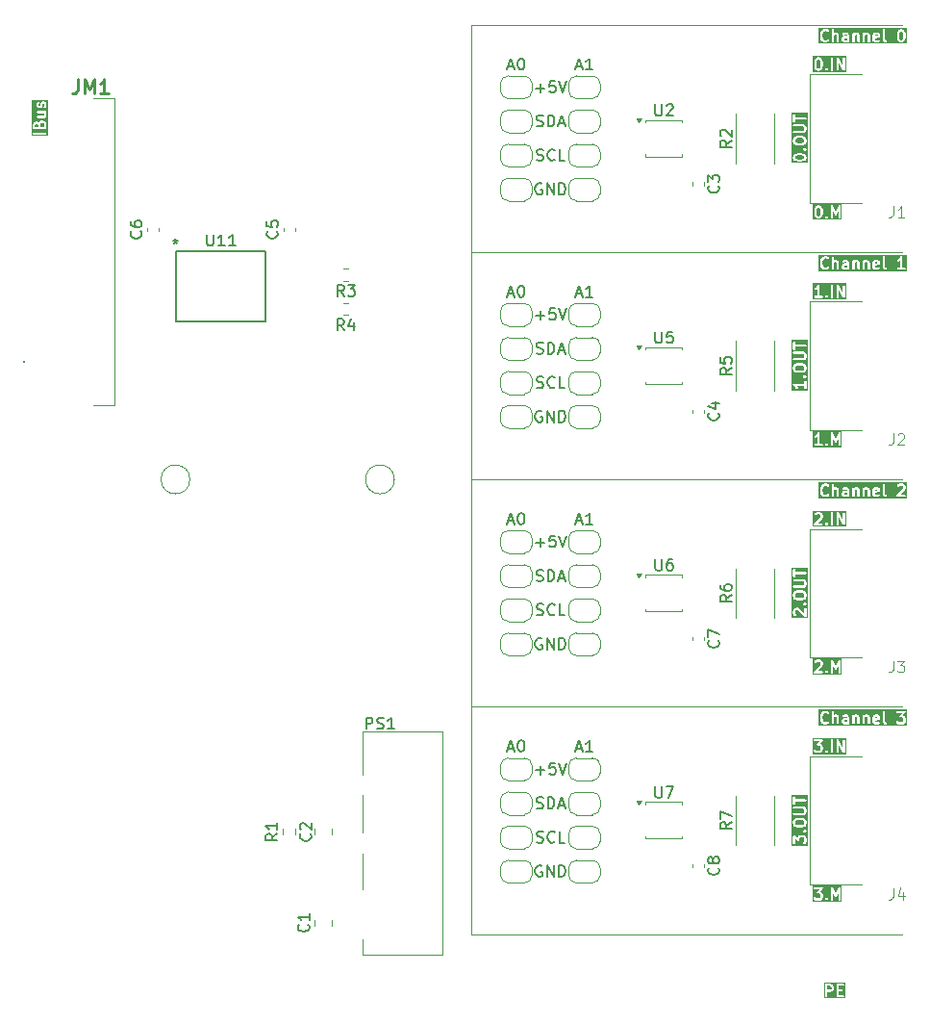
<source format=gbr>
%TF.GenerationSoftware,KiCad,Pcbnew,9.0.6*%
%TF.CreationDate,2025-11-27T08:11:18+03:00*%
%TF.ProjectId,PMCNV-INA226,504d434e-562d-4494-9e41-3232362e6b69,rev?*%
%TF.SameCoordinates,PX3dfd240PY5f5e100*%
%TF.FileFunction,Legend,Top*%
%TF.FilePolarity,Positive*%
%FSLAX46Y46*%
G04 Gerber Fmt 4.6, Leading zero omitted, Abs format (unit mm)*
G04 Created by KiCad (PCBNEW 9.0.6) date 2025-11-27 08:11:18*
%MOMM*%
%LPD*%
G01*
G04 APERTURE LIST*
%ADD10C,0.100000*%
%ADD11C,0.200000*%
%ADD12C,0.150000*%
%ADD13C,0.254000*%
%ADD14C,0.120000*%
%ADD15C,0.152400*%
G04 APERTURE END LIST*
D10*
X1000000Y-40000000D02*
X39000000Y-40000000D01*
X1000000Y0D02*
X39000000Y0D01*
X39000000Y40000000D02*
X1000000Y40000000D01*
X1000000Y40000000D02*
X1000000Y-40000000D01*
X1000000Y20000000D02*
X39000000Y20000000D01*
X1000000Y-20000000D02*
X39000000Y-20000000D01*
D11*
X6785714Y-8904600D02*
X6928571Y-8952219D01*
X6928571Y-8952219D02*
X7166666Y-8952219D01*
X7166666Y-8952219D02*
X7261904Y-8904600D01*
X7261904Y-8904600D02*
X7309523Y-8856980D01*
X7309523Y-8856980D02*
X7357142Y-8761742D01*
X7357142Y-8761742D02*
X7357142Y-8666504D01*
X7357142Y-8666504D02*
X7309523Y-8571266D01*
X7309523Y-8571266D02*
X7261904Y-8523647D01*
X7261904Y-8523647D02*
X7166666Y-8476028D01*
X7166666Y-8476028D02*
X6976190Y-8428409D01*
X6976190Y-8428409D02*
X6880952Y-8380790D01*
X6880952Y-8380790D02*
X6833333Y-8333171D01*
X6833333Y-8333171D02*
X6785714Y-8237933D01*
X6785714Y-8237933D02*
X6785714Y-8142695D01*
X6785714Y-8142695D02*
X6833333Y-8047457D01*
X6833333Y-8047457D02*
X6880952Y-7999838D01*
X6880952Y-7999838D02*
X6976190Y-7952219D01*
X6976190Y-7952219D02*
X7214285Y-7952219D01*
X7214285Y-7952219D02*
X7357142Y-7999838D01*
X7785714Y-8952219D02*
X7785714Y-7952219D01*
X7785714Y-7952219D02*
X8023809Y-7952219D01*
X8023809Y-7952219D02*
X8166666Y-7999838D01*
X8166666Y-7999838D02*
X8261904Y-8095076D01*
X8261904Y-8095076D02*
X8309523Y-8190314D01*
X8309523Y-8190314D02*
X8357142Y-8380790D01*
X8357142Y-8380790D02*
X8357142Y-8523647D01*
X8357142Y-8523647D02*
X8309523Y-8714123D01*
X8309523Y-8714123D02*
X8261904Y-8809361D01*
X8261904Y-8809361D02*
X8166666Y-8904600D01*
X8166666Y-8904600D02*
X8023809Y-8952219D01*
X8023809Y-8952219D02*
X7785714Y-8952219D01*
X8738095Y-8666504D02*
X9214285Y-8666504D01*
X8642857Y-8952219D02*
X8976190Y-7952219D01*
X8976190Y-7952219D02*
X9309523Y-8952219D01*
X7238095Y-13999838D02*
X7142857Y-13952219D01*
X7142857Y-13952219D02*
X7000000Y-13952219D01*
X7000000Y-13952219D02*
X6857143Y-13999838D01*
X6857143Y-13999838D02*
X6761905Y-14095076D01*
X6761905Y-14095076D02*
X6714286Y-14190314D01*
X6714286Y-14190314D02*
X6666667Y-14380790D01*
X6666667Y-14380790D02*
X6666667Y-14523647D01*
X6666667Y-14523647D02*
X6714286Y-14714123D01*
X6714286Y-14714123D02*
X6761905Y-14809361D01*
X6761905Y-14809361D02*
X6857143Y-14904600D01*
X6857143Y-14904600D02*
X7000000Y-14952219D01*
X7000000Y-14952219D02*
X7095238Y-14952219D01*
X7095238Y-14952219D02*
X7238095Y-14904600D01*
X7238095Y-14904600D02*
X7285714Y-14856980D01*
X7285714Y-14856980D02*
X7285714Y-14523647D01*
X7285714Y-14523647D02*
X7095238Y-14523647D01*
X7714286Y-14952219D02*
X7714286Y-13952219D01*
X7714286Y-13952219D02*
X8285714Y-14952219D01*
X8285714Y-14952219D02*
X8285714Y-13952219D01*
X8761905Y-14952219D02*
X8761905Y-13952219D01*
X8761905Y-13952219D02*
X9000000Y-13952219D01*
X9000000Y-13952219D02*
X9142857Y-13999838D01*
X9142857Y-13999838D02*
X9238095Y-14095076D01*
X9238095Y-14095076D02*
X9285714Y-14190314D01*
X9285714Y-14190314D02*
X9333333Y-14380790D01*
X9333333Y-14380790D02*
X9333333Y-14523647D01*
X9333333Y-14523647D02*
X9285714Y-14714123D01*
X9285714Y-14714123D02*
X9238095Y-14809361D01*
X9238095Y-14809361D02*
X9142857Y-14904600D01*
X9142857Y-14904600D02*
X9000000Y-14952219D01*
X9000000Y-14952219D02*
X8761905Y-14952219D01*
G36*
X33676021Y-17163330D02*
G01*
X31065245Y-17163330D01*
X31065245Y-16932710D01*
X31176356Y-16932710D01*
X31176356Y-16971728D01*
X31191288Y-17007776D01*
X31218878Y-17035366D01*
X31254926Y-17050298D01*
X31274435Y-17052219D01*
X31893482Y-17052219D01*
X31912991Y-17050298D01*
X31949039Y-17035366D01*
X31976629Y-17007776D01*
X31991561Y-16971728D01*
X31991561Y-16932710D01*
X31976629Y-16896662D01*
X31965058Y-16885091D01*
X32176356Y-16885091D01*
X32176356Y-16924109D01*
X32179919Y-16932710D01*
X32191288Y-16960158D01*
X32191292Y-16960162D01*
X32203724Y-16975311D01*
X32251343Y-17022929D01*
X32266496Y-17035366D01*
X32277054Y-17039739D01*
X32302545Y-17050298D01*
X32341563Y-17050298D01*
X32377611Y-17035366D01*
X32392765Y-17022930D01*
X32440383Y-16975311D01*
X32452820Y-16960158D01*
X32467751Y-16924109D01*
X32467751Y-16912537D01*
X32467752Y-16885092D01*
X32452821Y-16849043D01*
X32440384Y-16833890D01*
X32392765Y-16786270D01*
X32377612Y-16773833D01*
X32357120Y-16765345D01*
X32352984Y-16763632D01*
X32341563Y-16758901D01*
X32302545Y-16758901D01*
X32291987Y-16763274D01*
X32266497Y-16773832D01*
X32266496Y-16773833D01*
X32251342Y-16786270D01*
X32203724Y-16833890D01*
X32191287Y-16849043D01*
X32188000Y-16856980D01*
X32176356Y-16885091D01*
X31965058Y-16885091D01*
X31949039Y-16869072D01*
X31912991Y-16854140D01*
X31893482Y-16852219D01*
X31515857Y-16852219D01*
X31916574Y-16451501D01*
X31929010Y-16436347D01*
X31930384Y-16433028D01*
X31932740Y-16430313D01*
X31940731Y-16412413D01*
X31988350Y-16269556D01*
X31990549Y-16259883D01*
X31991561Y-16257442D01*
X31991909Y-16253904D01*
X31992697Y-16250441D01*
X31992509Y-16247806D01*
X31993482Y-16237933D01*
X31993482Y-16142695D01*
X31991561Y-16123186D01*
X31990185Y-16119865D01*
X31989931Y-16116282D01*
X31982925Y-16097973D01*
X31935306Y-16002736D01*
X31930020Y-15994339D01*
X31929010Y-15991899D01*
X31926756Y-15989153D01*
X31924863Y-15986145D01*
X31922865Y-15984412D01*
X31916573Y-15976746D01*
X31892047Y-15952219D01*
X32698244Y-15952219D01*
X32698244Y-16952219D01*
X32700165Y-16971728D01*
X32715097Y-17007776D01*
X32742687Y-17035366D01*
X32778735Y-17050298D01*
X32817753Y-17050298D01*
X32853801Y-17035366D01*
X32881391Y-17007776D01*
X32896323Y-16971728D01*
X32898244Y-16952219D01*
X32898244Y-16402975D01*
X33040959Y-16708793D01*
X33045191Y-16715938D01*
X33046071Y-16718356D01*
X33047636Y-16720065D01*
X33050950Y-16725659D01*
X33062160Y-16735925D01*
X33072422Y-16747131D01*
X33076447Y-16749009D01*
X33079725Y-16752011D01*
X33094007Y-16757204D01*
X33107780Y-16763632D01*
X33112219Y-16763827D01*
X33116394Y-16765345D01*
X33131577Y-16764677D01*
X33146760Y-16765345D01*
X33150933Y-16763827D01*
X33155375Y-16763632D01*
X33169159Y-16757199D01*
X33183429Y-16752010D01*
X33186702Y-16749012D01*
X33190732Y-16747132D01*
X33201001Y-16735917D01*
X33212204Y-16725659D01*
X33215515Y-16720068D01*
X33217084Y-16718356D01*
X33217964Y-16715934D01*
X33222195Y-16708793D01*
X33364910Y-16402974D01*
X33364910Y-16952219D01*
X33366831Y-16971728D01*
X33381763Y-17007776D01*
X33409353Y-17035366D01*
X33445401Y-17050298D01*
X33484419Y-17050298D01*
X33520467Y-17035366D01*
X33548057Y-17007776D01*
X33562989Y-16971728D01*
X33564910Y-16952219D01*
X33564910Y-15952219D01*
X33563647Y-15939395D01*
X33563751Y-15937036D01*
X33563290Y-15935768D01*
X33562989Y-15932710D01*
X33556348Y-15916679D01*
X33550417Y-15900367D01*
X33548910Y-15898721D01*
X33548057Y-15896662D01*
X33535795Y-15884400D01*
X33524065Y-15871591D01*
X33522041Y-15870646D01*
X33520467Y-15869072D01*
X33504451Y-15862437D01*
X33488708Y-15855091D01*
X33486478Y-15854993D01*
X33484419Y-15854140D01*
X33467067Y-15854140D01*
X33449727Y-15853378D01*
X33447631Y-15854140D01*
X33445401Y-15854140D01*
X33429370Y-15860780D01*
X33413058Y-15866712D01*
X33411412Y-15868218D01*
X33409353Y-15869072D01*
X33397085Y-15881339D01*
X33384283Y-15893064D01*
X33382716Y-15895708D01*
X33381763Y-15896662D01*
X33380859Y-15898843D01*
X33374292Y-15909930D01*
X33131576Y-16430033D01*
X32888862Y-15909930D01*
X32882294Y-15898843D01*
X32881391Y-15896662D01*
X32880437Y-15895708D01*
X32878871Y-15893064D01*
X32866074Y-15881345D01*
X32853801Y-15869072D01*
X32851739Y-15868218D01*
X32850096Y-15866713D01*
X32833794Y-15860784D01*
X32817753Y-15854140D01*
X32815522Y-15854140D01*
X32813427Y-15853378D01*
X32796087Y-15854140D01*
X32778735Y-15854140D01*
X32776675Y-15854993D01*
X32774447Y-15855091D01*
X32758716Y-15862432D01*
X32742687Y-15869072D01*
X32741110Y-15870648D01*
X32739089Y-15871592D01*
X32727370Y-15884388D01*
X32715097Y-15896662D01*
X32714243Y-15898723D01*
X32712738Y-15900367D01*
X32706809Y-15916668D01*
X32700165Y-15932710D01*
X32699863Y-15935768D01*
X32699403Y-15937036D01*
X32699506Y-15939395D01*
X32698244Y-15952219D01*
X31892047Y-15952219D01*
X31868955Y-15929127D01*
X31861284Y-15922832D01*
X31859555Y-15920838D01*
X31856547Y-15918944D01*
X31853801Y-15916691D01*
X31851361Y-15915680D01*
X31842965Y-15910395D01*
X31747727Y-15862776D01*
X31729419Y-15855770D01*
X31725835Y-15855515D01*
X31722515Y-15854140D01*
X31703006Y-15852219D01*
X31464911Y-15852219D01*
X31445402Y-15854140D01*
X31442081Y-15855515D01*
X31438498Y-15855770D01*
X31420189Y-15862776D01*
X31324952Y-15910395D01*
X31316555Y-15915680D01*
X31314115Y-15916691D01*
X31311369Y-15918944D01*
X31308361Y-15920838D01*
X31306628Y-15922835D01*
X31298962Y-15929128D01*
X31251343Y-15976746D01*
X31238907Y-15991900D01*
X31223975Y-16027948D01*
X31223975Y-16066966D01*
X31238907Y-16103014D01*
X31266497Y-16130604D01*
X31302545Y-16145536D01*
X31341563Y-16145536D01*
X31377611Y-16130604D01*
X31392765Y-16118168D01*
X31428908Y-16082023D01*
X31488518Y-16052219D01*
X31679399Y-16052219D01*
X31739008Y-16082024D01*
X31763677Y-16106692D01*
X31793482Y-16166302D01*
X31793482Y-16221706D01*
X31758460Y-16326770D01*
X31203724Y-16881508D01*
X31191289Y-16896661D01*
X31191288Y-16896662D01*
X31176356Y-16932710D01*
X31065245Y-16932710D01*
X31065245Y-15741108D01*
X33676021Y-15741108D01*
X33676021Y-17163330D01*
G37*
X6809524Y28095400D02*
X6952381Y28047781D01*
X6952381Y28047781D02*
X7190476Y28047781D01*
X7190476Y28047781D02*
X7285714Y28095400D01*
X7285714Y28095400D02*
X7333333Y28143020D01*
X7333333Y28143020D02*
X7380952Y28238258D01*
X7380952Y28238258D02*
X7380952Y28333496D01*
X7380952Y28333496D02*
X7333333Y28428734D01*
X7333333Y28428734D02*
X7285714Y28476353D01*
X7285714Y28476353D02*
X7190476Y28523972D01*
X7190476Y28523972D02*
X7000000Y28571591D01*
X7000000Y28571591D02*
X6904762Y28619210D01*
X6904762Y28619210D02*
X6857143Y28666829D01*
X6857143Y28666829D02*
X6809524Y28762067D01*
X6809524Y28762067D02*
X6809524Y28857305D01*
X6809524Y28857305D02*
X6857143Y28952543D01*
X6857143Y28952543D02*
X6904762Y29000162D01*
X6904762Y29000162D02*
X7000000Y29047781D01*
X7000000Y29047781D02*
X7238095Y29047781D01*
X7238095Y29047781D02*
X7380952Y29000162D01*
X8380952Y28143020D02*
X8333333Y28095400D01*
X8333333Y28095400D02*
X8190476Y28047781D01*
X8190476Y28047781D02*
X8095238Y28047781D01*
X8095238Y28047781D02*
X7952381Y28095400D01*
X7952381Y28095400D02*
X7857143Y28190639D01*
X7857143Y28190639D02*
X7809524Y28285877D01*
X7809524Y28285877D02*
X7761905Y28476353D01*
X7761905Y28476353D02*
X7761905Y28619210D01*
X7761905Y28619210D02*
X7809524Y28809686D01*
X7809524Y28809686D02*
X7857143Y28904924D01*
X7857143Y28904924D02*
X7952381Y29000162D01*
X7952381Y29000162D02*
X8095238Y29047781D01*
X8095238Y29047781D02*
X8190476Y29047781D01*
X8190476Y29047781D02*
X8333333Y29000162D01*
X8333333Y29000162D02*
X8380952Y28952543D01*
X9285714Y28047781D02*
X8809524Y28047781D01*
X8809524Y28047781D02*
X8809524Y29047781D01*
G36*
X30258236Y-9995058D02*
G01*
X30322414Y-10059235D01*
X30352219Y-10118845D01*
X30352219Y-10262107D01*
X30322414Y-10321716D01*
X30258236Y-10385893D01*
X30106575Y-10423809D01*
X29797861Y-10423809D01*
X29646202Y-10385894D01*
X29582023Y-10321715D01*
X29552219Y-10262106D01*
X29552219Y-10118845D01*
X29582023Y-10059236D01*
X29646202Y-9995057D01*
X29797861Y-9957143D01*
X30106575Y-9957143D01*
X30258236Y-9995058D01*
G37*
G36*
X30663330Y-12209189D02*
G01*
X29241108Y-12209189D01*
X29241108Y-11571428D01*
X29352219Y-11571428D01*
X29352219Y-11809523D01*
X29354140Y-11829032D01*
X29355515Y-11832352D01*
X29355770Y-11835936D01*
X29362776Y-11854244D01*
X29410395Y-11949482D01*
X29415680Y-11957878D01*
X29416691Y-11960318D01*
X29418944Y-11963064D01*
X29420838Y-11966072D01*
X29422832Y-11967801D01*
X29429127Y-11975472D01*
X29476746Y-12023090D01*
X29491899Y-12035527D01*
X29527948Y-12050458D01*
X29566966Y-12050458D01*
X29603014Y-12035527D01*
X29630604Y-12007937D01*
X29645535Y-11971889D01*
X29645535Y-11932871D01*
X29630604Y-11896822D01*
X29618167Y-11881669D01*
X29582024Y-11845525D01*
X29552219Y-11785915D01*
X29552219Y-11595035D01*
X29582024Y-11535425D01*
X29606692Y-11510756D01*
X29666302Y-11480952D01*
X29721706Y-11480952D01*
X29826770Y-11515973D01*
X30381508Y-12070710D01*
X30396662Y-12083146D01*
X30432710Y-12098078D01*
X30471728Y-12098078D01*
X30507776Y-12083146D01*
X30535366Y-12055556D01*
X30550298Y-12019508D01*
X30552219Y-11999999D01*
X30552219Y-11380952D01*
X30550298Y-11361443D01*
X30535366Y-11325395D01*
X30507776Y-11297805D01*
X30471728Y-11282873D01*
X30432710Y-11282873D01*
X30396662Y-11297805D01*
X30369072Y-11325395D01*
X30354140Y-11361443D01*
X30352219Y-11380952D01*
X30352219Y-11758577D01*
X29951501Y-11357860D01*
X29936347Y-11345424D01*
X29933028Y-11344049D01*
X29930313Y-11341694D01*
X29912412Y-11333703D01*
X29769556Y-11286084D01*
X29759884Y-11283884D01*
X29757442Y-11282873D01*
X29753903Y-11282524D01*
X29750440Y-11281737D01*
X29747806Y-11281924D01*
X29737933Y-11280952D01*
X29642695Y-11280952D01*
X29623186Y-11282873D01*
X29619865Y-11284248D01*
X29616282Y-11284503D01*
X29597973Y-11291509D01*
X29502736Y-11339128D01*
X29494339Y-11344413D01*
X29491899Y-11345424D01*
X29489153Y-11347677D01*
X29486145Y-11349571D01*
X29484412Y-11351568D01*
X29476746Y-11357861D01*
X29429127Y-11405479D01*
X29422832Y-11413149D01*
X29420838Y-11414879D01*
X29418944Y-11417886D01*
X29416691Y-11420633D01*
X29415680Y-11423072D01*
X29410395Y-11431469D01*
X29362776Y-11526707D01*
X29355770Y-11545015D01*
X29355515Y-11548598D01*
X29354140Y-11551919D01*
X29352219Y-11571428D01*
X29241108Y-11571428D01*
X29241108Y-10932871D01*
X30258901Y-10932871D01*
X30258901Y-10971889D01*
X30260385Y-10975472D01*
X30273832Y-11007937D01*
X30273833Y-11007938D01*
X30286270Y-11023091D01*
X30333890Y-11070710D01*
X30349043Y-11083147D01*
X30374533Y-11093704D01*
X30385091Y-11098078D01*
X30385092Y-11098078D01*
X30424109Y-11098078D01*
X30445226Y-11089330D01*
X30460158Y-11083146D01*
X30460162Y-11083141D01*
X30475311Y-11070710D01*
X30522929Y-11023091D01*
X30535366Y-11007938D01*
X30546735Y-10980490D01*
X30550298Y-10971889D01*
X30550298Y-10932871D01*
X30535366Y-10896823D01*
X30535366Y-10896822D01*
X30522929Y-10881669D01*
X30475311Y-10834050D01*
X30460162Y-10821618D01*
X30460158Y-10821614D01*
X30445226Y-10815429D01*
X30424109Y-10806682D01*
X30385091Y-10806682D01*
X30374533Y-10811055D01*
X30349043Y-10821613D01*
X30333890Y-10834050D01*
X30286270Y-10881669D01*
X30273833Y-10896822D01*
X30273832Y-10896823D01*
X30263274Y-10922313D01*
X30258901Y-10932871D01*
X29241108Y-10932871D01*
X29241108Y-10095238D01*
X29352219Y-10095238D01*
X29352219Y-10285714D01*
X29354140Y-10305223D01*
X29355515Y-10308543D01*
X29355770Y-10312127D01*
X29362776Y-10330435D01*
X29410395Y-10425673D01*
X29415680Y-10434069D01*
X29416691Y-10436509D01*
X29418944Y-10439255D01*
X29420838Y-10442263D01*
X29422832Y-10443992D01*
X29429127Y-10451663D01*
X29524365Y-10546901D01*
X29539519Y-10559337D01*
X29546387Y-10562182D01*
X29552362Y-10566609D01*
X29570822Y-10573204D01*
X29761298Y-10620823D01*
X29764679Y-10621323D01*
X29766043Y-10621888D01*
X29773393Y-10622611D01*
X29780691Y-10623691D01*
X29782149Y-10623473D01*
X29785552Y-10623809D01*
X30118885Y-10623809D01*
X30122287Y-10623473D01*
X30123746Y-10623691D01*
X30131043Y-10622611D01*
X30138394Y-10621888D01*
X30139757Y-10621323D01*
X30143139Y-10620823D01*
X30333614Y-10573204D01*
X30352075Y-10566609D01*
X30358047Y-10562183D01*
X30364918Y-10559338D01*
X30380071Y-10546901D01*
X30475311Y-10451663D01*
X30481604Y-10443994D01*
X30483600Y-10442264D01*
X30485493Y-10439256D01*
X30487747Y-10436510D01*
X30488757Y-10434069D01*
X30494043Y-10425673D01*
X30541662Y-10330436D01*
X30548668Y-10312127D01*
X30548922Y-10308543D01*
X30550298Y-10305223D01*
X30552219Y-10285714D01*
X30552219Y-10095238D01*
X30550298Y-10075729D01*
X30548922Y-10072408D01*
X30548668Y-10068825D01*
X30541662Y-10050516D01*
X30494043Y-9955279D01*
X30488757Y-9946882D01*
X30487747Y-9944442D01*
X30485493Y-9941695D01*
X30483600Y-9938688D01*
X30481604Y-9936957D01*
X30475311Y-9929289D01*
X30380071Y-9834051D01*
X30364918Y-9821614D01*
X30358047Y-9818768D01*
X30352075Y-9814343D01*
X30333614Y-9807748D01*
X30143139Y-9760129D01*
X30139757Y-9759628D01*
X30138394Y-9759064D01*
X30131043Y-9758340D01*
X30123746Y-9757261D01*
X30122287Y-9757478D01*
X30118885Y-9757143D01*
X29785552Y-9757143D01*
X29782149Y-9757478D01*
X29780691Y-9757261D01*
X29773393Y-9758340D01*
X29766043Y-9759064D01*
X29764679Y-9759628D01*
X29761298Y-9760129D01*
X29570822Y-9807748D01*
X29552362Y-9814343D01*
X29546387Y-9818769D01*
X29539519Y-9821615D01*
X29524365Y-9834051D01*
X29429127Y-9929289D01*
X29422832Y-9936959D01*
X29420838Y-9938689D01*
X29418944Y-9941696D01*
X29416691Y-9944443D01*
X29415680Y-9946882D01*
X29410395Y-9955279D01*
X29362776Y-10050517D01*
X29355770Y-10068825D01*
X29355515Y-10072408D01*
X29354140Y-10075729D01*
X29352219Y-10095238D01*
X29241108Y-10095238D01*
X29241108Y-8837634D01*
X29354140Y-8837634D01*
X29354140Y-8876652D01*
X29369072Y-8912700D01*
X29396662Y-8940290D01*
X29432710Y-8955222D01*
X29452219Y-8957143D01*
X30238135Y-8957143D01*
X30297746Y-8986949D01*
X30322414Y-9011616D01*
X30352219Y-9071226D01*
X30352219Y-9214488D01*
X30322414Y-9274097D01*
X30297746Y-9298764D01*
X30238135Y-9328571D01*
X29452219Y-9328571D01*
X29432710Y-9330492D01*
X29396662Y-9345424D01*
X29369072Y-9373014D01*
X29354140Y-9409062D01*
X29354140Y-9448080D01*
X29369072Y-9484128D01*
X29396662Y-9511718D01*
X29432710Y-9526650D01*
X29452219Y-9528571D01*
X30261742Y-9528571D01*
X30281251Y-9526650D01*
X30284571Y-9525274D01*
X30288155Y-9525020D01*
X30306463Y-9518014D01*
X30401701Y-9470395D01*
X30410093Y-9465111D01*
X30412537Y-9464100D01*
X30415286Y-9461843D01*
X30418291Y-9459952D01*
X30420020Y-9457957D01*
X30427690Y-9451663D01*
X30475310Y-9404045D01*
X30481603Y-9396376D01*
X30483600Y-9394645D01*
X30485493Y-9391636D01*
X30487747Y-9388891D01*
X30488757Y-9386450D01*
X30494043Y-9378054D01*
X30541662Y-9282817D01*
X30548668Y-9264508D01*
X30548922Y-9260924D01*
X30550298Y-9257604D01*
X30552219Y-9238095D01*
X30552219Y-9047619D01*
X30550298Y-9028110D01*
X30548922Y-9024789D01*
X30548668Y-9021206D01*
X30541662Y-9002897D01*
X30494043Y-8907660D01*
X30488757Y-8899263D01*
X30487747Y-8896823D01*
X30485493Y-8894077D01*
X30483600Y-8891069D01*
X30481603Y-8889337D01*
X30475310Y-8881669D01*
X30427690Y-8834051D01*
X30420020Y-8827756D01*
X30418291Y-8825762D01*
X30415286Y-8823870D01*
X30412537Y-8821614D01*
X30410093Y-8820602D01*
X30401701Y-8815319D01*
X30306463Y-8767700D01*
X30288155Y-8760694D01*
X30284571Y-8760439D01*
X30281251Y-8759064D01*
X30261742Y-8757143D01*
X29452219Y-8757143D01*
X29432710Y-8759064D01*
X29396662Y-8773996D01*
X29369072Y-8801586D01*
X29354140Y-8837634D01*
X29241108Y-8837634D01*
X29241108Y-7952381D01*
X29352219Y-7952381D01*
X29352219Y-8523809D01*
X29354140Y-8543318D01*
X29369072Y-8579366D01*
X29396662Y-8606956D01*
X29432710Y-8621888D01*
X29471728Y-8621888D01*
X29507776Y-8606956D01*
X29535366Y-8579366D01*
X29550298Y-8543318D01*
X29552219Y-8523809D01*
X29552219Y-8338095D01*
X30452219Y-8338095D01*
X30471728Y-8336174D01*
X30507776Y-8321242D01*
X30535366Y-8293652D01*
X30550298Y-8257604D01*
X30550298Y-8218586D01*
X30535366Y-8182538D01*
X30507776Y-8154948D01*
X30471728Y-8140016D01*
X30452219Y-8138095D01*
X29552219Y-8138095D01*
X29552219Y-7952381D01*
X29550298Y-7932872D01*
X29535366Y-7896824D01*
X29507776Y-7869234D01*
X29471728Y-7854302D01*
X29432710Y-7854302D01*
X29396662Y-7869234D01*
X29369072Y-7896824D01*
X29354140Y-7932872D01*
X29352219Y-7952381D01*
X29241108Y-7952381D01*
X29241108Y-7743191D01*
X30663330Y-7743191D01*
X30663330Y-12209189D01*
G37*
G36*
X-37141065Y31286236D02*
G01*
X-37116396Y31261568D01*
X-37086591Y31201958D01*
X-37086591Y30992232D01*
X-37362781Y30992232D01*
X-37362781Y31201958D01*
X-37332976Y31261568D01*
X-37308308Y31286237D01*
X-37248698Y31316041D01*
X-37200674Y31316041D01*
X-37141065Y31286236D01*
G37*
G36*
X-36617254Y31333854D02*
G01*
X-36592586Y31309187D01*
X-36562781Y31249577D01*
X-36562781Y30992232D01*
X-36886591Y30992232D01*
X-36886591Y31209338D01*
X-36851570Y31314404D01*
X-36832118Y31333856D01*
X-36772508Y31363660D01*
X-36676865Y31363660D01*
X-36617254Y31333854D01*
G37*
G36*
X-36251670Y30204931D02*
G01*
X-37673892Y30204931D01*
X-37673892Y30435551D01*
X-37560860Y30435551D01*
X-37560860Y30396533D01*
X-37545928Y30360485D01*
X-37518338Y30332895D01*
X-37482290Y30317963D01*
X-37462781Y30316042D01*
X-36462781Y30316042D01*
X-36443272Y30317963D01*
X-36407224Y30332895D01*
X-36379634Y30360485D01*
X-36364702Y30396533D01*
X-36364702Y30435551D01*
X-36379634Y30471599D01*
X-36407224Y30499189D01*
X-36443272Y30514121D01*
X-36462781Y30516042D01*
X-37462781Y30516042D01*
X-37482290Y30514121D01*
X-37518338Y30499189D01*
X-37545928Y30471599D01*
X-37560860Y30435551D01*
X-37673892Y30435551D01*
X-37673892Y31225565D01*
X-37562781Y31225565D01*
X-37562781Y30892232D01*
X-37560860Y30872723D01*
X-37545928Y30836675D01*
X-37518338Y30809085D01*
X-37482290Y30794153D01*
X-37462781Y30792232D01*
X-36462781Y30792232D01*
X-36443272Y30794153D01*
X-36407224Y30809085D01*
X-36379634Y30836675D01*
X-36364702Y30872723D01*
X-36362781Y30892232D01*
X-36362781Y31273184D01*
X-36364702Y31292693D01*
X-36366078Y31296014D01*
X-36366332Y31299597D01*
X-36373338Y31317906D01*
X-36420957Y31413143D01*
X-36426243Y31421540D01*
X-36427253Y31423980D01*
X-36429507Y31426726D01*
X-36431400Y31429734D01*
X-36433397Y31431466D01*
X-36439690Y31439134D01*
X-36487310Y31486752D01*
X-36494980Y31493047D01*
X-36496709Y31495041D01*
X-36499714Y31496933D01*
X-36502463Y31499189D01*
X-36504907Y31500201D01*
X-36513299Y31505484D01*
X-36608537Y31553103D01*
X-36626845Y31560109D01*
X-36630429Y31560364D01*
X-36633749Y31561739D01*
X-36653258Y31563660D01*
X-36796115Y31563660D01*
X-36815624Y31561739D01*
X-36818945Y31560364D01*
X-36822528Y31560109D01*
X-36840837Y31553103D01*
X-36936074Y31505484D01*
X-36944471Y31500199D01*
X-36946911Y31499188D01*
X-36949657Y31496935D01*
X-36952665Y31495041D01*
X-36954398Y31493044D01*
X-36962064Y31486751D01*
X-37009683Y31439133D01*
X-37010330Y31438345D01*
X-37011118Y31439133D01*
X-37018789Y31445428D01*
X-37020518Y31447422D01*
X-37023526Y31449316D01*
X-37026272Y31451569D01*
X-37028712Y31452580D01*
X-37037108Y31457865D01*
X-37132346Y31505484D01*
X-37150654Y31512490D01*
X-37154238Y31512745D01*
X-37157558Y31514120D01*
X-37177067Y31516041D01*
X-37272305Y31516041D01*
X-37291814Y31514120D01*
X-37295135Y31512745D01*
X-37298718Y31512490D01*
X-37317027Y31505484D01*
X-37412264Y31457865D01*
X-37420661Y31452580D01*
X-37423101Y31451569D01*
X-37425847Y31449316D01*
X-37428855Y31447422D01*
X-37430588Y31445425D01*
X-37438254Y31439132D01*
X-37485873Y31391514D01*
X-37492168Y31383844D01*
X-37494162Y31382114D01*
X-37496056Y31379107D01*
X-37498309Y31376360D01*
X-37499320Y31373921D01*
X-37504605Y31365524D01*
X-37552224Y31270286D01*
X-37559230Y31251978D01*
X-37559485Y31248395D01*
X-37560860Y31245074D01*
X-37562781Y31225565D01*
X-37673892Y31225565D01*
X-37673892Y32340312D01*
X-37227527Y32340312D01*
X-37227527Y32301294D01*
X-37212595Y32265246D01*
X-37185005Y32237656D01*
X-37148957Y32222724D01*
X-37129448Y32220803D01*
X-36599440Y32220803D01*
X-36592586Y32213949D01*
X-36562781Y32154339D01*
X-36562781Y32058696D01*
X-36584936Y32014387D01*
X-36629246Y31992232D01*
X-37129448Y31992232D01*
X-37148957Y31990311D01*
X-37185005Y31975379D01*
X-37212595Y31947789D01*
X-37227527Y31911741D01*
X-37227527Y31872723D01*
X-37212595Y31836675D01*
X-37185005Y31809085D01*
X-37148957Y31794153D01*
X-37129448Y31792232D01*
X-36605639Y31792232D01*
X-36586130Y31794153D01*
X-36582810Y31795529D01*
X-36579227Y31795783D01*
X-36560918Y31802789D01*
X-36465679Y31850408D01*
X-36462416Y31852462D01*
X-36460877Y31852975D01*
X-36458961Y31854638D01*
X-36449089Y31860851D01*
X-36440875Y31870323D01*
X-36431400Y31878539D01*
X-36425188Y31888410D01*
X-36423524Y31890327D01*
X-36423011Y31891868D01*
X-36420957Y31895130D01*
X-36373338Y31990367D01*
X-36366332Y32008676D01*
X-36366078Y32012260D01*
X-36364702Y32015580D01*
X-36362781Y32035089D01*
X-36362781Y32177946D01*
X-36364702Y32197455D01*
X-36366078Y32200776D01*
X-36366332Y32204359D01*
X-36373338Y32222668D01*
X-36389630Y32255251D01*
X-36379634Y32265246D01*
X-36364702Y32301294D01*
X-36364702Y32340312D01*
X-36379634Y32376360D01*
X-36407224Y32403950D01*
X-36443272Y32418882D01*
X-36462781Y32420803D01*
X-37129448Y32420803D01*
X-37148957Y32418882D01*
X-37185005Y32403950D01*
X-37212595Y32376360D01*
X-37227527Y32340312D01*
X-37673892Y32340312D01*
X-37673892Y33035089D01*
X-37229448Y33035089D01*
X-37229448Y32892232D01*
X-37227527Y32872723D01*
X-37226152Y32869403D01*
X-37225897Y32865819D01*
X-37218891Y32847511D01*
X-37171272Y32752273D01*
X-37169219Y32749010D01*
X-37168705Y32747471D01*
X-37167043Y32745555D01*
X-37160829Y32735683D01*
X-37151359Y32727470D01*
X-37143141Y32717994D01*
X-37133268Y32711780D01*
X-37131352Y32710118D01*
X-37129814Y32709606D01*
X-37126550Y32707551D01*
X-37031313Y32659932D01*
X-37013004Y32652926D01*
X-37009421Y32652672D01*
X-37006100Y32651296D01*
X-36986591Y32649375D01*
X-36938972Y32649375D01*
X-36919463Y32651296D01*
X-36916143Y32652672D01*
X-36912559Y32652926D01*
X-36894251Y32659932D01*
X-36799013Y32707551D01*
X-36795750Y32709605D01*
X-36794211Y32710118D01*
X-36792295Y32711781D01*
X-36782423Y32717994D01*
X-36774210Y32727465D01*
X-36764734Y32735682D01*
X-36758520Y32745556D01*
X-36756858Y32747471D01*
X-36756346Y32749010D01*
X-36754291Y32752273D01*
X-36706672Y32847510D01*
X-36699666Y32865819D01*
X-36699412Y32869403D01*
X-36698036Y32872723D01*
X-36696115Y32892232D01*
X-36696115Y33011482D01*
X-36673960Y33055792D01*
X-36629651Y33077946D01*
X-36629246Y33077946D01*
X-36584936Y33055792D01*
X-36562781Y33011482D01*
X-36562781Y32868220D01*
X-36599843Y32794096D01*
X-36606849Y32775788D01*
X-36609615Y32736868D01*
X-36597276Y32699852D01*
X-36571712Y32670375D01*
X-36536813Y32652926D01*
X-36497893Y32650160D01*
X-36460877Y32662499D01*
X-36431400Y32688063D01*
X-36420957Y32704654D01*
X-36373338Y32799891D01*
X-36366332Y32818200D01*
X-36366078Y32821784D01*
X-36364702Y32825104D01*
X-36362781Y32844613D01*
X-36362781Y33035089D01*
X-36364702Y33054598D01*
X-36366078Y33057919D01*
X-36366332Y33061502D01*
X-36373338Y33079811D01*
X-36420957Y33175048D01*
X-36423011Y33178311D01*
X-36423524Y33179851D01*
X-36425188Y33181769D01*
X-36431400Y33191639D01*
X-36440875Y33199856D01*
X-36449089Y33209327D01*
X-36458961Y33215541D01*
X-36460877Y33217203D01*
X-36462416Y33217717D01*
X-36465679Y33219770D01*
X-36560918Y33267389D01*
X-36579227Y33274395D01*
X-36582810Y33274650D01*
X-36586130Y33276025D01*
X-36605639Y33277946D01*
X-36653258Y33277946D01*
X-36672767Y33276025D01*
X-36676088Y33274650D01*
X-36679671Y33274395D01*
X-36697980Y33267389D01*
X-36793217Y33219770D01*
X-36796481Y33217716D01*
X-36798019Y33217203D01*
X-36799935Y33215542D01*
X-36809808Y33209327D01*
X-36818026Y33199852D01*
X-36827496Y33191638D01*
X-36833710Y33181767D01*
X-36835372Y33179850D01*
X-36835886Y33178312D01*
X-36837939Y33175048D01*
X-36885558Y33079810D01*
X-36892564Y33061502D01*
X-36892819Y33057919D01*
X-36894194Y33054598D01*
X-36896115Y33035089D01*
X-36896115Y32915839D01*
X-36918270Y32871531D01*
X-36962579Y32849375D01*
X-36962984Y32849375D01*
X-37007293Y32871530D01*
X-37029448Y32915840D01*
X-37029448Y33011482D01*
X-36992386Y33085605D01*
X-36985380Y33103914D01*
X-36982614Y33142834D01*
X-36994953Y33179850D01*
X-37020518Y33209327D01*
X-37055416Y33226776D01*
X-37094336Y33229541D01*
X-37131352Y33217203D01*
X-37160829Y33191638D01*
X-37171272Y33175048D01*
X-37218891Y33079810D01*
X-37225897Y33061502D01*
X-37226152Y33057919D01*
X-37227527Y33054598D01*
X-37229448Y33035089D01*
X-37673892Y33035089D01*
X-37673892Y33389057D01*
X-36251670Y33389057D01*
X-36251670Y30204931D01*
G37*
G36*
X34056973Y-4163330D02*
G01*
X31065245Y-4163330D01*
X31065245Y-3932710D01*
X31176356Y-3932710D01*
X31176356Y-3971728D01*
X31191288Y-4007776D01*
X31218878Y-4035366D01*
X31254926Y-4050298D01*
X31274435Y-4052219D01*
X31893482Y-4052219D01*
X31912991Y-4050298D01*
X31949039Y-4035366D01*
X31976629Y-4007776D01*
X31991561Y-3971728D01*
X31991561Y-3932710D01*
X31976629Y-3896662D01*
X31965058Y-3885091D01*
X32176356Y-3885091D01*
X32176356Y-3924109D01*
X32179919Y-3932710D01*
X32191288Y-3960158D01*
X32191292Y-3960162D01*
X32203724Y-3975311D01*
X32251343Y-4022929D01*
X32266496Y-4035366D01*
X32277054Y-4039739D01*
X32302545Y-4050298D01*
X32341563Y-4050298D01*
X32377611Y-4035366D01*
X32392765Y-4022930D01*
X32440383Y-3975311D01*
X32452820Y-3960158D01*
X32467751Y-3924109D01*
X32467751Y-3912537D01*
X32467752Y-3885092D01*
X32452821Y-3849043D01*
X32440384Y-3833890D01*
X32392765Y-3786270D01*
X32377612Y-3773833D01*
X32362680Y-3767648D01*
X32341563Y-3758901D01*
X32302545Y-3758901D01*
X32291987Y-3763274D01*
X32266497Y-3773832D01*
X32266496Y-3773833D01*
X32251342Y-3786270D01*
X32203724Y-3833890D01*
X32191287Y-3849043D01*
X32188000Y-3856980D01*
X32176356Y-3885091D01*
X31965058Y-3885091D01*
X31949039Y-3869072D01*
X31912991Y-3854140D01*
X31893482Y-3852219D01*
X31515857Y-3852219D01*
X31916574Y-3451501D01*
X31929010Y-3436347D01*
X31930384Y-3433028D01*
X31932740Y-3430313D01*
X31940731Y-3412413D01*
X31988350Y-3269556D01*
X31990549Y-3259883D01*
X31991561Y-3257442D01*
X31991909Y-3253904D01*
X31992697Y-3250441D01*
X31992509Y-3247806D01*
X31993482Y-3237933D01*
X31993482Y-3142695D01*
X31991561Y-3123186D01*
X31990185Y-3119865D01*
X31989931Y-3116282D01*
X31982925Y-3097973D01*
X31935306Y-3002736D01*
X31930020Y-2994339D01*
X31929010Y-2991899D01*
X31926756Y-2989153D01*
X31924863Y-2986145D01*
X31922865Y-2984412D01*
X31916573Y-2976746D01*
X31892047Y-2952219D01*
X32698244Y-2952219D01*
X32698244Y-3952219D01*
X32700165Y-3971728D01*
X32715097Y-4007776D01*
X32742687Y-4035366D01*
X32778735Y-4050298D01*
X32817753Y-4050298D01*
X32853801Y-4035366D01*
X32881391Y-4007776D01*
X32896323Y-3971728D01*
X32898244Y-3952219D01*
X32898244Y-2952219D01*
X33174434Y-2952219D01*
X33174434Y-3952219D01*
X33176355Y-3971728D01*
X33191287Y-4007776D01*
X33218877Y-4035366D01*
X33254925Y-4050298D01*
X33293943Y-4050298D01*
X33329991Y-4035366D01*
X33357581Y-4007776D01*
X33372513Y-3971728D01*
X33374434Y-3952219D01*
X33374434Y-3328775D01*
X33759038Y-4001833D01*
X33761956Y-4005943D01*
X33762715Y-4007776D01*
X33764581Y-4009642D01*
X33770385Y-4017818D01*
X33780901Y-4025962D01*
X33790305Y-4035366D01*
X33796192Y-4037804D01*
X33801234Y-4041709D01*
X33814066Y-4045208D01*
X33826353Y-4050298D01*
X33832729Y-4050298D01*
X33838878Y-4051975D01*
X33852071Y-4050298D01*
X33865371Y-4050298D01*
X33871259Y-4047858D01*
X33877584Y-4047055D01*
X33889133Y-4040454D01*
X33901419Y-4035366D01*
X33905926Y-4030858D01*
X33911461Y-4027696D01*
X33919605Y-4017179D01*
X33929009Y-4007776D01*
X33931447Y-4001888D01*
X33935352Y-3996847D01*
X33938851Y-3984014D01*
X33943941Y-3971728D01*
X33944923Y-3961750D01*
X33945618Y-3959204D01*
X33945367Y-3957236D01*
X33945862Y-3952219D01*
X33945862Y-2952219D01*
X33943941Y-2932710D01*
X33929009Y-2896662D01*
X33901419Y-2869072D01*
X33865371Y-2854140D01*
X33826353Y-2854140D01*
X33790305Y-2869072D01*
X33762715Y-2896662D01*
X33747783Y-2932710D01*
X33745862Y-2952219D01*
X33745862Y-3575662D01*
X33361258Y-2902605D01*
X33358339Y-2898494D01*
X33357581Y-2896662D01*
X33355714Y-2894795D01*
X33349911Y-2886620D01*
X33339396Y-2878477D01*
X33329991Y-2869072D01*
X33324100Y-2866632D01*
X33319062Y-2862730D01*
X33306233Y-2859231D01*
X33293943Y-2854140D01*
X33287568Y-2854140D01*
X33281419Y-2852463D01*
X33268226Y-2854140D01*
X33254925Y-2854140D01*
X33249036Y-2856579D01*
X33242712Y-2857383D01*
X33231162Y-2863983D01*
X33218877Y-2869072D01*
X33214369Y-2873579D01*
X33208835Y-2876742D01*
X33200692Y-2887256D01*
X33191287Y-2896662D01*
X33188847Y-2902552D01*
X33184945Y-2907591D01*
X33181446Y-2920419D01*
X33176355Y-2932710D01*
X33175372Y-2942687D01*
X33174678Y-2945234D01*
X33174928Y-2947201D01*
X33174434Y-2952219D01*
X32898244Y-2952219D01*
X32896323Y-2932710D01*
X32881391Y-2896662D01*
X32853801Y-2869072D01*
X32817753Y-2854140D01*
X32778735Y-2854140D01*
X32742687Y-2869072D01*
X32715097Y-2896662D01*
X32700165Y-2932710D01*
X32698244Y-2952219D01*
X31892047Y-2952219D01*
X31868955Y-2929127D01*
X31861284Y-2922832D01*
X31859555Y-2920838D01*
X31856547Y-2918944D01*
X31853801Y-2916691D01*
X31851361Y-2915680D01*
X31842965Y-2910395D01*
X31747727Y-2862776D01*
X31729419Y-2855770D01*
X31725835Y-2855515D01*
X31722515Y-2854140D01*
X31703006Y-2852219D01*
X31464911Y-2852219D01*
X31445402Y-2854140D01*
X31442081Y-2855515D01*
X31438498Y-2855770D01*
X31420189Y-2862776D01*
X31324952Y-2910395D01*
X31316555Y-2915680D01*
X31314115Y-2916691D01*
X31311369Y-2918944D01*
X31308361Y-2920838D01*
X31306628Y-2922835D01*
X31298962Y-2929128D01*
X31251343Y-2976746D01*
X31238907Y-2991900D01*
X31223975Y-3027948D01*
X31223975Y-3066966D01*
X31238907Y-3103014D01*
X31266497Y-3130604D01*
X31302545Y-3145536D01*
X31341563Y-3145536D01*
X31377611Y-3130604D01*
X31392765Y-3118168D01*
X31428908Y-3082023D01*
X31488518Y-3052219D01*
X31679399Y-3052219D01*
X31739008Y-3082024D01*
X31763677Y-3106692D01*
X31793482Y-3166302D01*
X31793482Y-3221706D01*
X31758460Y-3326770D01*
X31203724Y-3881508D01*
X31191289Y-3896661D01*
X31191288Y-3896662D01*
X31176356Y-3932710D01*
X31065245Y-3932710D01*
X31065245Y-2741108D01*
X34056973Y-2741108D01*
X34056973Y-4163330D01*
G37*
X7238095Y6000162D02*
X7142857Y6047781D01*
X7142857Y6047781D02*
X7000000Y6047781D01*
X7000000Y6047781D02*
X6857143Y6000162D01*
X6857143Y6000162D02*
X6761905Y5904924D01*
X6761905Y5904924D02*
X6714286Y5809686D01*
X6714286Y5809686D02*
X6666667Y5619210D01*
X6666667Y5619210D02*
X6666667Y5476353D01*
X6666667Y5476353D02*
X6714286Y5285877D01*
X6714286Y5285877D02*
X6761905Y5190639D01*
X6761905Y5190639D02*
X6857143Y5095400D01*
X6857143Y5095400D02*
X7000000Y5047781D01*
X7000000Y5047781D02*
X7095238Y5047781D01*
X7095238Y5047781D02*
X7238095Y5095400D01*
X7238095Y5095400D02*
X7285714Y5143020D01*
X7285714Y5143020D02*
X7285714Y5476353D01*
X7285714Y5476353D02*
X7095238Y5476353D01*
X7714286Y5047781D02*
X7714286Y6047781D01*
X7714286Y6047781D02*
X8285714Y5047781D01*
X8285714Y5047781D02*
X8285714Y6047781D01*
X8761905Y5047781D02*
X8761905Y6047781D01*
X8761905Y6047781D02*
X9000000Y6047781D01*
X9000000Y6047781D02*
X9142857Y6000162D01*
X9142857Y6000162D02*
X9238095Y5904924D01*
X9238095Y5904924D02*
X9285714Y5809686D01*
X9285714Y5809686D02*
X9333333Y5619210D01*
X9333333Y5619210D02*
X9333333Y5476353D01*
X9333333Y5476353D02*
X9285714Y5285877D01*
X9285714Y5285877D02*
X9238095Y5190639D01*
X9238095Y5190639D02*
X9142857Y5095400D01*
X9142857Y5095400D02*
X9000000Y5047781D01*
X9000000Y5047781D02*
X8761905Y5047781D01*
G36*
X34125563Y-1342796D02*
G01*
X34106718Y-1352219D01*
X33915837Y-1352219D01*
X33871527Y-1330064D01*
X33849373Y-1285754D01*
X33849373Y-1237730D01*
X33871528Y-1193420D01*
X33915837Y-1171266D01*
X34125563Y-1171266D01*
X34125563Y-1342796D01*
G37*
G36*
X36817694Y-907707D02*
G01*
X36835144Y-942607D01*
X36563659Y-996904D01*
X36563659Y-952016D01*
X36585814Y-907706D01*
X36630123Y-885552D01*
X36773385Y-885552D01*
X36817694Y-907707D01*
G37*
G36*
X39389056Y-1663330D02*
G01*
X31633500Y-1663330D01*
X31633500Y-880790D01*
X31744611Y-880790D01*
X31744611Y-1023647D01*
X31744946Y-1027049D01*
X31744729Y-1028508D01*
X31745808Y-1035805D01*
X31746532Y-1043156D01*
X31747096Y-1044519D01*
X31747597Y-1047901D01*
X31795216Y-1238376D01*
X31795729Y-1239813D01*
X31795781Y-1240536D01*
X31798889Y-1248660D01*
X31801811Y-1256837D01*
X31802241Y-1257417D01*
X31802787Y-1258844D01*
X31850406Y-1354082D01*
X31855688Y-1362474D01*
X31856701Y-1364918D01*
X31858957Y-1367667D01*
X31860849Y-1370672D01*
X31862843Y-1372401D01*
X31869138Y-1380071D01*
X31964376Y-1475311D01*
X31979529Y-1487747D01*
X31982848Y-1489122D01*
X31985564Y-1491477D01*
X32003464Y-1499468D01*
X32146321Y-1547087D01*
X32155993Y-1549286D01*
X32158435Y-1550298D01*
X32161972Y-1550646D01*
X32165436Y-1551434D01*
X32168070Y-1551246D01*
X32177944Y-1552219D01*
X32273182Y-1552219D01*
X32283055Y-1551246D01*
X32285689Y-1551434D01*
X32289152Y-1550646D01*
X32292691Y-1550298D01*
X32295133Y-1549286D01*
X32304805Y-1547087D01*
X32447661Y-1499468D01*
X32465562Y-1491477D01*
X32468277Y-1489122D01*
X32471597Y-1487747D01*
X32486750Y-1475310D01*
X32534369Y-1427690D01*
X32546806Y-1412537D01*
X32561737Y-1376488D01*
X32561736Y-1337470D01*
X32546805Y-1301422D01*
X32519214Y-1273832D01*
X32483166Y-1258901D01*
X32444148Y-1258902D01*
X32408100Y-1273833D01*
X32392946Y-1286270D01*
X32362019Y-1317197D01*
X32256955Y-1352219D01*
X32194170Y-1352219D01*
X32089105Y-1317197D01*
X32022035Y-1250127D01*
X31986581Y-1179218D01*
X31944611Y-1011337D01*
X31944611Y-893100D01*
X31986581Y-725218D01*
X32022034Y-654312D01*
X32089106Y-587240D01*
X32194170Y-552219D01*
X32256955Y-552219D01*
X32362020Y-587240D01*
X32392947Y-618167D01*
X32408100Y-630604D01*
X32444149Y-645535D01*
X32483167Y-645535D01*
X32519215Y-630604D01*
X32546805Y-603014D01*
X32561736Y-566966D01*
X32561736Y-527948D01*
X32546805Y-491899D01*
X32534368Y-476746D01*
X32509842Y-452219D01*
X32792230Y-452219D01*
X32792230Y-1452219D01*
X32794151Y-1471728D01*
X32809083Y-1507776D01*
X32836673Y-1535366D01*
X32872721Y-1550298D01*
X32911739Y-1550298D01*
X32947787Y-1535366D01*
X32975377Y-1507776D01*
X32990309Y-1471728D01*
X32992230Y-1452219D01*
X32992230Y-922211D01*
X32999084Y-915356D01*
X33058694Y-885552D01*
X33154337Y-885552D01*
X33198646Y-907707D01*
X33220801Y-952016D01*
X33220801Y-1452219D01*
X33222722Y-1471728D01*
X33237654Y-1507776D01*
X33265244Y-1535366D01*
X33301292Y-1550298D01*
X33340310Y-1550298D01*
X33376358Y-1535366D01*
X33403948Y-1507776D01*
X33418880Y-1471728D01*
X33420801Y-1452219D01*
X33420801Y-1214123D01*
X33649373Y-1214123D01*
X33649373Y-1309361D01*
X33651294Y-1328870D01*
X33652669Y-1332190D01*
X33652924Y-1335773D01*
X33659930Y-1354082D01*
X33707549Y-1449321D01*
X33709602Y-1452584D01*
X33710116Y-1454123D01*
X33711778Y-1456039D01*
X33717992Y-1465911D01*
X33727463Y-1474125D01*
X33735680Y-1483600D01*
X33745550Y-1489812D01*
X33747468Y-1491476D01*
X33749008Y-1491989D01*
X33752271Y-1494043D01*
X33847508Y-1541662D01*
X33865817Y-1548668D01*
X33869400Y-1548922D01*
X33872721Y-1550298D01*
X33892230Y-1552219D01*
X34130325Y-1552219D01*
X34149834Y-1550298D01*
X34153154Y-1548922D01*
X34156738Y-1548668D01*
X34175046Y-1541662D01*
X34179649Y-1539360D01*
X34206054Y-1550298D01*
X34245072Y-1550298D01*
X34281120Y-1535366D01*
X34308710Y-1507776D01*
X34323642Y-1471728D01*
X34325563Y-1452219D01*
X34325563Y-928409D01*
X34323642Y-908900D01*
X34322266Y-905579D01*
X34322012Y-901996D01*
X34315006Y-883687D01*
X34267387Y-788450D01*
X34265562Y-785552D01*
X34601754Y-785552D01*
X34601754Y-1452219D01*
X34603675Y-1471728D01*
X34618607Y-1507776D01*
X34646197Y-1535366D01*
X34682245Y-1550298D01*
X34721263Y-1550298D01*
X34757311Y-1535366D01*
X34784901Y-1507776D01*
X34799833Y-1471728D01*
X34801754Y-1452219D01*
X34801754Y-922211D01*
X34808608Y-915356D01*
X34868218Y-885552D01*
X34963861Y-885552D01*
X35008170Y-907707D01*
X35030325Y-952016D01*
X35030325Y-1452219D01*
X35032246Y-1471728D01*
X35047178Y-1507776D01*
X35074768Y-1535366D01*
X35110816Y-1550298D01*
X35149834Y-1550298D01*
X35185882Y-1535366D01*
X35213472Y-1507776D01*
X35228404Y-1471728D01*
X35230325Y-1452219D01*
X35230325Y-928409D01*
X35228404Y-908900D01*
X35227028Y-905579D01*
X35226774Y-901996D01*
X35219768Y-883687D01*
X35172149Y-788450D01*
X35170324Y-785552D01*
X35506516Y-785552D01*
X35506516Y-1452219D01*
X35508437Y-1471728D01*
X35523369Y-1507776D01*
X35550959Y-1535366D01*
X35587007Y-1550298D01*
X35626025Y-1550298D01*
X35662073Y-1535366D01*
X35689663Y-1507776D01*
X35704595Y-1471728D01*
X35706516Y-1452219D01*
X35706516Y-922211D01*
X35713370Y-915356D01*
X35772980Y-885552D01*
X35868623Y-885552D01*
X35912932Y-907707D01*
X35935087Y-952016D01*
X35935087Y-1452219D01*
X35937008Y-1471728D01*
X35951940Y-1507776D01*
X35979530Y-1535366D01*
X36015578Y-1550298D01*
X36054596Y-1550298D01*
X36090644Y-1535366D01*
X36118234Y-1507776D01*
X36133166Y-1471728D01*
X36135087Y-1452219D01*
X36135087Y-928409D01*
X36363659Y-928409D01*
X36363659Y-1309361D01*
X36365580Y-1328870D01*
X36366955Y-1332190D01*
X36367210Y-1335773D01*
X36374216Y-1354082D01*
X36421835Y-1449321D01*
X36423888Y-1452584D01*
X36424402Y-1454123D01*
X36426064Y-1456039D01*
X36432278Y-1465911D01*
X36441749Y-1474125D01*
X36449966Y-1483600D01*
X36459836Y-1489812D01*
X36461754Y-1491476D01*
X36463294Y-1491989D01*
X36466557Y-1494043D01*
X36561794Y-1541662D01*
X36580103Y-1548668D01*
X36583686Y-1548922D01*
X36587007Y-1550298D01*
X36606516Y-1552219D01*
X36796992Y-1552219D01*
X36816501Y-1550298D01*
X36819821Y-1548922D01*
X36823405Y-1548668D01*
X36841713Y-1541662D01*
X36936951Y-1494043D01*
X36953541Y-1483600D01*
X36979106Y-1454123D01*
X36991444Y-1417107D01*
X36988679Y-1378187D01*
X36971230Y-1343289D01*
X36941753Y-1317724D01*
X36904737Y-1305385D01*
X36865817Y-1308151D01*
X36847508Y-1315157D01*
X36773385Y-1352219D01*
X36630123Y-1352219D01*
X36585813Y-1330064D01*
X36563659Y-1285754D01*
X36563659Y-1200865D01*
X36959355Y-1121726D01*
X36959358Y-1121726D01*
X36959360Y-1121724D01*
X36959460Y-1121705D01*
X36978214Y-1115995D01*
X36986354Y-1110543D01*
X36995406Y-1106794D01*
X37002407Y-1099792D01*
X37010633Y-1094284D01*
X37016067Y-1086132D01*
X37022996Y-1079204D01*
X37026785Y-1070056D01*
X37032277Y-1061819D01*
X37034178Y-1052208D01*
X37037928Y-1043156D01*
X37039849Y-1023647D01*
X37039849Y-928409D01*
X37037928Y-908900D01*
X37036552Y-905579D01*
X37036298Y-901996D01*
X37029292Y-883687D01*
X36981673Y-788450D01*
X36979618Y-785186D01*
X36979106Y-783648D01*
X36977444Y-781732D01*
X36971230Y-771859D01*
X36961754Y-763641D01*
X36953541Y-754171D01*
X36943669Y-747957D01*
X36941753Y-746295D01*
X36940214Y-745781D01*
X36936951Y-743728D01*
X36841713Y-696109D01*
X36823405Y-689103D01*
X36819821Y-688848D01*
X36816501Y-687473D01*
X36796992Y-685552D01*
X36606516Y-685552D01*
X36587007Y-687473D01*
X36583686Y-688848D01*
X36580103Y-689103D01*
X36561794Y-696109D01*
X36466557Y-743728D01*
X36463293Y-745782D01*
X36461755Y-746295D01*
X36459839Y-747956D01*
X36449966Y-754171D01*
X36441748Y-763646D01*
X36432278Y-771860D01*
X36426064Y-781731D01*
X36424402Y-783648D01*
X36423888Y-785186D01*
X36421835Y-788450D01*
X36374216Y-883688D01*
X36367210Y-901996D01*
X36366955Y-905579D01*
X36365580Y-908900D01*
X36363659Y-928409D01*
X36135087Y-928409D01*
X36133166Y-908900D01*
X36131790Y-905579D01*
X36131536Y-901996D01*
X36124530Y-883687D01*
X36076911Y-788450D01*
X36074856Y-785186D01*
X36074344Y-783648D01*
X36072682Y-781732D01*
X36066468Y-771859D01*
X36056992Y-763641D01*
X36048779Y-754171D01*
X36038907Y-747957D01*
X36036991Y-746295D01*
X36035452Y-745781D01*
X36032189Y-743728D01*
X35936951Y-696109D01*
X35918643Y-689103D01*
X35915059Y-688848D01*
X35911739Y-687473D01*
X35892230Y-685552D01*
X35749373Y-685552D01*
X35729864Y-687473D01*
X35726543Y-688848D01*
X35722960Y-689103D01*
X35704651Y-696109D01*
X35672068Y-712400D01*
X35662073Y-702405D01*
X35626025Y-687473D01*
X35587007Y-687473D01*
X35550959Y-702405D01*
X35523369Y-729995D01*
X35508437Y-766043D01*
X35506516Y-785552D01*
X35170324Y-785552D01*
X35170094Y-785186D01*
X35169582Y-783648D01*
X35167920Y-781732D01*
X35161706Y-771859D01*
X35152230Y-763641D01*
X35144017Y-754171D01*
X35134145Y-747957D01*
X35132229Y-746295D01*
X35130690Y-745781D01*
X35127427Y-743728D01*
X35032189Y-696109D01*
X35013881Y-689103D01*
X35010297Y-688848D01*
X35006977Y-687473D01*
X34987468Y-685552D01*
X34844611Y-685552D01*
X34825102Y-687473D01*
X34821781Y-688848D01*
X34818198Y-689103D01*
X34799889Y-696109D01*
X34767306Y-712400D01*
X34757311Y-702405D01*
X34721263Y-687473D01*
X34682245Y-687473D01*
X34646197Y-702405D01*
X34618607Y-729995D01*
X34603675Y-766043D01*
X34601754Y-785552D01*
X34265562Y-785552D01*
X34265332Y-785186D01*
X34264820Y-783648D01*
X34263158Y-781732D01*
X34256944Y-771859D01*
X34247468Y-763641D01*
X34239255Y-754171D01*
X34229383Y-747957D01*
X34227467Y-746295D01*
X34225928Y-745781D01*
X34222665Y-743728D01*
X34127427Y-696109D01*
X34109119Y-689103D01*
X34105535Y-688848D01*
X34102215Y-687473D01*
X34082706Y-685552D01*
X33892230Y-685552D01*
X33872721Y-687473D01*
X33869400Y-688848D01*
X33865817Y-689103D01*
X33847508Y-696109D01*
X33752271Y-743728D01*
X33735680Y-754171D01*
X33710116Y-783648D01*
X33697777Y-820664D01*
X33700543Y-859584D01*
X33717992Y-894483D01*
X33747469Y-920047D01*
X33784485Y-932386D01*
X33823405Y-929620D01*
X33841713Y-922614D01*
X33915837Y-885552D01*
X34059099Y-885552D01*
X34103408Y-907707D01*
X34125563Y-952016D01*
X34125563Y-961843D01*
X34106718Y-971266D01*
X33892230Y-971266D01*
X33872721Y-973187D01*
X33869400Y-974562D01*
X33865817Y-974817D01*
X33847508Y-981823D01*
X33752271Y-1029442D01*
X33749007Y-1031496D01*
X33747469Y-1032009D01*
X33745553Y-1033670D01*
X33735680Y-1039885D01*
X33727462Y-1049360D01*
X33717992Y-1057574D01*
X33711778Y-1067445D01*
X33710116Y-1069362D01*
X33709602Y-1070900D01*
X33707549Y-1074164D01*
X33659930Y-1169402D01*
X33652924Y-1187710D01*
X33652669Y-1191293D01*
X33651294Y-1194614D01*
X33649373Y-1214123D01*
X33420801Y-1214123D01*
X33420801Y-928409D01*
X33418880Y-908900D01*
X33417504Y-905579D01*
X33417250Y-901996D01*
X33410244Y-883687D01*
X33362625Y-788450D01*
X33360570Y-785186D01*
X33360058Y-783648D01*
X33358396Y-781732D01*
X33352182Y-771859D01*
X33342706Y-763641D01*
X33334493Y-754171D01*
X33324621Y-747957D01*
X33322705Y-746295D01*
X33321166Y-745781D01*
X33317903Y-743728D01*
X33222665Y-696109D01*
X33204357Y-689103D01*
X33200773Y-688848D01*
X33197453Y-687473D01*
X33177944Y-685552D01*
X33035087Y-685552D01*
X33015578Y-687473D01*
X33012257Y-688848D01*
X33008674Y-689103D01*
X32992230Y-695395D01*
X32992230Y-452219D01*
X37268421Y-452219D01*
X37268421Y-1309361D01*
X37270342Y-1328870D01*
X37271717Y-1332190D01*
X37271972Y-1335773D01*
X37278978Y-1354082D01*
X37326597Y-1449321D01*
X37328650Y-1452584D01*
X37329164Y-1454123D01*
X37330826Y-1456039D01*
X37337040Y-1465911D01*
X37346511Y-1474125D01*
X37354728Y-1483600D01*
X37364598Y-1489812D01*
X37366516Y-1491476D01*
X37368056Y-1491989D01*
X37371319Y-1494043D01*
X37466556Y-1541662D01*
X37484865Y-1548668D01*
X37523785Y-1551434D01*
X37560801Y-1539095D01*
X37590278Y-1513530D01*
X37607727Y-1478632D01*
X37610492Y-1439712D01*
X37608158Y-1432710D01*
X38460819Y-1432710D01*
X38460819Y-1471728D01*
X38475751Y-1507776D01*
X38503341Y-1535366D01*
X38539389Y-1550298D01*
X38558898Y-1552219D01*
X39177945Y-1552219D01*
X39197454Y-1550298D01*
X39233502Y-1535366D01*
X39261092Y-1507776D01*
X39276024Y-1471728D01*
X39276024Y-1432710D01*
X39261092Y-1396662D01*
X39233502Y-1369072D01*
X39197454Y-1354140D01*
X39177945Y-1352219D01*
X38800320Y-1352219D01*
X39201037Y-951501D01*
X39213473Y-936347D01*
X39214847Y-933028D01*
X39217203Y-930313D01*
X39225194Y-912413D01*
X39272813Y-769556D01*
X39275012Y-759883D01*
X39276024Y-757442D01*
X39276372Y-753904D01*
X39277160Y-750441D01*
X39276972Y-747806D01*
X39277945Y-737933D01*
X39277945Y-642695D01*
X39276024Y-623186D01*
X39274648Y-619865D01*
X39274394Y-616282D01*
X39267388Y-597973D01*
X39219769Y-502736D01*
X39214483Y-494339D01*
X39213473Y-491899D01*
X39211219Y-489153D01*
X39209326Y-486145D01*
X39207328Y-484412D01*
X39201036Y-476746D01*
X39153418Y-429127D01*
X39145747Y-422832D01*
X39144018Y-420838D01*
X39141010Y-418944D01*
X39138264Y-416691D01*
X39135824Y-415680D01*
X39127428Y-410395D01*
X39032190Y-362776D01*
X39013882Y-355770D01*
X39010298Y-355515D01*
X39006978Y-354140D01*
X38987469Y-352219D01*
X38749374Y-352219D01*
X38729865Y-354140D01*
X38726544Y-355515D01*
X38722961Y-355770D01*
X38704652Y-362776D01*
X38609415Y-410395D01*
X38601018Y-415680D01*
X38598578Y-416691D01*
X38595832Y-418944D01*
X38592824Y-420838D01*
X38591091Y-422835D01*
X38583425Y-429128D01*
X38535806Y-476746D01*
X38523370Y-491900D01*
X38508438Y-527948D01*
X38508438Y-566966D01*
X38523370Y-603014D01*
X38550960Y-630604D01*
X38587008Y-645536D01*
X38626026Y-645536D01*
X38662074Y-630604D01*
X38677228Y-618168D01*
X38713371Y-582023D01*
X38772981Y-552219D01*
X38963862Y-552219D01*
X39023471Y-582024D01*
X39048140Y-606692D01*
X39077945Y-666302D01*
X39077945Y-721706D01*
X39042923Y-826770D01*
X38488187Y-1381508D01*
X38475751Y-1396662D01*
X38460819Y-1432710D01*
X37608158Y-1432710D01*
X37598154Y-1402696D01*
X37572589Y-1373219D01*
X37555999Y-1362776D01*
X37490575Y-1330064D01*
X37468421Y-1285754D01*
X37468421Y-452219D01*
X37466500Y-432710D01*
X37451568Y-396662D01*
X37423978Y-369072D01*
X37387930Y-354140D01*
X37348912Y-354140D01*
X37312864Y-369072D01*
X37285274Y-396662D01*
X37270342Y-432710D01*
X37268421Y-452219D01*
X32992230Y-452219D01*
X32990309Y-432710D01*
X32975377Y-396662D01*
X32947787Y-369072D01*
X32911739Y-354140D01*
X32872721Y-354140D01*
X32836673Y-369072D01*
X32809083Y-396662D01*
X32794151Y-432710D01*
X32792230Y-452219D01*
X32509842Y-452219D01*
X32486750Y-429127D01*
X32471596Y-416691D01*
X32468277Y-415316D01*
X32465562Y-412961D01*
X32447661Y-404970D01*
X32304805Y-357351D01*
X32295133Y-355151D01*
X32292691Y-354140D01*
X32289152Y-353791D01*
X32285689Y-353004D01*
X32283055Y-353191D01*
X32273182Y-352219D01*
X32177944Y-352219D01*
X32168070Y-353191D01*
X32165436Y-353004D01*
X32161972Y-353791D01*
X32158435Y-354140D01*
X32155993Y-355151D01*
X32146321Y-357351D01*
X32003464Y-404970D01*
X31985564Y-412961D01*
X31982848Y-415316D01*
X31979530Y-416691D01*
X31964376Y-429127D01*
X31869138Y-524365D01*
X31862843Y-532035D01*
X31860849Y-533765D01*
X31858955Y-536772D01*
X31856702Y-539519D01*
X31855691Y-541958D01*
X31850406Y-550355D01*
X31802787Y-645593D01*
X31802241Y-647019D01*
X31801811Y-647600D01*
X31798889Y-655776D01*
X31795781Y-663901D01*
X31795729Y-664623D01*
X31795216Y-666061D01*
X31747597Y-856536D01*
X31747096Y-859917D01*
X31746532Y-861281D01*
X31745808Y-868631D01*
X31744729Y-875929D01*
X31744946Y-877387D01*
X31744611Y-880790D01*
X31633500Y-880790D01*
X31633500Y-241108D01*
X39389056Y-241108D01*
X39389056Y-1663330D01*
G37*
X4285714Y36333496D02*
X4761904Y36333496D01*
X4190476Y36047781D02*
X4523809Y37047781D01*
X4523809Y37047781D02*
X4857142Y36047781D01*
X5380952Y37047781D02*
X5476190Y37047781D01*
X5476190Y37047781D02*
X5571428Y37000162D01*
X5571428Y37000162D02*
X5619047Y36952543D01*
X5619047Y36952543D02*
X5666666Y36857305D01*
X5666666Y36857305D02*
X5714285Y36666829D01*
X5714285Y36666829D02*
X5714285Y36428734D01*
X5714285Y36428734D02*
X5666666Y36238258D01*
X5666666Y36238258D02*
X5619047Y36143020D01*
X5619047Y36143020D02*
X5571428Y36095400D01*
X5571428Y36095400D02*
X5476190Y36047781D01*
X5476190Y36047781D02*
X5380952Y36047781D01*
X5380952Y36047781D02*
X5285714Y36095400D01*
X5285714Y36095400D02*
X5238095Y36143020D01*
X5238095Y36143020D02*
X5190476Y36238258D01*
X5190476Y36238258D02*
X5142857Y36428734D01*
X5142857Y36428734D02*
X5142857Y36666829D01*
X5142857Y36666829D02*
X5190476Y36857305D01*
X5190476Y36857305D02*
X5238095Y36952543D01*
X5238095Y36952543D02*
X5285714Y37000162D01*
X5285714Y37000162D02*
X5380952Y37047781D01*
G36*
X34125563Y18657204D02*
G01*
X34106718Y18647781D01*
X33915837Y18647781D01*
X33871527Y18669936D01*
X33849373Y18714246D01*
X33849373Y18762270D01*
X33871528Y18806580D01*
X33915837Y18828734D01*
X34125563Y18828734D01*
X34125563Y18657204D01*
G37*
G36*
X36817694Y19092293D02*
G01*
X36835144Y19057393D01*
X36563659Y19003096D01*
X36563659Y19047984D01*
X36585814Y19092294D01*
X36630123Y19114448D01*
X36773385Y19114448D01*
X36817694Y19092293D01*
G37*
G36*
X39387135Y18336670D02*
G01*
X31633500Y18336670D01*
X31633500Y19119210D01*
X31744611Y19119210D01*
X31744611Y18976353D01*
X31744946Y18972951D01*
X31744729Y18971492D01*
X31745808Y18964195D01*
X31746532Y18956844D01*
X31747096Y18955481D01*
X31747597Y18952099D01*
X31795216Y18761624D01*
X31795729Y18760187D01*
X31795781Y18759464D01*
X31798889Y18751340D01*
X31801811Y18743163D01*
X31802241Y18742583D01*
X31802787Y18741156D01*
X31850406Y18645918D01*
X31855688Y18637526D01*
X31856701Y18635082D01*
X31858957Y18632333D01*
X31860849Y18629328D01*
X31862843Y18627599D01*
X31869138Y18619929D01*
X31964376Y18524689D01*
X31979529Y18512253D01*
X31982848Y18510878D01*
X31985564Y18508523D01*
X32003464Y18500532D01*
X32146321Y18452913D01*
X32155993Y18450714D01*
X32158435Y18449702D01*
X32161972Y18449354D01*
X32165436Y18448566D01*
X32168070Y18448754D01*
X32177944Y18447781D01*
X32273182Y18447781D01*
X32283055Y18448754D01*
X32285689Y18448566D01*
X32289152Y18449354D01*
X32292691Y18449702D01*
X32295133Y18450714D01*
X32304805Y18452913D01*
X32447661Y18500532D01*
X32465562Y18508523D01*
X32468277Y18510878D01*
X32471597Y18512253D01*
X32486750Y18524690D01*
X32534369Y18572310D01*
X32546806Y18587463D01*
X32561737Y18623512D01*
X32561736Y18662530D01*
X32546805Y18698578D01*
X32519214Y18726168D01*
X32483166Y18741099D01*
X32444148Y18741098D01*
X32408100Y18726167D01*
X32392946Y18713730D01*
X32362019Y18682803D01*
X32256955Y18647781D01*
X32194170Y18647781D01*
X32089105Y18682803D01*
X32022035Y18749873D01*
X31986581Y18820782D01*
X31944611Y18988663D01*
X31944611Y19106900D01*
X31986581Y19274782D01*
X32022034Y19345688D01*
X32089106Y19412760D01*
X32194170Y19447781D01*
X32256955Y19447781D01*
X32362020Y19412760D01*
X32392947Y19381833D01*
X32408100Y19369396D01*
X32444149Y19354465D01*
X32483167Y19354465D01*
X32519215Y19369396D01*
X32546805Y19396986D01*
X32561736Y19433034D01*
X32561736Y19472052D01*
X32546805Y19508101D01*
X32534368Y19523254D01*
X32509842Y19547781D01*
X32792230Y19547781D01*
X32792230Y18547781D01*
X32794151Y18528272D01*
X32809083Y18492224D01*
X32836673Y18464634D01*
X32872721Y18449702D01*
X32911739Y18449702D01*
X32947787Y18464634D01*
X32975377Y18492224D01*
X32990309Y18528272D01*
X32992230Y18547781D01*
X32992230Y19077789D01*
X32999084Y19084644D01*
X33058694Y19114448D01*
X33154337Y19114448D01*
X33198646Y19092293D01*
X33220801Y19047984D01*
X33220801Y18547781D01*
X33222722Y18528272D01*
X33237654Y18492224D01*
X33265244Y18464634D01*
X33301292Y18449702D01*
X33340310Y18449702D01*
X33376358Y18464634D01*
X33403948Y18492224D01*
X33418880Y18528272D01*
X33420801Y18547781D01*
X33420801Y18785877D01*
X33649373Y18785877D01*
X33649373Y18690639D01*
X33651294Y18671130D01*
X33652669Y18667810D01*
X33652924Y18664227D01*
X33659930Y18645918D01*
X33707549Y18550679D01*
X33709602Y18547416D01*
X33710116Y18545877D01*
X33711778Y18543961D01*
X33717992Y18534089D01*
X33727463Y18525875D01*
X33735680Y18516400D01*
X33745550Y18510188D01*
X33747468Y18508524D01*
X33749008Y18508011D01*
X33752271Y18505957D01*
X33847508Y18458338D01*
X33865817Y18451332D01*
X33869400Y18451078D01*
X33872721Y18449702D01*
X33892230Y18447781D01*
X34130325Y18447781D01*
X34149834Y18449702D01*
X34153154Y18451078D01*
X34156738Y18451332D01*
X34175046Y18458338D01*
X34179649Y18460640D01*
X34206054Y18449702D01*
X34245072Y18449702D01*
X34281120Y18464634D01*
X34308710Y18492224D01*
X34323642Y18528272D01*
X34325563Y18547781D01*
X34325563Y19071591D01*
X34323642Y19091100D01*
X34322266Y19094421D01*
X34322012Y19098004D01*
X34315006Y19116313D01*
X34267387Y19211550D01*
X34265562Y19214448D01*
X34601754Y19214448D01*
X34601754Y18547781D01*
X34603675Y18528272D01*
X34618607Y18492224D01*
X34646197Y18464634D01*
X34682245Y18449702D01*
X34721263Y18449702D01*
X34757311Y18464634D01*
X34784901Y18492224D01*
X34799833Y18528272D01*
X34801754Y18547781D01*
X34801754Y19077789D01*
X34808608Y19084644D01*
X34868218Y19114448D01*
X34963861Y19114448D01*
X35008170Y19092293D01*
X35030325Y19047984D01*
X35030325Y18547781D01*
X35032246Y18528272D01*
X35047178Y18492224D01*
X35074768Y18464634D01*
X35110816Y18449702D01*
X35149834Y18449702D01*
X35185882Y18464634D01*
X35213472Y18492224D01*
X35228404Y18528272D01*
X35230325Y18547781D01*
X35230325Y19071591D01*
X35228404Y19091100D01*
X35227028Y19094421D01*
X35226774Y19098004D01*
X35219768Y19116313D01*
X35172149Y19211550D01*
X35170324Y19214448D01*
X35506516Y19214448D01*
X35506516Y18547781D01*
X35508437Y18528272D01*
X35523369Y18492224D01*
X35550959Y18464634D01*
X35587007Y18449702D01*
X35626025Y18449702D01*
X35662073Y18464634D01*
X35689663Y18492224D01*
X35704595Y18528272D01*
X35706516Y18547781D01*
X35706516Y19077789D01*
X35713370Y19084644D01*
X35772980Y19114448D01*
X35868623Y19114448D01*
X35912932Y19092293D01*
X35935087Y19047984D01*
X35935087Y18547781D01*
X35937008Y18528272D01*
X35951940Y18492224D01*
X35979530Y18464634D01*
X36015578Y18449702D01*
X36054596Y18449702D01*
X36090644Y18464634D01*
X36118234Y18492224D01*
X36133166Y18528272D01*
X36135087Y18547781D01*
X36135087Y19071591D01*
X36363659Y19071591D01*
X36363659Y18690639D01*
X36365580Y18671130D01*
X36366955Y18667810D01*
X36367210Y18664227D01*
X36374216Y18645918D01*
X36421835Y18550679D01*
X36423888Y18547416D01*
X36424402Y18545877D01*
X36426064Y18543961D01*
X36432278Y18534089D01*
X36441749Y18525875D01*
X36449966Y18516400D01*
X36459836Y18510188D01*
X36461754Y18508524D01*
X36463294Y18508011D01*
X36466557Y18505957D01*
X36561794Y18458338D01*
X36580103Y18451332D01*
X36583686Y18451078D01*
X36587007Y18449702D01*
X36606516Y18447781D01*
X36796992Y18447781D01*
X36816501Y18449702D01*
X36819821Y18451078D01*
X36823405Y18451332D01*
X36841713Y18458338D01*
X36936951Y18505957D01*
X36953541Y18516400D01*
X36979106Y18545877D01*
X36991444Y18582893D01*
X36988679Y18621813D01*
X36971230Y18656711D01*
X36941753Y18682276D01*
X36904737Y18694615D01*
X36865817Y18691849D01*
X36847508Y18684843D01*
X36773385Y18647781D01*
X36630123Y18647781D01*
X36585813Y18669936D01*
X36563659Y18714246D01*
X36563659Y18799135D01*
X36959355Y18878274D01*
X36959358Y18878274D01*
X36959360Y18878276D01*
X36959460Y18878295D01*
X36978214Y18884005D01*
X36986354Y18889457D01*
X36995406Y18893206D01*
X37002407Y18900208D01*
X37010633Y18905716D01*
X37016067Y18913868D01*
X37022996Y18920796D01*
X37026785Y18929944D01*
X37032277Y18938181D01*
X37034178Y18947792D01*
X37037928Y18956844D01*
X37039849Y18976353D01*
X37039849Y19071591D01*
X37037928Y19091100D01*
X37036552Y19094421D01*
X37036298Y19098004D01*
X37029292Y19116313D01*
X36981673Y19211550D01*
X36979618Y19214814D01*
X36979106Y19216352D01*
X36977444Y19218268D01*
X36971230Y19228141D01*
X36961754Y19236359D01*
X36953541Y19245829D01*
X36943669Y19252043D01*
X36941753Y19253705D01*
X36940214Y19254219D01*
X36936951Y19256272D01*
X36841713Y19303891D01*
X36823405Y19310897D01*
X36819821Y19311152D01*
X36816501Y19312527D01*
X36796992Y19314448D01*
X36606516Y19314448D01*
X36587007Y19312527D01*
X36583686Y19311152D01*
X36580103Y19310897D01*
X36561794Y19303891D01*
X36466557Y19256272D01*
X36463293Y19254218D01*
X36461755Y19253705D01*
X36459839Y19252044D01*
X36449966Y19245829D01*
X36441748Y19236354D01*
X36432278Y19228140D01*
X36426064Y19218269D01*
X36424402Y19216352D01*
X36423888Y19214814D01*
X36421835Y19211550D01*
X36374216Y19116312D01*
X36367210Y19098004D01*
X36366955Y19094421D01*
X36365580Y19091100D01*
X36363659Y19071591D01*
X36135087Y19071591D01*
X36133166Y19091100D01*
X36131790Y19094421D01*
X36131536Y19098004D01*
X36124530Y19116313D01*
X36076911Y19211550D01*
X36074856Y19214814D01*
X36074344Y19216352D01*
X36072682Y19218268D01*
X36066468Y19228141D01*
X36056992Y19236359D01*
X36048779Y19245829D01*
X36038907Y19252043D01*
X36036991Y19253705D01*
X36035452Y19254219D01*
X36032189Y19256272D01*
X35936951Y19303891D01*
X35918643Y19310897D01*
X35915059Y19311152D01*
X35911739Y19312527D01*
X35892230Y19314448D01*
X35749373Y19314448D01*
X35729864Y19312527D01*
X35726543Y19311152D01*
X35722960Y19310897D01*
X35704651Y19303891D01*
X35672068Y19287600D01*
X35662073Y19297595D01*
X35626025Y19312527D01*
X35587007Y19312527D01*
X35550959Y19297595D01*
X35523369Y19270005D01*
X35508437Y19233957D01*
X35506516Y19214448D01*
X35170324Y19214448D01*
X35170094Y19214814D01*
X35169582Y19216352D01*
X35167920Y19218268D01*
X35161706Y19228141D01*
X35152230Y19236359D01*
X35144017Y19245829D01*
X35134145Y19252043D01*
X35132229Y19253705D01*
X35130690Y19254219D01*
X35127427Y19256272D01*
X35032189Y19303891D01*
X35013881Y19310897D01*
X35010297Y19311152D01*
X35006977Y19312527D01*
X34987468Y19314448D01*
X34844611Y19314448D01*
X34825102Y19312527D01*
X34821781Y19311152D01*
X34818198Y19310897D01*
X34799889Y19303891D01*
X34767306Y19287600D01*
X34757311Y19297595D01*
X34721263Y19312527D01*
X34682245Y19312527D01*
X34646197Y19297595D01*
X34618607Y19270005D01*
X34603675Y19233957D01*
X34601754Y19214448D01*
X34265562Y19214448D01*
X34265332Y19214814D01*
X34264820Y19216352D01*
X34263158Y19218268D01*
X34256944Y19228141D01*
X34247468Y19236359D01*
X34239255Y19245829D01*
X34229383Y19252043D01*
X34227467Y19253705D01*
X34225928Y19254219D01*
X34222665Y19256272D01*
X34127427Y19303891D01*
X34109119Y19310897D01*
X34105535Y19311152D01*
X34102215Y19312527D01*
X34082706Y19314448D01*
X33892230Y19314448D01*
X33872721Y19312527D01*
X33869400Y19311152D01*
X33865817Y19310897D01*
X33847508Y19303891D01*
X33752271Y19256272D01*
X33735680Y19245829D01*
X33710116Y19216352D01*
X33697777Y19179336D01*
X33700543Y19140416D01*
X33717992Y19105517D01*
X33747469Y19079953D01*
X33784485Y19067614D01*
X33823405Y19070380D01*
X33841713Y19077386D01*
X33915837Y19114448D01*
X34059099Y19114448D01*
X34103408Y19092293D01*
X34125563Y19047984D01*
X34125563Y19038157D01*
X34106718Y19028734D01*
X33892230Y19028734D01*
X33872721Y19026813D01*
X33869400Y19025438D01*
X33865817Y19025183D01*
X33847508Y19018177D01*
X33752271Y18970558D01*
X33749007Y18968504D01*
X33747469Y18967991D01*
X33745553Y18966330D01*
X33735680Y18960115D01*
X33727462Y18950640D01*
X33717992Y18942426D01*
X33711778Y18932555D01*
X33710116Y18930638D01*
X33709602Y18929100D01*
X33707549Y18925836D01*
X33659930Y18830598D01*
X33652924Y18812290D01*
X33652669Y18808707D01*
X33651294Y18805386D01*
X33649373Y18785877D01*
X33420801Y18785877D01*
X33420801Y19071591D01*
X33418880Y19091100D01*
X33417504Y19094421D01*
X33417250Y19098004D01*
X33410244Y19116313D01*
X33362625Y19211550D01*
X33360570Y19214814D01*
X33360058Y19216352D01*
X33358396Y19218268D01*
X33352182Y19228141D01*
X33342706Y19236359D01*
X33334493Y19245829D01*
X33324621Y19252043D01*
X33322705Y19253705D01*
X33321166Y19254219D01*
X33317903Y19256272D01*
X33222665Y19303891D01*
X33204357Y19310897D01*
X33200773Y19311152D01*
X33197453Y19312527D01*
X33177944Y19314448D01*
X33035087Y19314448D01*
X33015578Y19312527D01*
X33012257Y19311152D01*
X33008674Y19310897D01*
X32992230Y19304605D01*
X32992230Y19547781D01*
X37268421Y19547781D01*
X37268421Y18690639D01*
X37270342Y18671130D01*
X37271717Y18667810D01*
X37271972Y18664227D01*
X37278978Y18645918D01*
X37326597Y18550679D01*
X37328650Y18547416D01*
X37329164Y18545877D01*
X37330826Y18543961D01*
X37337040Y18534089D01*
X37346511Y18525875D01*
X37354728Y18516400D01*
X37364598Y18510188D01*
X37366516Y18508524D01*
X37368056Y18508011D01*
X37371319Y18505957D01*
X37466556Y18458338D01*
X37484865Y18451332D01*
X37523785Y18448566D01*
X37560801Y18460905D01*
X37590278Y18486470D01*
X37607727Y18521368D01*
X37610492Y18560288D01*
X37598154Y18597304D01*
X37572589Y18626781D01*
X37555999Y18637224D01*
X37490575Y18669936D01*
X37468421Y18714246D01*
X37468421Y19274574D01*
X38507302Y19274574D01*
X38510068Y19235654D01*
X38527517Y19200755D01*
X38556994Y19175191D01*
X38594010Y19162852D01*
X38632930Y19165618D01*
X38651238Y19172624D01*
X38746476Y19220243D01*
X38754872Y19225529D01*
X38757312Y19226539D01*
X38760058Y19228793D01*
X38763066Y19230686D01*
X38764795Y19232681D01*
X38772466Y19238975D01*
X38792231Y19258740D01*
X38792231Y18647781D01*
X38606517Y18647781D01*
X38587008Y18645860D01*
X38550960Y18630928D01*
X38523370Y18603338D01*
X38508438Y18567290D01*
X38508438Y18528272D01*
X38523370Y18492224D01*
X38550960Y18464634D01*
X38587008Y18449702D01*
X38606517Y18447781D01*
X39177945Y18447781D01*
X39197454Y18449702D01*
X39233502Y18464634D01*
X39261092Y18492224D01*
X39276024Y18528272D01*
X39276024Y18567290D01*
X39261092Y18603338D01*
X39233502Y18630928D01*
X39197454Y18645860D01*
X39177945Y18647781D01*
X38992231Y18647781D01*
X38992231Y19547781D01*
X38992224Y19547852D01*
X38992231Y19547886D01*
X38992210Y19547988D01*
X38990310Y19567290D01*
X38986520Y19576439D01*
X38984579Y19586146D01*
X38979127Y19594287D01*
X38975378Y19603338D01*
X38968378Y19610338D01*
X38962868Y19618566D01*
X38954713Y19624003D01*
X38947788Y19630928D01*
X38938644Y19634716D01*
X38930403Y19640210D01*
X38920789Y19642112D01*
X38911740Y19645860D01*
X38901839Y19645860D01*
X38892127Y19647781D01*
X38882522Y19645860D01*
X38872722Y19645860D01*
X38863573Y19642071D01*
X38853866Y19640129D01*
X38845725Y19634678D01*
X38836674Y19630928D01*
X38829674Y19623929D01*
X38821446Y19618418D01*
X38809157Y19603412D01*
X38809084Y19603338D01*
X38809070Y19603306D01*
X38809026Y19603251D01*
X38719282Y19468635D01*
X38642518Y19391872D01*
X38561796Y19351510D01*
X38545205Y19341067D01*
X38519641Y19311590D01*
X38507302Y19274574D01*
X37468421Y19274574D01*
X37468421Y19547781D01*
X37466500Y19567290D01*
X37451568Y19603338D01*
X37423978Y19630928D01*
X37387930Y19645860D01*
X37348912Y19645860D01*
X37312864Y19630928D01*
X37285274Y19603338D01*
X37270342Y19567290D01*
X37268421Y19547781D01*
X32992230Y19547781D01*
X32990309Y19567290D01*
X32975377Y19603338D01*
X32947787Y19630928D01*
X32911739Y19645860D01*
X32872721Y19645860D01*
X32836673Y19630928D01*
X32809083Y19603338D01*
X32794151Y19567290D01*
X32792230Y19547781D01*
X32509842Y19547781D01*
X32486750Y19570873D01*
X32471596Y19583309D01*
X32468277Y19584684D01*
X32465562Y19587039D01*
X32447661Y19595030D01*
X32304805Y19642649D01*
X32295133Y19644849D01*
X32292691Y19645860D01*
X32289152Y19646209D01*
X32285689Y19646996D01*
X32283055Y19646809D01*
X32273182Y19647781D01*
X32177944Y19647781D01*
X32168070Y19646809D01*
X32165436Y19646996D01*
X32161972Y19646209D01*
X32158435Y19645860D01*
X32155993Y19644849D01*
X32146321Y19642649D01*
X32003464Y19595030D01*
X31985564Y19587039D01*
X31982848Y19584684D01*
X31979530Y19583309D01*
X31964376Y19570873D01*
X31869138Y19475635D01*
X31862843Y19467965D01*
X31860849Y19466235D01*
X31858955Y19463228D01*
X31856702Y19460481D01*
X31855691Y19458042D01*
X31850406Y19449645D01*
X31802787Y19354407D01*
X31802241Y19352981D01*
X31801811Y19352400D01*
X31798889Y19344224D01*
X31795781Y19336099D01*
X31795729Y19335377D01*
X31795216Y19333939D01*
X31747597Y19143464D01*
X31747096Y19140083D01*
X31746532Y19138719D01*
X31745808Y19131369D01*
X31744729Y19124071D01*
X31744946Y19122613D01*
X31744611Y19119210D01*
X31633500Y19119210D01*
X31633500Y19758892D01*
X39387135Y19758892D01*
X39387135Y18336670D01*
G37*
X10285714Y16333496D02*
X10761904Y16333496D01*
X10190476Y16047781D02*
X10523809Y17047781D01*
X10523809Y17047781D02*
X10857142Y16047781D01*
X11714285Y16047781D02*
X11142857Y16047781D01*
X11428571Y16047781D02*
X11428571Y17047781D01*
X11428571Y17047781D02*
X11333333Y16904924D01*
X11333333Y16904924D02*
X11238095Y16809686D01*
X11238095Y16809686D02*
X11142857Y16762067D01*
X6714286Y-5571266D02*
X7476191Y-5571266D01*
X7095238Y-5952219D02*
X7095238Y-5190314D01*
X8428571Y-4952219D02*
X7952381Y-4952219D01*
X7952381Y-4952219D02*
X7904762Y-5428409D01*
X7904762Y-5428409D02*
X7952381Y-5380790D01*
X7952381Y-5380790D02*
X8047619Y-5333171D01*
X8047619Y-5333171D02*
X8285714Y-5333171D01*
X8285714Y-5333171D02*
X8380952Y-5380790D01*
X8380952Y-5380790D02*
X8428571Y-5428409D01*
X8428571Y-5428409D02*
X8476190Y-5523647D01*
X8476190Y-5523647D02*
X8476190Y-5761742D01*
X8476190Y-5761742D02*
X8428571Y-5856980D01*
X8428571Y-5856980D02*
X8380952Y-5904600D01*
X8380952Y-5904600D02*
X8285714Y-5952219D01*
X8285714Y-5952219D02*
X8047619Y-5952219D01*
X8047619Y-5952219D02*
X7952381Y-5904600D01*
X7952381Y-5904600D02*
X7904762Y-5856980D01*
X8761905Y-4952219D02*
X9095238Y-5952219D01*
X9095238Y-5952219D02*
X9428571Y-4952219D01*
G36*
X31691389Y23917976D02*
G01*
X31716058Y23893308D01*
X31751511Y23822401D01*
X31793482Y23654520D01*
X31793482Y23441044D01*
X31751511Y23273163D01*
X31716058Y23202257D01*
X31691389Y23177587D01*
X31631780Y23147781D01*
X31583756Y23147781D01*
X31524146Y23177586D01*
X31499479Y23202254D01*
X31464024Y23273163D01*
X31422054Y23441044D01*
X31422054Y23654519D01*
X31464024Y23822401D01*
X31499478Y23893308D01*
X31524146Y23917977D01*
X31583756Y23947781D01*
X31631780Y23947781D01*
X31691389Y23917976D01*
G37*
G36*
X33676021Y22836670D02*
G01*
X31110943Y22836670D01*
X31110943Y23666829D01*
X31222054Y23666829D01*
X31222054Y23428734D01*
X31222389Y23425332D01*
X31222172Y23423873D01*
X31223251Y23416576D01*
X31223975Y23409225D01*
X31224539Y23407862D01*
X31225040Y23404480D01*
X31272659Y23214005D01*
X31273172Y23212568D01*
X31273224Y23211845D01*
X31276332Y23203721D01*
X31279254Y23195544D01*
X31279684Y23194964D01*
X31280230Y23193537D01*
X31327849Y23098299D01*
X31333132Y23089907D01*
X31334144Y23087463D01*
X31336400Y23084714D01*
X31338292Y23081709D01*
X31340286Y23079980D01*
X31346581Y23072310D01*
X31394199Y23024690D01*
X31401867Y23018397D01*
X31403599Y23016400D01*
X31406607Y23014507D01*
X31409353Y23012253D01*
X31411793Y23011243D01*
X31420190Y23005957D01*
X31515427Y22958338D01*
X31533736Y22951332D01*
X31537319Y22951078D01*
X31540640Y22949702D01*
X31560149Y22947781D01*
X31655387Y22947781D01*
X31674896Y22949702D01*
X31678216Y22951078D01*
X31681800Y22951332D01*
X31700108Y22958338D01*
X31795346Y23005957D01*
X31803741Y23011242D01*
X31806183Y23012253D01*
X31808930Y23014509D01*
X31811936Y23016400D01*
X31813666Y23018395D01*
X31821336Y23024690D01*
X31868955Y23072310D01*
X31875247Y23079977D01*
X31877244Y23081708D01*
X31879137Y23084716D01*
X31881392Y23087463D01*
X31882403Y23089905D01*
X31887687Y23098299D01*
X31895992Y23114909D01*
X32176356Y23114909D01*
X32176356Y23075891D01*
X32182819Y23060288D01*
X32191288Y23039842D01*
X32191292Y23039838D01*
X32203724Y23024689D01*
X32251343Y22977071D01*
X32266496Y22964634D01*
X32275499Y22960905D01*
X32302545Y22949702D01*
X32341563Y22949702D01*
X32377611Y22964634D01*
X32392765Y22977070D01*
X32440383Y23024689D01*
X32452820Y23039842D01*
X32459572Y23056144D01*
X32467751Y23075890D01*
X32467752Y23114908D01*
X32452821Y23150957D01*
X32440384Y23166110D01*
X32392765Y23213730D01*
X32377612Y23226167D01*
X32357120Y23234655D01*
X32352984Y23236368D01*
X32341563Y23241099D01*
X32302545Y23241099D01*
X32291987Y23236726D01*
X32266497Y23226168D01*
X32266496Y23226167D01*
X32251342Y23213730D01*
X32203724Y23166110D01*
X32191287Y23150957D01*
X32181274Y23126781D01*
X32176356Y23114909D01*
X31895992Y23114909D01*
X31935306Y23193536D01*
X31935852Y23194965D01*
X31936282Y23195544D01*
X31939203Y23203721D01*
X31942312Y23211845D01*
X31942363Y23212566D01*
X31942877Y23214004D01*
X31990496Y23404480D01*
X31990996Y23407862D01*
X31991561Y23409225D01*
X31992284Y23416576D01*
X31993364Y23423873D01*
X31993146Y23425332D01*
X31993482Y23428734D01*
X31993482Y23666829D01*
X31993146Y23670232D01*
X31993364Y23671690D01*
X31992284Y23678988D01*
X31991561Y23686338D01*
X31990996Y23687702D01*
X31990496Y23691083D01*
X31942877Y23881559D01*
X31942363Y23882998D01*
X31942312Y23883718D01*
X31939203Y23891843D01*
X31936282Y23900019D01*
X31935852Y23900599D01*
X31935306Y23902027D01*
X31887687Y23997264D01*
X31882401Y24005661D01*
X31881391Y24008101D01*
X31879137Y24010847D01*
X31877244Y24013855D01*
X31875246Y24015588D01*
X31868954Y24023254D01*
X31844428Y24047781D01*
X32698244Y24047781D01*
X32698244Y23047781D01*
X32700165Y23028272D01*
X32715097Y22992224D01*
X32742687Y22964634D01*
X32778735Y22949702D01*
X32817753Y22949702D01*
X32853801Y22964634D01*
X32881391Y22992224D01*
X32896323Y23028272D01*
X32898244Y23047781D01*
X32898244Y23597025D01*
X33040959Y23291207D01*
X33045191Y23284062D01*
X33046071Y23281644D01*
X33047636Y23279935D01*
X33050950Y23274341D01*
X33062160Y23264075D01*
X33072422Y23252869D01*
X33076447Y23250991D01*
X33079725Y23247989D01*
X33094007Y23242796D01*
X33107780Y23236368D01*
X33112219Y23236173D01*
X33116394Y23234655D01*
X33131577Y23235323D01*
X33146760Y23234655D01*
X33150933Y23236173D01*
X33155375Y23236368D01*
X33169159Y23242801D01*
X33183429Y23247990D01*
X33186702Y23250988D01*
X33190732Y23252868D01*
X33201001Y23264083D01*
X33212204Y23274341D01*
X33215515Y23279932D01*
X33217084Y23281644D01*
X33217964Y23284066D01*
X33222195Y23291207D01*
X33364910Y23597026D01*
X33364910Y23047781D01*
X33366831Y23028272D01*
X33381763Y22992224D01*
X33409353Y22964634D01*
X33445401Y22949702D01*
X33484419Y22949702D01*
X33520467Y22964634D01*
X33548057Y22992224D01*
X33562989Y23028272D01*
X33564910Y23047781D01*
X33564910Y24047781D01*
X33563647Y24060605D01*
X33563751Y24062964D01*
X33563290Y24064232D01*
X33562989Y24067290D01*
X33556348Y24083321D01*
X33550417Y24099633D01*
X33548910Y24101279D01*
X33548057Y24103338D01*
X33535795Y24115600D01*
X33524065Y24128409D01*
X33522041Y24129354D01*
X33520467Y24130928D01*
X33504451Y24137563D01*
X33488708Y24144909D01*
X33486478Y24145007D01*
X33484419Y24145860D01*
X33467067Y24145860D01*
X33449727Y24146622D01*
X33447631Y24145860D01*
X33445401Y24145860D01*
X33429370Y24139220D01*
X33413058Y24133288D01*
X33411412Y24131782D01*
X33409353Y24130928D01*
X33397085Y24118661D01*
X33384283Y24106936D01*
X33382716Y24104292D01*
X33381763Y24103338D01*
X33380859Y24101157D01*
X33374292Y24090070D01*
X33131576Y23569967D01*
X32888862Y24090070D01*
X32882294Y24101157D01*
X32881391Y24103338D01*
X32880437Y24104292D01*
X32878871Y24106936D01*
X32866074Y24118655D01*
X32853801Y24130928D01*
X32851739Y24131782D01*
X32850096Y24133287D01*
X32833794Y24139216D01*
X32817753Y24145860D01*
X32815522Y24145860D01*
X32813427Y24146622D01*
X32796087Y24145860D01*
X32778735Y24145860D01*
X32776675Y24145007D01*
X32774447Y24144909D01*
X32758716Y24137568D01*
X32742687Y24130928D01*
X32741110Y24129352D01*
X32739089Y24128408D01*
X32727370Y24115612D01*
X32715097Y24103338D01*
X32714243Y24101277D01*
X32712738Y24099633D01*
X32706809Y24083332D01*
X32700165Y24067290D01*
X32699863Y24064232D01*
X32699403Y24062964D01*
X32699506Y24060605D01*
X32698244Y24047781D01*
X31844428Y24047781D01*
X31821336Y24070873D01*
X31813665Y24077168D01*
X31811936Y24079162D01*
X31808928Y24081056D01*
X31806182Y24083309D01*
X31803742Y24084320D01*
X31795346Y24089605D01*
X31700108Y24137224D01*
X31681800Y24144230D01*
X31678216Y24144485D01*
X31674896Y24145860D01*
X31655387Y24147781D01*
X31560149Y24147781D01*
X31540640Y24145860D01*
X31537319Y24144485D01*
X31533736Y24144230D01*
X31515427Y24137224D01*
X31420190Y24089605D01*
X31411793Y24084320D01*
X31409353Y24083309D01*
X31406607Y24081056D01*
X31403599Y24079162D01*
X31401866Y24077165D01*
X31394200Y24070872D01*
X31346581Y24023254D01*
X31340286Y24015584D01*
X31338292Y24013854D01*
X31336398Y24010847D01*
X31334145Y24008100D01*
X31333134Y24005661D01*
X31327849Y23997264D01*
X31280230Y23902026D01*
X31279684Y23900600D01*
X31279254Y23900019D01*
X31276332Y23891843D01*
X31273224Y23883718D01*
X31273172Y23882996D01*
X31272659Y23881558D01*
X31225040Y23691083D01*
X31224539Y23687702D01*
X31223975Y23686338D01*
X31223251Y23678988D01*
X31222172Y23671690D01*
X31222389Y23670232D01*
X31222054Y23666829D01*
X31110943Y23666829D01*
X31110943Y24258892D01*
X33676021Y24258892D01*
X33676021Y22836670D01*
G37*
G36*
X34056973Y-24163330D02*
G01*
X31065245Y-24163330D01*
X31065245Y-22932710D01*
X31176356Y-22932710D01*
X31176356Y-22971728D01*
X31191288Y-23007776D01*
X31218878Y-23035366D01*
X31254926Y-23050298D01*
X31274435Y-23052219D01*
X31673105Y-23052219D01*
X31484891Y-23267321D01*
X31478861Y-23275754D01*
X31477002Y-23277614D01*
X31476271Y-23279377D01*
X31473490Y-23283268D01*
X31468285Y-23298656D01*
X31462070Y-23313662D01*
X31462070Y-23317035D01*
X31460990Y-23320229D01*
X31462070Y-23336431D01*
X31462070Y-23352680D01*
X31463360Y-23355795D01*
X31463585Y-23359161D01*
X31470785Y-23373721D01*
X31477002Y-23388728D01*
X31479386Y-23391112D01*
X31480882Y-23394136D01*
X31493107Y-23404833D01*
X31504592Y-23416318D01*
X31507706Y-23417608D01*
X31510246Y-23419830D01*
X31525634Y-23425034D01*
X31540640Y-23431250D01*
X31545399Y-23431718D01*
X31547207Y-23432330D01*
X31549831Y-23432155D01*
X31560149Y-23433171D01*
X31679399Y-23433171D01*
X31739008Y-23462976D01*
X31763677Y-23487644D01*
X31793482Y-23547254D01*
X31793482Y-23738135D01*
X31763677Y-23797743D01*
X31739008Y-23822413D01*
X31679399Y-23852219D01*
X31440899Y-23852219D01*
X31381289Y-23822414D01*
X31345146Y-23786270D01*
X31329993Y-23773833D01*
X31293945Y-23758902D01*
X31254927Y-23758901D01*
X31218878Y-23773832D01*
X31191288Y-23801422D01*
X31176357Y-23837470D01*
X31176356Y-23876488D01*
X31191287Y-23912537D01*
X31203724Y-23927690D01*
X31251342Y-23975310D01*
X31259010Y-23981603D01*
X31260742Y-23983600D01*
X31263750Y-23985493D01*
X31266496Y-23987747D01*
X31268936Y-23988757D01*
X31277333Y-23994043D01*
X31372570Y-24041662D01*
X31390879Y-24048668D01*
X31394462Y-24048922D01*
X31397783Y-24050298D01*
X31417292Y-24052219D01*
X31703006Y-24052219D01*
X31722515Y-24050298D01*
X31725835Y-24048922D01*
X31729419Y-24048668D01*
X31747727Y-24041662D01*
X31842965Y-23994043D01*
X31851360Y-23988758D01*
X31853802Y-23987747D01*
X31856549Y-23985491D01*
X31859555Y-23983600D01*
X31861285Y-23981605D01*
X31868955Y-23975310D01*
X31916574Y-23927690D01*
X31922866Y-23920023D01*
X31924863Y-23918292D01*
X31926756Y-23915284D01*
X31929011Y-23912537D01*
X31930022Y-23910095D01*
X31935306Y-23901701D01*
X31943611Y-23885091D01*
X32176356Y-23885091D01*
X32176356Y-23924109D01*
X32182819Y-23939712D01*
X32191288Y-23960158D01*
X32191292Y-23960162D01*
X32203724Y-23975311D01*
X32251343Y-24022929D01*
X32266496Y-24035366D01*
X32275499Y-24039095D01*
X32302545Y-24050298D01*
X32341563Y-24050298D01*
X32377611Y-24035366D01*
X32392765Y-24022930D01*
X32440383Y-23975311D01*
X32452820Y-23960158D01*
X32459572Y-23943856D01*
X32467751Y-23924110D01*
X32467752Y-23885092D01*
X32452821Y-23849043D01*
X32440384Y-23833890D01*
X32392765Y-23786270D01*
X32377612Y-23773833D01*
X32362680Y-23767648D01*
X32341563Y-23758901D01*
X32302545Y-23758901D01*
X32291987Y-23763274D01*
X32266497Y-23773832D01*
X32266496Y-23773833D01*
X32251342Y-23786270D01*
X32203724Y-23833890D01*
X32191287Y-23849043D01*
X32181274Y-23873219D01*
X32176356Y-23885091D01*
X31943611Y-23885091D01*
X31982925Y-23806464D01*
X31989931Y-23788155D01*
X31990185Y-23784571D01*
X31991561Y-23781251D01*
X31993482Y-23761742D01*
X31993482Y-23523647D01*
X31991561Y-23504138D01*
X31990185Y-23500817D01*
X31989931Y-23497234D01*
X31982925Y-23478925D01*
X31935306Y-23383688D01*
X31930020Y-23375291D01*
X31929010Y-23372851D01*
X31926756Y-23370105D01*
X31924863Y-23367097D01*
X31922865Y-23365364D01*
X31916573Y-23357698D01*
X31868955Y-23310079D01*
X31861284Y-23303784D01*
X31859555Y-23301790D01*
X31856547Y-23299896D01*
X31853801Y-23297643D01*
X31851361Y-23296632D01*
X31842965Y-23291347D01*
X31764117Y-23251923D01*
X31968740Y-23018069D01*
X31974769Y-23009635D01*
X31976629Y-23007776D01*
X31977359Y-23006012D01*
X31980141Y-23002122D01*
X31985345Y-22986733D01*
X31991561Y-22971728D01*
X31991561Y-22968354D01*
X31992641Y-22965161D01*
X31991778Y-22952219D01*
X32698244Y-22952219D01*
X32698244Y-23952219D01*
X32700165Y-23971728D01*
X32715097Y-24007776D01*
X32742687Y-24035366D01*
X32778735Y-24050298D01*
X32817753Y-24050298D01*
X32853801Y-24035366D01*
X32881391Y-24007776D01*
X32896323Y-23971728D01*
X32898244Y-23952219D01*
X32898244Y-22952219D01*
X33174434Y-22952219D01*
X33174434Y-23952219D01*
X33176355Y-23971728D01*
X33191287Y-24007776D01*
X33218877Y-24035366D01*
X33254925Y-24050298D01*
X33293943Y-24050298D01*
X33329991Y-24035366D01*
X33357581Y-24007776D01*
X33372513Y-23971728D01*
X33374434Y-23952219D01*
X33374434Y-23328775D01*
X33759038Y-24001833D01*
X33761956Y-24005943D01*
X33762715Y-24007776D01*
X33764581Y-24009642D01*
X33770385Y-24017818D01*
X33780901Y-24025962D01*
X33790305Y-24035366D01*
X33796192Y-24037804D01*
X33801234Y-24041709D01*
X33814066Y-24045208D01*
X33826353Y-24050298D01*
X33832729Y-24050298D01*
X33838878Y-24051975D01*
X33852071Y-24050298D01*
X33865371Y-24050298D01*
X33871259Y-24047858D01*
X33877584Y-24047055D01*
X33889133Y-24040454D01*
X33901419Y-24035366D01*
X33905926Y-24030858D01*
X33911461Y-24027696D01*
X33919605Y-24017179D01*
X33929009Y-24007776D01*
X33931447Y-24001888D01*
X33935352Y-23996847D01*
X33938851Y-23984014D01*
X33943941Y-23971728D01*
X33944923Y-23961750D01*
X33945618Y-23959204D01*
X33945367Y-23957236D01*
X33945862Y-23952219D01*
X33945862Y-22952219D01*
X33943941Y-22932710D01*
X33929009Y-22896662D01*
X33901419Y-22869072D01*
X33865371Y-22854140D01*
X33826353Y-22854140D01*
X33790305Y-22869072D01*
X33762715Y-22896662D01*
X33747783Y-22932710D01*
X33745862Y-22952219D01*
X33745862Y-23575662D01*
X33361258Y-22902605D01*
X33358339Y-22898494D01*
X33357581Y-22896662D01*
X33355714Y-22894795D01*
X33349911Y-22886620D01*
X33339396Y-22878477D01*
X33329991Y-22869072D01*
X33324100Y-22866632D01*
X33319062Y-22862730D01*
X33306233Y-22859231D01*
X33293943Y-22854140D01*
X33287568Y-22854140D01*
X33281419Y-22852463D01*
X33268226Y-22854140D01*
X33254925Y-22854140D01*
X33249036Y-22856579D01*
X33242712Y-22857383D01*
X33231162Y-22863983D01*
X33218877Y-22869072D01*
X33214369Y-22873579D01*
X33208835Y-22876742D01*
X33200692Y-22887256D01*
X33191287Y-22896662D01*
X33188847Y-22902552D01*
X33184945Y-22907591D01*
X33181446Y-22920419D01*
X33176355Y-22932710D01*
X33175372Y-22942687D01*
X33174678Y-22945234D01*
X33174928Y-22947201D01*
X33174434Y-22952219D01*
X32898244Y-22952219D01*
X32896323Y-22932710D01*
X32881391Y-22896662D01*
X32853801Y-22869072D01*
X32817753Y-22854140D01*
X32778735Y-22854140D01*
X32742687Y-22869072D01*
X32715097Y-22896662D01*
X32700165Y-22932710D01*
X32698244Y-22952219D01*
X31991778Y-22952219D01*
X31991561Y-22948958D01*
X31991561Y-22932710D01*
X31990270Y-22929594D01*
X31990046Y-22926229D01*
X31982843Y-22911663D01*
X31976629Y-22896662D01*
X31974245Y-22894278D01*
X31972750Y-22891254D01*
X31960516Y-22880549D01*
X31949039Y-22869072D01*
X31945925Y-22867782D01*
X31943386Y-22865560D01*
X31927994Y-22860354D01*
X31912991Y-22854140D01*
X31908231Y-22853671D01*
X31906424Y-22853060D01*
X31903799Y-22853234D01*
X31893482Y-22852219D01*
X31274435Y-22852219D01*
X31254926Y-22854140D01*
X31218878Y-22869072D01*
X31191288Y-22896662D01*
X31176356Y-22932710D01*
X31065245Y-22932710D01*
X31065245Y-22741108D01*
X34056973Y-22741108D01*
X34056973Y-24163330D01*
G37*
G36*
X34056973Y15836670D02*
G01*
X31111728Y15836670D01*
X31111728Y16774574D01*
X31222839Y16774574D01*
X31225605Y16735654D01*
X31243054Y16700755D01*
X31272531Y16675191D01*
X31309547Y16662852D01*
X31348467Y16665618D01*
X31366775Y16672624D01*
X31462013Y16720243D01*
X31470409Y16725529D01*
X31472849Y16726539D01*
X31475595Y16728793D01*
X31478603Y16730686D01*
X31480332Y16732681D01*
X31488003Y16738975D01*
X31507768Y16758740D01*
X31507768Y16147781D01*
X31322054Y16147781D01*
X31302545Y16145860D01*
X31266497Y16130928D01*
X31238907Y16103338D01*
X31223975Y16067290D01*
X31223975Y16028272D01*
X31238907Y15992224D01*
X31266497Y15964634D01*
X31302545Y15949702D01*
X31322054Y15947781D01*
X31893482Y15947781D01*
X31912991Y15949702D01*
X31949039Y15964634D01*
X31976629Y15992224D01*
X31991561Y16028272D01*
X31991561Y16067290D01*
X31976629Y16103338D01*
X31965058Y16114909D01*
X32176356Y16114909D01*
X32176356Y16075891D01*
X32179919Y16067290D01*
X32191288Y16039842D01*
X32191292Y16039838D01*
X32203724Y16024689D01*
X32251343Y15977071D01*
X32266496Y15964634D01*
X32277054Y15960261D01*
X32302545Y15949702D01*
X32341563Y15949702D01*
X32377611Y15964634D01*
X32392765Y15977070D01*
X32440383Y16024689D01*
X32452820Y16039842D01*
X32467751Y16075891D01*
X32467751Y16087463D01*
X32467752Y16114908D01*
X32452821Y16150957D01*
X32440384Y16166110D01*
X32392765Y16213730D01*
X32377612Y16226167D01*
X32362680Y16232352D01*
X32341563Y16241099D01*
X32302545Y16241099D01*
X32291987Y16236726D01*
X32266497Y16226168D01*
X32266496Y16226167D01*
X32251342Y16213730D01*
X32203724Y16166110D01*
X32191287Y16150957D01*
X32188000Y16143020D01*
X32176356Y16114909D01*
X31965058Y16114909D01*
X31949039Y16130928D01*
X31912991Y16145860D01*
X31893482Y16147781D01*
X31707768Y16147781D01*
X31707768Y17047781D01*
X32698244Y17047781D01*
X32698244Y16047781D01*
X32700165Y16028272D01*
X32715097Y15992224D01*
X32742687Y15964634D01*
X32778735Y15949702D01*
X32817753Y15949702D01*
X32853801Y15964634D01*
X32881391Y15992224D01*
X32896323Y16028272D01*
X32898244Y16047781D01*
X32898244Y17047781D01*
X33174434Y17047781D01*
X33174434Y16047781D01*
X33176355Y16028272D01*
X33191287Y15992224D01*
X33218877Y15964634D01*
X33254925Y15949702D01*
X33293943Y15949702D01*
X33329991Y15964634D01*
X33357581Y15992224D01*
X33372513Y16028272D01*
X33374434Y16047781D01*
X33374434Y16671225D01*
X33759038Y15998167D01*
X33761956Y15994057D01*
X33762715Y15992224D01*
X33764581Y15990358D01*
X33770385Y15982182D01*
X33780901Y15974038D01*
X33790305Y15964634D01*
X33796192Y15962196D01*
X33801234Y15958291D01*
X33814066Y15954792D01*
X33826353Y15949702D01*
X33832729Y15949702D01*
X33838878Y15948025D01*
X33852071Y15949702D01*
X33865371Y15949702D01*
X33871259Y15952142D01*
X33877584Y15952945D01*
X33889133Y15959546D01*
X33901419Y15964634D01*
X33905926Y15969142D01*
X33911461Y15972304D01*
X33919605Y15982821D01*
X33929009Y15992224D01*
X33931447Y15998112D01*
X33935352Y16003153D01*
X33938851Y16015986D01*
X33943941Y16028272D01*
X33944923Y16038250D01*
X33945618Y16040796D01*
X33945367Y16042764D01*
X33945862Y16047781D01*
X33945862Y17047781D01*
X33943941Y17067290D01*
X33929009Y17103338D01*
X33901419Y17130928D01*
X33865371Y17145860D01*
X33826353Y17145860D01*
X33790305Y17130928D01*
X33762715Y17103338D01*
X33747783Y17067290D01*
X33745862Y17047781D01*
X33745862Y16424338D01*
X33361258Y17097395D01*
X33358339Y17101506D01*
X33357581Y17103338D01*
X33355714Y17105205D01*
X33349911Y17113380D01*
X33339396Y17121523D01*
X33329991Y17130928D01*
X33324100Y17133368D01*
X33319062Y17137270D01*
X33306233Y17140769D01*
X33293943Y17145860D01*
X33287568Y17145860D01*
X33281419Y17147537D01*
X33268226Y17145860D01*
X33254925Y17145860D01*
X33249036Y17143421D01*
X33242712Y17142617D01*
X33231162Y17136017D01*
X33218877Y17130928D01*
X33214369Y17126421D01*
X33208835Y17123258D01*
X33200692Y17112744D01*
X33191287Y17103338D01*
X33188847Y17097448D01*
X33184945Y17092409D01*
X33181446Y17079581D01*
X33176355Y17067290D01*
X33175372Y17057313D01*
X33174678Y17054766D01*
X33174928Y17052799D01*
X33174434Y17047781D01*
X32898244Y17047781D01*
X32896323Y17067290D01*
X32881391Y17103338D01*
X32853801Y17130928D01*
X32817753Y17145860D01*
X32778735Y17145860D01*
X32742687Y17130928D01*
X32715097Y17103338D01*
X32700165Y17067290D01*
X32698244Y17047781D01*
X31707768Y17047781D01*
X31707761Y17047852D01*
X31707768Y17047886D01*
X31707747Y17047988D01*
X31705847Y17067290D01*
X31702057Y17076439D01*
X31700116Y17086146D01*
X31694664Y17094287D01*
X31690915Y17103338D01*
X31683915Y17110338D01*
X31678405Y17118566D01*
X31670250Y17124003D01*
X31663325Y17130928D01*
X31654181Y17134716D01*
X31645940Y17140210D01*
X31636326Y17142112D01*
X31627277Y17145860D01*
X31617376Y17145860D01*
X31607664Y17147781D01*
X31598059Y17145860D01*
X31588259Y17145860D01*
X31579110Y17142071D01*
X31569403Y17140129D01*
X31561262Y17134678D01*
X31552211Y17130928D01*
X31545211Y17123929D01*
X31536983Y17118418D01*
X31524694Y17103412D01*
X31524621Y17103338D01*
X31524607Y17103306D01*
X31524563Y17103251D01*
X31434819Y16968635D01*
X31358055Y16891872D01*
X31277333Y16851510D01*
X31260742Y16841067D01*
X31235178Y16811590D01*
X31222839Y16774574D01*
X31111728Y16774574D01*
X31111728Y17258892D01*
X34056973Y17258892D01*
X34056973Y15836670D01*
G37*
X7238095Y26000162D02*
X7142857Y26047781D01*
X7142857Y26047781D02*
X7000000Y26047781D01*
X7000000Y26047781D02*
X6857143Y26000162D01*
X6857143Y26000162D02*
X6761905Y25904924D01*
X6761905Y25904924D02*
X6714286Y25809686D01*
X6714286Y25809686D02*
X6666667Y25619210D01*
X6666667Y25619210D02*
X6666667Y25476353D01*
X6666667Y25476353D02*
X6714286Y25285877D01*
X6714286Y25285877D02*
X6761905Y25190639D01*
X6761905Y25190639D02*
X6857143Y25095400D01*
X6857143Y25095400D02*
X7000000Y25047781D01*
X7000000Y25047781D02*
X7095238Y25047781D01*
X7095238Y25047781D02*
X7238095Y25095400D01*
X7238095Y25095400D02*
X7285714Y25143020D01*
X7285714Y25143020D02*
X7285714Y25476353D01*
X7285714Y25476353D02*
X7095238Y25476353D01*
X7714286Y25047781D02*
X7714286Y26047781D01*
X7714286Y26047781D02*
X8285714Y25047781D01*
X8285714Y25047781D02*
X8285714Y26047781D01*
X8761905Y25047781D02*
X8761905Y26047781D01*
X8761905Y26047781D02*
X9000000Y26047781D01*
X9000000Y26047781D02*
X9142857Y26000162D01*
X9142857Y26000162D02*
X9238095Y25904924D01*
X9238095Y25904924D02*
X9285714Y25809686D01*
X9285714Y25809686D02*
X9333333Y25619210D01*
X9333333Y25619210D02*
X9333333Y25476353D01*
X9333333Y25476353D02*
X9285714Y25285877D01*
X9285714Y25285877D02*
X9238095Y25190639D01*
X9238095Y25190639D02*
X9142857Y25095400D01*
X9142857Y25095400D02*
X9000000Y25047781D01*
X9000000Y25047781D02*
X8761905Y25047781D01*
X6785714Y-28904600D02*
X6928571Y-28952219D01*
X6928571Y-28952219D02*
X7166666Y-28952219D01*
X7166666Y-28952219D02*
X7261904Y-28904600D01*
X7261904Y-28904600D02*
X7309523Y-28856980D01*
X7309523Y-28856980D02*
X7357142Y-28761742D01*
X7357142Y-28761742D02*
X7357142Y-28666504D01*
X7357142Y-28666504D02*
X7309523Y-28571266D01*
X7309523Y-28571266D02*
X7261904Y-28523647D01*
X7261904Y-28523647D02*
X7166666Y-28476028D01*
X7166666Y-28476028D02*
X6976190Y-28428409D01*
X6976190Y-28428409D02*
X6880952Y-28380790D01*
X6880952Y-28380790D02*
X6833333Y-28333171D01*
X6833333Y-28333171D02*
X6785714Y-28237933D01*
X6785714Y-28237933D02*
X6785714Y-28142695D01*
X6785714Y-28142695D02*
X6833333Y-28047457D01*
X6833333Y-28047457D02*
X6880952Y-27999838D01*
X6880952Y-27999838D02*
X6976190Y-27952219D01*
X6976190Y-27952219D02*
X7214285Y-27952219D01*
X7214285Y-27952219D02*
X7357142Y-27999838D01*
X7785714Y-28952219D02*
X7785714Y-27952219D01*
X7785714Y-27952219D02*
X8023809Y-27952219D01*
X8023809Y-27952219D02*
X8166666Y-27999838D01*
X8166666Y-27999838D02*
X8261904Y-28095076D01*
X8261904Y-28095076D02*
X8309523Y-28190314D01*
X8309523Y-28190314D02*
X8357142Y-28380790D01*
X8357142Y-28380790D02*
X8357142Y-28523647D01*
X8357142Y-28523647D02*
X8309523Y-28714123D01*
X8309523Y-28714123D02*
X8261904Y-28809361D01*
X8261904Y-28809361D02*
X8166666Y-28904600D01*
X8166666Y-28904600D02*
X8023809Y-28952219D01*
X8023809Y-28952219D02*
X7785714Y-28952219D01*
X8738095Y-28666504D02*
X9214285Y-28666504D01*
X8642857Y-28952219D02*
X8976190Y-27952219D01*
X8976190Y-27952219D02*
X9309523Y-28952219D01*
X4285714Y-23666504D02*
X4761904Y-23666504D01*
X4190476Y-23952219D02*
X4523809Y-22952219D01*
X4523809Y-22952219D02*
X4857142Y-23952219D01*
X5380952Y-22952219D02*
X5476190Y-22952219D01*
X5476190Y-22952219D02*
X5571428Y-22999838D01*
X5571428Y-22999838D02*
X5619047Y-23047457D01*
X5619047Y-23047457D02*
X5666666Y-23142695D01*
X5666666Y-23142695D02*
X5714285Y-23333171D01*
X5714285Y-23333171D02*
X5714285Y-23571266D01*
X5714285Y-23571266D02*
X5666666Y-23761742D01*
X5666666Y-23761742D02*
X5619047Y-23856980D01*
X5619047Y-23856980D02*
X5571428Y-23904600D01*
X5571428Y-23904600D02*
X5476190Y-23952219D01*
X5476190Y-23952219D02*
X5380952Y-23952219D01*
X5380952Y-23952219D02*
X5285714Y-23904600D01*
X5285714Y-23904600D02*
X5238095Y-23856980D01*
X5238095Y-23856980D02*
X5190476Y-23761742D01*
X5190476Y-23761742D02*
X5142857Y-23571266D01*
X5142857Y-23571266D02*
X5142857Y-23333171D01*
X5142857Y-23333171D02*
X5190476Y-23142695D01*
X5190476Y-23142695D02*
X5238095Y-23047457D01*
X5238095Y-23047457D02*
X5285714Y-22999838D01*
X5285714Y-22999838D02*
X5380952Y-22952219D01*
X6809524Y-31904600D02*
X6952381Y-31952219D01*
X6952381Y-31952219D02*
X7190476Y-31952219D01*
X7190476Y-31952219D02*
X7285714Y-31904600D01*
X7285714Y-31904600D02*
X7333333Y-31856980D01*
X7333333Y-31856980D02*
X7380952Y-31761742D01*
X7380952Y-31761742D02*
X7380952Y-31666504D01*
X7380952Y-31666504D02*
X7333333Y-31571266D01*
X7333333Y-31571266D02*
X7285714Y-31523647D01*
X7285714Y-31523647D02*
X7190476Y-31476028D01*
X7190476Y-31476028D02*
X7000000Y-31428409D01*
X7000000Y-31428409D02*
X6904762Y-31380790D01*
X6904762Y-31380790D02*
X6857143Y-31333171D01*
X6857143Y-31333171D02*
X6809524Y-31237933D01*
X6809524Y-31237933D02*
X6809524Y-31142695D01*
X6809524Y-31142695D02*
X6857143Y-31047457D01*
X6857143Y-31047457D02*
X6904762Y-30999838D01*
X6904762Y-30999838D02*
X7000000Y-30952219D01*
X7000000Y-30952219D02*
X7238095Y-30952219D01*
X7238095Y-30952219D02*
X7380952Y-30999838D01*
X8380952Y-31856980D02*
X8333333Y-31904600D01*
X8333333Y-31904600D02*
X8190476Y-31952219D01*
X8190476Y-31952219D02*
X8095238Y-31952219D01*
X8095238Y-31952219D02*
X7952381Y-31904600D01*
X7952381Y-31904600D02*
X7857143Y-31809361D01*
X7857143Y-31809361D02*
X7809524Y-31714123D01*
X7809524Y-31714123D02*
X7761905Y-31523647D01*
X7761905Y-31523647D02*
X7761905Y-31380790D01*
X7761905Y-31380790D02*
X7809524Y-31190314D01*
X7809524Y-31190314D02*
X7857143Y-31095076D01*
X7857143Y-31095076D02*
X7952381Y-30999838D01*
X7952381Y-30999838D02*
X8095238Y-30952219D01*
X8095238Y-30952219D02*
X8190476Y-30952219D01*
X8190476Y-30952219D02*
X8333333Y-30999838D01*
X8333333Y-30999838D02*
X8380952Y-31047457D01*
X9285714Y-31952219D02*
X8809524Y-31952219D01*
X8809524Y-31952219D02*
X8809524Y-30952219D01*
X10285714Y36333496D02*
X10761904Y36333496D01*
X10190476Y36047781D02*
X10523809Y37047781D01*
X10523809Y37047781D02*
X10857142Y36047781D01*
X11714285Y36047781D02*
X11142857Y36047781D01*
X11428571Y36047781D02*
X11428571Y37047781D01*
X11428571Y37047781D02*
X11333333Y36904924D01*
X11333333Y36904924D02*
X11238095Y36809686D01*
X11238095Y36809686D02*
X11142857Y36762067D01*
G36*
X30226837Y28477078D02*
G01*
X30297746Y28441623D01*
X30322414Y28416956D01*
X30352219Y28357346D01*
X30352219Y28309322D01*
X30322414Y28249713D01*
X30297746Y28225046D01*
X30226837Y28189591D01*
X30058956Y28147620D01*
X29845480Y28147620D01*
X29677599Y28189591D01*
X29606692Y28225044D01*
X29582024Y28249713D01*
X29552219Y28309323D01*
X29552219Y28357346D01*
X29582024Y28416956D01*
X29606692Y28441625D01*
X29677599Y28477078D01*
X29845480Y28519048D01*
X30058956Y28519048D01*
X30226837Y28477078D01*
G37*
G36*
X30258236Y30004942D02*
G01*
X30322414Y29940765D01*
X30352219Y29881155D01*
X30352219Y29737893D01*
X30322414Y29678284D01*
X30258236Y29614107D01*
X30106575Y29576191D01*
X29797861Y29576191D01*
X29646202Y29614106D01*
X29582023Y29678285D01*
X29552219Y29737894D01*
X29552219Y29881155D01*
X29582023Y29940764D01*
X29646202Y30004943D01*
X29797861Y30042857D01*
X30106575Y30042857D01*
X30258236Y30004942D01*
G37*
G36*
X30663330Y27836509D02*
G01*
X29241108Y27836509D01*
X29241108Y28380953D01*
X29352219Y28380953D01*
X29352219Y28285715D01*
X29354140Y28266206D01*
X29355515Y28262886D01*
X29355770Y28259302D01*
X29362776Y28240994D01*
X29410395Y28145756D01*
X29415680Y28137360D01*
X29416691Y28134920D01*
X29418944Y28132174D01*
X29420838Y28129166D01*
X29422832Y28127437D01*
X29429127Y28119766D01*
X29476746Y28072148D01*
X29484412Y28065856D01*
X29486145Y28063858D01*
X29489153Y28061965D01*
X29491899Y28059711D01*
X29494339Y28058701D01*
X29502736Y28053415D01*
X29597973Y28005796D01*
X29599401Y28005250D01*
X29599981Y28004820D01*
X29608157Y28001899D01*
X29616282Y27998790D01*
X29617002Y27998739D01*
X29618441Y27998225D01*
X29808917Y27950606D01*
X29812298Y27950106D01*
X29813662Y27949541D01*
X29821012Y27948818D01*
X29828310Y27947738D01*
X29829768Y27947956D01*
X29833171Y27947620D01*
X30071266Y27947620D01*
X30074668Y27947956D01*
X30076127Y27947738D01*
X30083424Y27948818D01*
X30090775Y27949541D01*
X30092138Y27950106D01*
X30095520Y27950606D01*
X30285995Y27998225D01*
X30287432Y27998739D01*
X30288155Y27998790D01*
X30296279Y28001899D01*
X30304456Y28004820D01*
X30305036Y28005251D01*
X30306463Y28005796D01*
X30401701Y28053415D01*
X30410093Y28058699D01*
X30412537Y28059710D01*
X30415286Y28061967D01*
X30418291Y28063858D01*
X30420020Y28065853D01*
X30427690Y28072147D01*
X30475310Y28119765D01*
X30481603Y28127434D01*
X30483600Y28129165D01*
X30485493Y28132174D01*
X30487747Y28134919D01*
X30488757Y28137360D01*
X30494043Y28145756D01*
X30541662Y28240993D01*
X30548668Y28259302D01*
X30548922Y28262886D01*
X30550298Y28266206D01*
X30552219Y28285715D01*
X30552219Y28380953D01*
X30550298Y28400462D01*
X30548922Y28403783D01*
X30548668Y28407366D01*
X30541662Y28425675D01*
X30494043Y28520912D01*
X30488757Y28529309D01*
X30487747Y28531749D01*
X30485493Y28534495D01*
X30483600Y28537503D01*
X30481603Y28539235D01*
X30475310Y28546903D01*
X30427690Y28594521D01*
X30420020Y28600816D01*
X30418291Y28602810D01*
X30415286Y28604702D01*
X30412537Y28606958D01*
X30410093Y28607970D01*
X30401701Y28613253D01*
X30306463Y28660872D01*
X30305036Y28661418D01*
X30304456Y28661848D01*
X30296279Y28664770D01*
X30288155Y28667878D01*
X30287432Y28667930D01*
X30285995Y28668443D01*
X30095520Y28716062D01*
X30092138Y28716563D01*
X30090775Y28717127D01*
X30083424Y28717851D01*
X30076127Y28718930D01*
X30074668Y28718713D01*
X30071266Y28719048D01*
X29833171Y28719048D01*
X29829768Y28718713D01*
X29828310Y28718930D01*
X29821012Y28717851D01*
X29813662Y28717127D01*
X29812298Y28716563D01*
X29808917Y28716062D01*
X29618441Y28668443D01*
X29617002Y28667930D01*
X29616282Y28667878D01*
X29608157Y28664770D01*
X29599981Y28661848D01*
X29599401Y28661419D01*
X29597973Y28660872D01*
X29502736Y28613253D01*
X29494339Y28607968D01*
X29491899Y28606957D01*
X29489153Y28604704D01*
X29486145Y28602810D01*
X29484412Y28600813D01*
X29476746Y28594520D01*
X29429127Y28546902D01*
X29422832Y28539232D01*
X29420838Y28537502D01*
X29418944Y28534495D01*
X29416691Y28531748D01*
X29415680Y28529309D01*
X29410395Y28520912D01*
X29362776Y28425674D01*
X29355770Y28407366D01*
X29355515Y28403783D01*
X29354140Y28400462D01*
X29352219Y28380953D01*
X29241108Y28380953D01*
X29241108Y29067129D01*
X30258901Y29067129D01*
X30258901Y29028111D01*
X30260385Y29024528D01*
X30273832Y28992063D01*
X30273833Y28992062D01*
X30286270Y28976909D01*
X30333890Y28929290D01*
X30349043Y28916853D01*
X30374533Y28906296D01*
X30385091Y28901922D01*
X30385092Y28901922D01*
X30424109Y28901922D01*
X30445226Y28910670D01*
X30460158Y28916854D01*
X30460162Y28916859D01*
X30475311Y28929290D01*
X30522929Y28976909D01*
X30535366Y28992062D01*
X30546735Y29019510D01*
X30550298Y29028111D01*
X30550298Y29067129D01*
X30535366Y29103177D01*
X30535366Y29103178D01*
X30522929Y29118331D01*
X30475311Y29165950D01*
X30460162Y29178382D01*
X30460158Y29178386D01*
X30445226Y29184571D01*
X30424109Y29193318D01*
X30385091Y29193318D01*
X30374533Y29188945D01*
X30349043Y29178387D01*
X30333890Y29165950D01*
X30286270Y29118331D01*
X30273833Y29103178D01*
X30273832Y29103177D01*
X30263274Y29077687D01*
X30258901Y29067129D01*
X29241108Y29067129D01*
X29241108Y29904762D01*
X29352219Y29904762D01*
X29352219Y29714286D01*
X29354140Y29694777D01*
X29355515Y29691457D01*
X29355770Y29687873D01*
X29362776Y29669565D01*
X29410395Y29574327D01*
X29415680Y29565931D01*
X29416691Y29563491D01*
X29418944Y29560745D01*
X29420838Y29557737D01*
X29422832Y29556008D01*
X29429127Y29548337D01*
X29524365Y29453099D01*
X29539519Y29440663D01*
X29546387Y29437818D01*
X29552362Y29433391D01*
X29570822Y29426796D01*
X29761298Y29379177D01*
X29764679Y29378677D01*
X29766043Y29378112D01*
X29773393Y29377389D01*
X29780691Y29376309D01*
X29782149Y29376527D01*
X29785552Y29376191D01*
X30118885Y29376191D01*
X30122287Y29376527D01*
X30123746Y29376309D01*
X30131043Y29377389D01*
X30138394Y29378112D01*
X30139757Y29378677D01*
X30143139Y29379177D01*
X30333614Y29426796D01*
X30352075Y29433391D01*
X30358047Y29437817D01*
X30364918Y29440662D01*
X30380071Y29453099D01*
X30475311Y29548337D01*
X30481604Y29556006D01*
X30483600Y29557736D01*
X30485493Y29560744D01*
X30487747Y29563490D01*
X30488757Y29565931D01*
X30494043Y29574327D01*
X30541662Y29669564D01*
X30548668Y29687873D01*
X30548922Y29691457D01*
X30550298Y29694777D01*
X30552219Y29714286D01*
X30552219Y29904762D01*
X30550298Y29924271D01*
X30548922Y29927592D01*
X30548668Y29931175D01*
X30541662Y29949484D01*
X30494043Y30044721D01*
X30488757Y30053118D01*
X30487747Y30055558D01*
X30485493Y30058305D01*
X30483600Y30061312D01*
X30481604Y30063043D01*
X30475311Y30070711D01*
X30380071Y30165949D01*
X30364918Y30178386D01*
X30358047Y30181232D01*
X30352075Y30185657D01*
X30333614Y30192252D01*
X30143139Y30239871D01*
X30139757Y30240372D01*
X30138394Y30240936D01*
X30131043Y30241660D01*
X30123746Y30242739D01*
X30122287Y30242522D01*
X30118885Y30242857D01*
X29785552Y30242857D01*
X29782149Y30242522D01*
X29780691Y30242739D01*
X29773393Y30241660D01*
X29766043Y30240936D01*
X29764679Y30240372D01*
X29761298Y30239871D01*
X29570822Y30192252D01*
X29552362Y30185657D01*
X29546387Y30181231D01*
X29539519Y30178385D01*
X29524365Y30165949D01*
X29429127Y30070711D01*
X29422832Y30063041D01*
X29420838Y30061311D01*
X29418944Y30058304D01*
X29416691Y30055557D01*
X29415680Y30053118D01*
X29410395Y30044721D01*
X29362776Y29949483D01*
X29355770Y29931175D01*
X29355515Y29927592D01*
X29354140Y29924271D01*
X29352219Y29904762D01*
X29241108Y29904762D01*
X29241108Y31162366D01*
X29354140Y31162366D01*
X29354140Y31123348D01*
X29369072Y31087300D01*
X29396662Y31059710D01*
X29432710Y31044778D01*
X29452219Y31042857D01*
X30238135Y31042857D01*
X30297746Y31013051D01*
X30322414Y30988384D01*
X30352219Y30928774D01*
X30352219Y30785512D01*
X30322414Y30725903D01*
X30297746Y30701236D01*
X30238135Y30671429D01*
X29452219Y30671429D01*
X29432710Y30669508D01*
X29396662Y30654576D01*
X29369072Y30626986D01*
X29354140Y30590938D01*
X29354140Y30551920D01*
X29369072Y30515872D01*
X29396662Y30488282D01*
X29432710Y30473350D01*
X29452219Y30471429D01*
X30261742Y30471429D01*
X30281251Y30473350D01*
X30284571Y30474726D01*
X30288155Y30474980D01*
X30306463Y30481986D01*
X30401701Y30529605D01*
X30410093Y30534889D01*
X30412537Y30535900D01*
X30415286Y30538157D01*
X30418291Y30540048D01*
X30420020Y30542043D01*
X30427690Y30548337D01*
X30475310Y30595955D01*
X30481603Y30603624D01*
X30483600Y30605355D01*
X30485493Y30608364D01*
X30487747Y30611109D01*
X30488757Y30613550D01*
X30494043Y30621946D01*
X30541662Y30717183D01*
X30548668Y30735492D01*
X30548922Y30739076D01*
X30550298Y30742396D01*
X30552219Y30761905D01*
X30552219Y30952381D01*
X30550298Y30971890D01*
X30548922Y30975211D01*
X30548668Y30978794D01*
X30541662Y30997103D01*
X30494043Y31092340D01*
X30488757Y31100737D01*
X30487747Y31103177D01*
X30485493Y31105923D01*
X30483600Y31108931D01*
X30481603Y31110663D01*
X30475310Y31118331D01*
X30427690Y31165949D01*
X30420020Y31172244D01*
X30418291Y31174238D01*
X30415286Y31176130D01*
X30412537Y31178386D01*
X30410093Y31179398D01*
X30401701Y31184681D01*
X30306463Y31232300D01*
X30288155Y31239306D01*
X30284571Y31239561D01*
X30281251Y31240936D01*
X30261742Y31242857D01*
X29452219Y31242857D01*
X29432710Y31240936D01*
X29396662Y31226004D01*
X29369072Y31198414D01*
X29354140Y31162366D01*
X29241108Y31162366D01*
X29241108Y32047619D01*
X29352219Y32047619D01*
X29352219Y31476191D01*
X29354140Y31456682D01*
X29369072Y31420634D01*
X29396662Y31393044D01*
X29432710Y31378112D01*
X29471728Y31378112D01*
X29507776Y31393044D01*
X29535366Y31420634D01*
X29550298Y31456682D01*
X29552219Y31476191D01*
X29552219Y31661905D01*
X30452219Y31661905D01*
X30471728Y31663826D01*
X30507776Y31678758D01*
X30535366Y31706348D01*
X30550298Y31742396D01*
X30550298Y31781414D01*
X30535366Y31817462D01*
X30507776Y31845052D01*
X30471728Y31859984D01*
X30452219Y31861905D01*
X29552219Y31861905D01*
X29552219Y32047619D01*
X29550298Y32067128D01*
X29535366Y32103176D01*
X29507776Y32130766D01*
X29471728Y32145698D01*
X29432710Y32145698D01*
X29396662Y32130766D01*
X29369072Y32103176D01*
X29354140Y32067128D01*
X29352219Y32047619D01*
X29241108Y32047619D01*
X29241108Y32256809D01*
X30663330Y32256809D01*
X30663330Y27836509D01*
G37*
G36*
X32702668Y-44582024D02*
G01*
X32727337Y-44606692D01*
X32757142Y-44666302D01*
X32757142Y-44761945D01*
X32727337Y-44821554D01*
X32702668Y-44846222D01*
X32643059Y-44876028D01*
X32385714Y-44876028D01*
X32385714Y-44552219D01*
X32643059Y-44552219D01*
X32702668Y-44582024D01*
G37*
G36*
X33971094Y-45663330D02*
G01*
X32074603Y-45663330D01*
X32074603Y-44452219D01*
X32185714Y-44452219D01*
X32185714Y-45452219D01*
X32187635Y-45471728D01*
X32202567Y-45507776D01*
X32230157Y-45535366D01*
X32266205Y-45550298D01*
X32305223Y-45550298D01*
X32341271Y-45535366D01*
X32368861Y-45507776D01*
X32383793Y-45471728D01*
X32385714Y-45452219D01*
X32385714Y-45076028D01*
X32666666Y-45076028D01*
X32686175Y-45074107D01*
X32689495Y-45072731D01*
X32693079Y-45072477D01*
X32711387Y-45065471D01*
X32806625Y-45017852D01*
X32815021Y-45012566D01*
X32817461Y-45011556D01*
X32820207Y-45009302D01*
X32823215Y-45007409D01*
X32824944Y-45005414D01*
X32832615Y-44999120D01*
X32880233Y-44951501D01*
X32886525Y-44943834D01*
X32888523Y-44942102D01*
X32890416Y-44939093D01*
X32892670Y-44936348D01*
X32893680Y-44933907D01*
X32898966Y-44925511D01*
X32946585Y-44830274D01*
X32953591Y-44811965D01*
X32953845Y-44808381D01*
X32955221Y-44805061D01*
X32957142Y-44785552D01*
X32957142Y-44642695D01*
X32955221Y-44623186D01*
X32953845Y-44619865D01*
X32953591Y-44616282D01*
X32946585Y-44597973D01*
X32898966Y-44502736D01*
X32893680Y-44494339D01*
X32892670Y-44491899D01*
X32890416Y-44489153D01*
X32888523Y-44486145D01*
X32886525Y-44484412D01*
X32880233Y-44476746D01*
X32855707Y-44452219D01*
X33185714Y-44452219D01*
X33185714Y-45452219D01*
X33187635Y-45471728D01*
X33202567Y-45507776D01*
X33230157Y-45535366D01*
X33266205Y-45550298D01*
X33285714Y-45552219D01*
X33761904Y-45552219D01*
X33781413Y-45550298D01*
X33817461Y-45535366D01*
X33845051Y-45507776D01*
X33859983Y-45471728D01*
X33859983Y-45432710D01*
X33845051Y-45396662D01*
X33817461Y-45369072D01*
X33781413Y-45354140D01*
X33761904Y-45352219D01*
X33385714Y-45352219D01*
X33385714Y-45028409D01*
X33619047Y-45028409D01*
X33638556Y-45026488D01*
X33674604Y-45011556D01*
X33702194Y-44983966D01*
X33717126Y-44947918D01*
X33717126Y-44908900D01*
X33702194Y-44872852D01*
X33674604Y-44845262D01*
X33638556Y-44830330D01*
X33619047Y-44828409D01*
X33385714Y-44828409D01*
X33385714Y-44552219D01*
X33761904Y-44552219D01*
X33781413Y-44550298D01*
X33817461Y-44535366D01*
X33845051Y-44507776D01*
X33859983Y-44471728D01*
X33859983Y-44432710D01*
X33845051Y-44396662D01*
X33817461Y-44369072D01*
X33781413Y-44354140D01*
X33761904Y-44352219D01*
X33285714Y-44352219D01*
X33266205Y-44354140D01*
X33230157Y-44369072D01*
X33202567Y-44396662D01*
X33187635Y-44432710D01*
X33185714Y-44452219D01*
X32855707Y-44452219D01*
X32832615Y-44429127D01*
X32824944Y-44422832D01*
X32823215Y-44420838D01*
X32820207Y-44418944D01*
X32817461Y-44416691D01*
X32815021Y-44415680D01*
X32806625Y-44410395D01*
X32711387Y-44362776D01*
X32693079Y-44355770D01*
X32689495Y-44355515D01*
X32686175Y-44354140D01*
X32666666Y-44352219D01*
X32285714Y-44352219D01*
X32266205Y-44354140D01*
X32230157Y-44369072D01*
X32202567Y-44396662D01*
X32187635Y-44432710D01*
X32185714Y-44452219D01*
X32074603Y-44452219D01*
X32074603Y-44241108D01*
X33971094Y-44241108D01*
X33971094Y-45663330D01*
G37*
X10285714Y-23666504D02*
X10761904Y-23666504D01*
X10190476Y-23952219D02*
X10523809Y-22952219D01*
X10523809Y-22952219D02*
X10857142Y-23952219D01*
X11714285Y-23952219D02*
X11142857Y-23952219D01*
X11428571Y-23952219D02*
X11428571Y-22952219D01*
X11428571Y-22952219D02*
X11333333Y-23095076D01*
X11333333Y-23095076D02*
X11238095Y-23190314D01*
X11238095Y-23190314D02*
X11142857Y-23237933D01*
X4285714Y-3666504D02*
X4761904Y-3666504D01*
X4190476Y-3952219D02*
X4523809Y-2952219D01*
X4523809Y-2952219D02*
X4857142Y-3952219D01*
X5380952Y-2952219D02*
X5476190Y-2952219D01*
X5476190Y-2952219D02*
X5571428Y-2999838D01*
X5571428Y-2999838D02*
X5619047Y-3047457D01*
X5619047Y-3047457D02*
X5666666Y-3142695D01*
X5666666Y-3142695D02*
X5714285Y-3333171D01*
X5714285Y-3333171D02*
X5714285Y-3571266D01*
X5714285Y-3571266D02*
X5666666Y-3761742D01*
X5666666Y-3761742D02*
X5619047Y-3856980D01*
X5619047Y-3856980D02*
X5571428Y-3904600D01*
X5571428Y-3904600D02*
X5476190Y-3952219D01*
X5476190Y-3952219D02*
X5380952Y-3952219D01*
X5380952Y-3952219D02*
X5285714Y-3904600D01*
X5285714Y-3904600D02*
X5238095Y-3856980D01*
X5238095Y-3856980D02*
X5190476Y-3761742D01*
X5190476Y-3761742D02*
X5142857Y-3571266D01*
X5142857Y-3571266D02*
X5142857Y-3333171D01*
X5142857Y-3333171D02*
X5190476Y-3142695D01*
X5190476Y-3142695D02*
X5238095Y-3047457D01*
X5238095Y-3047457D02*
X5285714Y-2999838D01*
X5285714Y-2999838D02*
X5380952Y-2952219D01*
G36*
X30258236Y-29995058D02*
G01*
X30322414Y-30059235D01*
X30352219Y-30118845D01*
X30352219Y-30262107D01*
X30322414Y-30321716D01*
X30258236Y-30385893D01*
X30106575Y-30423809D01*
X29797861Y-30423809D01*
X29646202Y-30385894D01*
X29582023Y-30321715D01*
X29552219Y-30262106D01*
X29552219Y-30118845D01*
X29582023Y-30059236D01*
X29646202Y-29995057D01*
X29797861Y-29957143D01*
X30106575Y-29957143D01*
X30258236Y-29995058D01*
G37*
G36*
X30663330Y-32209189D02*
G01*
X29241108Y-32209189D01*
X29241108Y-31380952D01*
X29352219Y-31380952D01*
X29352219Y-31999999D01*
X29354140Y-32019508D01*
X29369072Y-32055556D01*
X29396662Y-32083146D01*
X29432710Y-32098078D01*
X29471728Y-32098078D01*
X29507776Y-32083146D01*
X29535366Y-32055556D01*
X29550298Y-32019508D01*
X29552219Y-31999999D01*
X29552219Y-31601328D01*
X29767321Y-31789543D01*
X29775754Y-31795572D01*
X29777614Y-31797432D01*
X29779377Y-31798162D01*
X29783268Y-31800944D01*
X29798656Y-31806148D01*
X29813662Y-31812364D01*
X29817036Y-31812364D01*
X29820229Y-31813444D01*
X29836432Y-31812364D01*
X29852680Y-31812364D01*
X29855795Y-31811073D01*
X29859161Y-31810849D01*
X29873726Y-31803646D01*
X29888728Y-31797432D01*
X29891111Y-31795048D01*
X29894136Y-31793553D01*
X29904840Y-31781319D01*
X29916318Y-31769842D01*
X29917607Y-31766728D01*
X29919830Y-31764189D01*
X29925035Y-31748797D01*
X29931250Y-31733794D01*
X29931718Y-31729034D01*
X29932330Y-31727227D01*
X29932155Y-31724602D01*
X29933171Y-31714285D01*
X29933171Y-31595035D01*
X29962976Y-31535425D01*
X29987644Y-31510756D01*
X30047254Y-31480952D01*
X30238135Y-31480952D01*
X30297746Y-31510758D01*
X30322414Y-31535425D01*
X30352219Y-31595035D01*
X30352219Y-31833535D01*
X30322414Y-31893144D01*
X30286270Y-31929288D01*
X30273833Y-31944441D01*
X30258902Y-31980489D01*
X30258901Y-32019507D01*
X30273832Y-32055556D01*
X30301422Y-32083146D01*
X30337470Y-32098077D01*
X30376488Y-32098078D01*
X30412537Y-32083147D01*
X30427690Y-32070710D01*
X30475310Y-32023092D01*
X30481603Y-32015423D01*
X30483600Y-32013692D01*
X30485493Y-32010683D01*
X30487747Y-32007938D01*
X30488757Y-32005497D01*
X30494043Y-31997101D01*
X30541662Y-31901864D01*
X30548668Y-31883555D01*
X30548922Y-31879971D01*
X30550298Y-31876651D01*
X30552219Y-31857142D01*
X30552219Y-31571428D01*
X30550298Y-31551919D01*
X30548922Y-31548598D01*
X30548668Y-31545015D01*
X30541662Y-31526706D01*
X30494043Y-31431469D01*
X30488757Y-31423072D01*
X30487747Y-31420632D01*
X30485493Y-31417886D01*
X30483600Y-31414878D01*
X30481603Y-31413146D01*
X30475310Y-31405478D01*
X30427690Y-31357860D01*
X30420020Y-31351565D01*
X30418291Y-31349571D01*
X30415286Y-31347679D01*
X30412537Y-31345423D01*
X30410093Y-31344411D01*
X30401701Y-31339128D01*
X30306463Y-31291509D01*
X30288155Y-31284503D01*
X30284571Y-31284248D01*
X30281251Y-31282873D01*
X30261742Y-31280952D01*
X30023647Y-31280952D01*
X30004138Y-31282873D01*
X30000817Y-31284248D01*
X29997234Y-31284503D01*
X29978925Y-31291509D01*
X29883688Y-31339128D01*
X29875291Y-31344413D01*
X29872851Y-31345424D01*
X29870105Y-31347677D01*
X29867097Y-31349571D01*
X29865364Y-31351568D01*
X29857698Y-31357861D01*
X29810079Y-31405479D01*
X29803784Y-31413149D01*
X29801790Y-31414879D01*
X29799896Y-31417886D01*
X29797643Y-31420633D01*
X29796632Y-31423072D01*
X29791347Y-31431469D01*
X29751923Y-31510316D01*
X29518069Y-31305694D01*
X29509635Y-31299664D01*
X29507776Y-31297805D01*
X29506012Y-31297074D01*
X29502122Y-31294293D01*
X29486733Y-31289088D01*
X29471728Y-31282873D01*
X29468354Y-31282873D01*
X29465161Y-31281793D01*
X29448958Y-31282873D01*
X29432710Y-31282873D01*
X29429594Y-31284163D01*
X29426229Y-31284388D01*
X29411668Y-31291588D01*
X29396662Y-31297805D01*
X29394277Y-31300189D01*
X29391254Y-31301685D01*
X29380556Y-31313910D01*
X29369072Y-31325395D01*
X29367781Y-31328509D01*
X29365560Y-31331049D01*
X29360355Y-31346437D01*
X29354140Y-31361443D01*
X29353671Y-31366202D01*
X29353060Y-31368010D01*
X29353234Y-31370634D01*
X29352219Y-31380952D01*
X29241108Y-31380952D01*
X29241108Y-30932871D01*
X30258901Y-30932871D01*
X30258901Y-30971889D01*
X30260385Y-30975472D01*
X30273832Y-31007937D01*
X30273833Y-31007938D01*
X30286270Y-31023091D01*
X30333890Y-31070710D01*
X30349043Y-31083147D01*
X30374533Y-31093704D01*
X30385091Y-31098078D01*
X30385092Y-31098078D01*
X30424109Y-31098078D01*
X30445226Y-31089330D01*
X30460158Y-31083146D01*
X30460162Y-31083141D01*
X30475311Y-31070710D01*
X30522929Y-31023091D01*
X30535366Y-31007938D01*
X30546735Y-30980490D01*
X30550298Y-30971889D01*
X30550298Y-30932871D01*
X30535366Y-30896823D01*
X30535366Y-30896822D01*
X30522929Y-30881669D01*
X30475311Y-30834050D01*
X30460162Y-30821618D01*
X30460158Y-30821614D01*
X30445226Y-30815429D01*
X30424109Y-30806682D01*
X30385091Y-30806682D01*
X30374533Y-30811055D01*
X30349043Y-30821613D01*
X30333890Y-30834050D01*
X30286270Y-30881669D01*
X30273833Y-30896822D01*
X30273832Y-30896823D01*
X30263274Y-30922313D01*
X30258901Y-30932871D01*
X29241108Y-30932871D01*
X29241108Y-30095238D01*
X29352219Y-30095238D01*
X29352219Y-30285714D01*
X29354140Y-30305223D01*
X29355515Y-30308543D01*
X29355770Y-30312127D01*
X29362776Y-30330435D01*
X29410395Y-30425673D01*
X29415680Y-30434069D01*
X29416691Y-30436509D01*
X29418944Y-30439255D01*
X29420838Y-30442263D01*
X29422832Y-30443992D01*
X29429127Y-30451663D01*
X29524365Y-30546901D01*
X29539519Y-30559337D01*
X29546387Y-30562182D01*
X29552362Y-30566609D01*
X29570822Y-30573204D01*
X29761298Y-30620823D01*
X29764679Y-30621323D01*
X29766043Y-30621888D01*
X29773393Y-30622611D01*
X29780691Y-30623691D01*
X29782149Y-30623473D01*
X29785552Y-30623809D01*
X30118885Y-30623809D01*
X30122287Y-30623473D01*
X30123746Y-30623691D01*
X30131043Y-30622611D01*
X30138394Y-30621888D01*
X30139757Y-30621323D01*
X30143139Y-30620823D01*
X30333614Y-30573204D01*
X30352075Y-30566609D01*
X30358047Y-30562183D01*
X30364918Y-30559338D01*
X30380071Y-30546901D01*
X30475311Y-30451663D01*
X30481604Y-30443994D01*
X30483600Y-30442264D01*
X30485493Y-30439256D01*
X30487747Y-30436510D01*
X30488757Y-30434069D01*
X30494043Y-30425673D01*
X30541662Y-30330436D01*
X30548668Y-30312127D01*
X30548922Y-30308543D01*
X30550298Y-30305223D01*
X30552219Y-30285714D01*
X30552219Y-30095238D01*
X30550298Y-30075729D01*
X30548922Y-30072408D01*
X30548668Y-30068825D01*
X30541662Y-30050516D01*
X30494043Y-29955279D01*
X30488757Y-29946882D01*
X30487747Y-29944442D01*
X30485493Y-29941695D01*
X30483600Y-29938688D01*
X30481604Y-29936957D01*
X30475311Y-29929289D01*
X30380071Y-29834051D01*
X30364918Y-29821614D01*
X30358047Y-29818768D01*
X30352075Y-29814343D01*
X30333614Y-29807748D01*
X30143139Y-29760129D01*
X30139757Y-29759628D01*
X30138394Y-29759064D01*
X30131043Y-29758340D01*
X30123746Y-29757261D01*
X30122287Y-29757478D01*
X30118885Y-29757143D01*
X29785552Y-29757143D01*
X29782149Y-29757478D01*
X29780691Y-29757261D01*
X29773393Y-29758340D01*
X29766043Y-29759064D01*
X29764679Y-29759628D01*
X29761298Y-29760129D01*
X29570822Y-29807748D01*
X29552362Y-29814343D01*
X29546387Y-29818769D01*
X29539519Y-29821615D01*
X29524365Y-29834051D01*
X29429127Y-29929289D01*
X29422832Y-29936959D01*
X29420838Y-29938689D01*
X29418944Y-29941696D01*
X29416691Y-29944443D01*
X29415680Y-29946882D01*
X29410395Y-29955279D01*
X29362776Y-30050517D01*
X29355770Y-30068825D01*
X29355515Y-30072408D01*
X29354140Y-30075729D01*
X29352219Y-30095238D01*
X29241108Y-30095238D01*
X29241108Y-28837634D01*
X29354140Y-28837634D01*
X29354140Y-28876652D01*
X29369072Y-28912700D01*
X29396662Y-28940290D01*
X29432710Y-28955222D01*
X29452219Y-28957143D01*
X30238135Y-28957143D01*
X30297746Y-28986949D01*
X30322414Y-29011616D01*
X30352219Y-29071226D01*
X30352219Y-29214488D01*
X30322414Y-29274097D01*
X30297746Y-29298764D01*
X30238135Y-29328571D01*
X29452219Y-29328571D01*
X29432710Y-29330492D01*
X29396662Y-29345424D01*
X29369072Y-29373014D01*
X29354140Y-29409062D01*
X29354140Y-29448080D01*
X29369072Y-29484128D01*
X29396662Y-29511718D01*
X29432710Y-29526650D01*
X29452219Y-29528571D01*
X30261742Y-29528571D01*
X30281251Y-29526650D01*
X30284571Y-29525274D01*
X30288155Y-29525020D01*
X30306463Y-29518014D01*
X30401701Y-29470395D01*
X30410093Y-29465111D01*
X30412537Y-29464100D01*
X30415286Y-29461843D01*
X30418291Y-29459952D01*
X30420020Y-29457957D01*
X30427690Y-29451663D01*
X30475310Y-29404045D01*
X30481603Y-29396376D01*
X30483600Y-29394645D01*
X30485493Y-29391636D01*
X30487747Y-29388891D01*
X30488757Y-29386450D01*
X30494043Y-29378054D01*
X30541662Y-29282817D01*
X30548668Y-29264508D01*
X30548922Y-29260924D01*
X30550298Y-29257604D01*
X30552219Y-29238095D01*
X30552219Y-29047619D01*
X30550298Y-29028110D01*
X30548922Y-29024789D01*
X30548668Y-29021206D01*
X30541662Y-29002897D01*
X30494043Y-28907660D01*
X30488757Y-28899263D01*
X30487747Y-28896823D01*
X30485493Y-28894077D01*
X30483600Y-28891069D01*
X30481603Y-28889337D01*
X30475310Y-28881669D01*
X30427690Y-28834051D01*
X30420020Y-28827756D01*
X30418291Y-28825762D01*
X30415286Y-28823870D01*
X30412537Y-28821614D01*
X30410093Y-28820602D01*
X30401701Y-28815319D01*
X30306463Y-28767700D01*
X30288155Y-28760694D01*
X30284571Y-28760439D01*
X30281251Y-28759064D01*
X30261742Y-28757143D01*
X29452219Y-28757143D01*
X29432710Y-28759064D01*
X29396662Y-28773996D01*
X29369072Y-28801586D01*
X29354140Y-28837634D01*
X29241108Y-28837634D01*
X29241108Y-27952381D01*
X29352219Y-27952381D01*
X29352219Y-28523809D01*
X29354140Y-28543318D01*
X29369072Y-28579366D01*
X29396662Y-28606956D01*
X29432710Y-28621888D01*
X29471728Y-28621888D01*
X29507776Y-28606956D01*
X29535366Y-28579366D01*
X29550298Y-28543318D01*
X29552219Y-28523809D01*
X29552219Y-28338095D01*
X30452219Y-28338095D01*
X30471728Y-28336174D01*
X30507776Y-28321242D01*
X30535366Y-28293652D01*
X30550298Y-28257604D01*
X30550298Y-28218586D01*
X30535366Y-28182538D01*
X30507776Y-28154948D01*
X30471728Y-28140016D01*
X30452219Y-28138095D01*
X29552219Y-28138095D01*
X29552219Y-27952381D01*
X29550298Y-27932872D01*
X29535366Y-27896824D01*
X29507776Y-27869234D01*
X29471728Y-27854302D01*
X29432710Y-27854302D01*
X29396662Y-27869234D01*
X29369072Y-27896824D01*
X29354140Y-27932872D01*
X29352219Y-27952381D01*
X29241108Y-27952381D01*
X29241108Y-27743191D01*
X30663330Y-27743191D01*
X30663330Y-32209189D01*
G37*
X4285714Y16333496D02*
X4761904Y16333496D01*
X4190476Y16047781D02*
X4523809Y17047781D01*
X4523809Y17047781D02*
X4857142Y16047781D01*
X5380952Y17047781D02*
X5476190Y17047781D01*
X5476190Y17047781D02*
X5571428Y17000162D01*
X5571428Y17000162D02*
X5619047Y16952543D01*
X5619047Y16952543D02*
X5666666Y16857305D01*
X5666666Y16857305D02*
X5714285Y16666829D01*
X5714285Y16666829D02*
X5714285Y16428734D01*
X5714285Y16428734D02*
X5666666Y16238258D01*
X5666666Y16238258D02*
X5619047Y16143020D01*
X5619047Y16143020D02*
X5571428Y16095400D01*
X5571428Y16095400D02*
X5476190Y16047781D01*
X5476190Y16047781D02*
X5380952Y16047781D01*
X5380952Y16047781D02*
X5285714Y16095400D01*
X5285714Y16095400D02*
X5238095Y16143020D01*
X5238095Y16143020D02*
X5190476Y16238258D01*
X5190476Y16238258D02*
X5142857Y16428734D01*
X5142857Y16428734D02*
X5142857Y16666829D01*
X5142857Y16666829D02*
X5190476Y16857305D01*
X5190476Y16857305D02*
X5238095Y16952543D01*
X5238095Y16952543D02*
X5285714Y17000162D01*
X5285714Y17000162D02*
X5380952Y17047781D01*
G36*
X31691389Y36917976D02*
G01*
X31716058Y36893308D01*
X31751511Y36822401D01*
X31793482Y36654520D01*
X31793482Y36441044D01*
X31751511Y36273163D01*
X31716058Y36202257D01*
X31691389Y36177587D01*
X31631780Y36147781D01*
X31583756Y36147781D01*
X31524146Y36177586D01*
X31499479Y36202254D01*
X31464024Y36273163D01*
X31422054Y36441044D01*
X31422054Y36654519D01*
X31464024Y36822401D01*
X31499478Y36893308D01*
X31524146Y36917977D01*
X31583756Y36947781D01*
X31631780Y36947781D01*
X31691389Y36917976D01*
G37*
G36*
X34056973Y35836670D02*
G01*
X31110943Y35836670D01*
X31110943Y36666829D01*
X31222054Y36666829D01*
X31222054Y36428734D01*
X31222389Y36425332D01*
X31222172Y36423873D01*
X31223251Y36416576D01*
X31223975Y36409225D01*
X31224539Y36407862D01*
X31225040Y36404480D01*
X31272659Y36214005D01*
X31273172Y36212568D01*
X31273224Y36211845D01*
X31276332Y36203721D01*
X31279254Y36195544D01*
X31279684Y36194964D01*
X31280230Y36193537D01*
X31327849Y36098299D01*
X31333132Y36089907D01*
X31334144Y36087463D01*
X31336400Y36084714D01*
X31338292Y36081709D01*
X31340286Y36079980D01*
X31346581Y36072310D01*
X31394199Y36024690D01*
X31401867Y36018397D01*
X31403599Y36016400D01*
X31406607Y36014507D01*
X31409353Y36012253D01*
X31411793Y36011243D01*
X31420190Y36005957D01*
X31515427Y35958338D01*
X31533736Y35951332D01*
X31537319Y35951078D01*
X31540640Y35949702D01*
X31560149Y35947781D01*
X31655387Y35947781D01*
X31674896Y35949702D01*
X31678216Y35951078D01*
X31681800Y35951332D01*
X31700108Y35958338D01*
X31795346Y36005957D01*
X31803741Y36011242D01*
X31806183Y36012253D01*
X31808930Y36014509D01*
X31811936Y36016400D01*
X31813666Y36018395D01*
X31821336Y36024690D01*
X31868955Y36072310D01*
X31875247Y36079977D01*
X31877244Y36081708D01*
X31879137Y36084716D01*
X31881392Y36087463D01*
X31882403Y36089905D01*
X31887687Y36098299D01*
X31895992Y36114909D01*
X32176356Y36114909D01*
X32176356Y36075891D01*
X32182819Y36060288D01*
X32191288Y36039842D01*
X32191292Y36039838D01*
X32203724Y36024689D01*
X32251343Y35977071D01*
X32266496Y35964634D01*
X32275499Y35960905D01*
X32302545Y35949702D01*
X32341563Y35949702D01*
X32377611Y35964634D01*
X32392765Y35977070D01*
X32440383Y36024689D01*
X32452820Y36039842D01*
X32459572Y36056144D01*
X32467751Y36075890D01*
X32467752Y36114908D01*
X32452821Y36150957D01*
X32440384Y36166110D01*
X32392765Y36213730D01*
X32377612Y36226167D01*
X32362680Y36232352D01*
X32341563Y36241099D01*
X32302545Y36241099D01*
X32291987Y36236726D01*
X32266497Y36226168D01*
X32266496Y36226167D01*
X32251342Y36213730D01*
X32203724Y36166110D01*
X32191287Y36150957D01*
X32181274Y36126781D01*
X32176356Y36114909D01*
X31895992Y36114909D01*
X31935306Y36193536D01*
X31935852Y36194965D01*
X31936282Y36195544D01*
X31939203Y36203721D01*
X31942312Y36211845D01*
X31942363Y36212566D01*
X31942877Y36214004D01*
X31990496Y36404480D01*
X31990996Y36407862D01*
X31991561Y36409225D01*
X31992284Y36416576D01*
X31993364Y36423873D01*
X31993146Y36425332D01*
X31993482Y36428734D01*
X31993482Y36666829D01*
X31993146Y36670232D01*
X31993364Y36671690D01*
X31992284Y36678988D01*
X31991561Y36686338D01*
X31990996Y36687702D01*
X31990496Y36691083D01*
X31942877Y36881559D01*
X31942363Y36882998D01*
X31942312Y36883718D01*
X31939203Y36891843D01*
X31936282Y36900019D01*
X31935852Y36900599D01*
X31935306Y36902027D01*
X31887687Y36997264D01*
X31882401Y37005661D01*
X31881391Y37008101D01*
X31879137Y37010847D01*
X31877244Y37013855D01*
X31875246Y37015588D01*
X31868954Y37023254D01*
X31844428Y37047781D01*
X32698244Y37047781D01*
X32698244Y36047781D01*
X32700165Y36028272D01*
X32715097Y35992224D01*
X32742687Y35964634D01*
X32778735Y35949702D01*
X32817753Y35949702D01*
X32853801Y35964634D01*
X32881391Y35992224D01*
X32896323Y36028272D01*
X32898244Y36047781D01*
X32898244Y37047781D01*
X33174434Y37047781D01*
X33174434Y36047781D01*
X33176355Y36028272D01*
X33191287Y35992224D01*
X33218877Y35964634D01*
X33254925Y35949702D01*
X33293943Y35949702D01*
X33329991Y35964634D01*
X33357581Y35992224D01*
X33372513Y36028272D01*
X33374434Y36047781D01*
X33374434Y36671225D01*
X33759038Y35998167D01*
X33761956Y35994057D01*
X33762715Y35992224D01*
X33764581Y35990358D01*
X33770385Y35982182D01*
X33780901Y35974038D01*
X33790305Y35964634D01*
X33796192Y35962196D01*
X33801234Y35958291D01*
X33814066Y35954792D01*
X33826353Y35949702D01*
X33832729Y35949702D01*
X33838878Y35948025D01*
X33852071Y35949702D01*
X33865371Y35949702D01*
X33871259Y35952142D01*
X33877584Y35952945D01*
X33889133Y35959546D01*
X33901419Y35964634D01*
X33905926Y35969142D01*
X33911461Y35972304D01*
X33919605Y35982821D01*
X33929009Y35992224D01*
X33931447Y35998112D01*
X33935352Y36003153D01*
X33938851Y36015986D01*
X33943941Y36028272D01*
X33944923Y36038250D01*
X33945618Y36040796D01*
X33945367Y36042764D01*
X33945862Y36047781D01*
X33945862Y37047781D01*
X33943941Y37067290D01*
X33929009Y37103338D01*
X33901419Y37130928D01*
X33865371Y37145860D01*
X33826353Y37145860D01*
X33790305Y37130928D01*
X33762715Y37103338D01*
X33747783Y37067290D01*
X33745862Y37047781D01*
X33745862Y36424338D01*
X33361258Y37097395D01*
X33358339Y37101506D01*
X33357581Y37103338D01*
X33355714Y37105205D01*
X33349911Y37113380D01*
X33339396Y37121523D01*
X33329991Y37130928D01*
X33324100Y37133368D01*
X33319062Y37137270D01*
X33306233Y37140769D01*
X33293943Y37145860D01*
X33287568Y37145860D01*
X33281419Y37147537D01*
X33268226Y37145860D01*
X33254925Y37145860D01*
X33249036Y37143421D01*
X33242712Y37142617D01*
X33231162Y37136017D01*
X33218877Y37130928D01*
X33214369Y37126421D01*
X33208835Y37123258D01*
X33200692Y37112744D01*
X33191287Y37103338D01*
X33188847Y37097448D01*
X33184945Y37092409D01*
X33181446Y37079581D01*
X33176355Y37067290D01*
X33175372Y37057313D01*
X33174678Y37054766D01*
X33174928Y37052799D01*
X33174434Y37047781D01*
X32898244Y37047781D01*
X32896323Y37067290D01*
X32881391Y37103338D01*
X32853801Y37130928D01*
X32817753Y37145860D01*
X32778735Y37145860D01*
X32742687Y37130928D01*
X32715097Y37103338D01*
X32700165Y37067290D01*
X32698244Y37047781D01*
X31844428Y37047781D01*
X31821336Y37070873D01*
X31813665Y37077168D01*
X31811936Y37079162D01*
X31808928Y37081056D01*
X31806182Y37083309D01*
X31803742Y37084320D01*
X31795346Y37089605D01*
X31700108Y37137224D01*
X31681800Y37144230D01*
X31678216Y37144485D01*
X31674896Y37145860D01*
X31655387Y37147781D01*
X31560149Y37147781D01*
X31540640Y37145860D01*
X31537319Y37144485D01*
X31533736Y37144230D01*
X31515427Y37137224D01*
X31420190Y37089605D01*
X31411793Y37084320D01*
X31409353Y37083309D01*
X31406607Y37081056D01*
X31403599Y37079162D01*
X31401866Y37077165D01*
X31394200Y37070872D01*
X31346581Y37023254D01*
X31340286Y37015584D01*
X31338292Y37013854D01*
X31336398Y37010847D01*
X31334145Y37008100D01*
X31333134Y37005661D01*
X31327849Y36997264D01*
X31280230Y36902026D01*
X31279684Y36900600D01*
X31279254Y36900019D01*
X31276332Y36891843D01*
X31273224Y36883718D01*
X31273172Y36882996D01*
X31272659Y36881558D01*
X31225040Y36691083D01*
X31224539Y36687702D01*
X31223975Y36686338D01*
X31223251Y36678988D01*
X31222172Y36671690D01*
X31222389Y36670232D01*
X31222054Y36666829D01*
X31110943Y36666829D01*
X31110943Y37258892D01*
X34056973Y37258892D01*
X34056973Y35836670D01*
G37*
X6809524Y8095400D02*
X6952381Y8047781D01*
X6952381Y8047781D02*
X7190476Y8047781D01*
X7190476Y8047781D02*
X7285714Y8095400D01*
X7285714Y8095400D02*
X7333333Y8143020D01*
X7333333Y8143020D02*
X7380952Y8238258D01*
X7380952Y8238258D02*
X7380952Y8333496D01*
X7380952Y8333496D02*
X7333333Y8428734D01*
X7333333Y8428734D02*
X7285714Y8476353D01*
X7285714Y8476353D02*
X7190476Y8523972D01*
X7190476Y8523972D02*
X7000000Y8571591D01*
X7000000Y8571591D02*
X6904762Y8619210D01*
X6904762Y8619210D02*
X6857143Y8666829D01*
X6857143Y8666829D02*
X6809524Y8762067D01*
X6809524Y8762067D02*
X6809524Y8857305D01*
X6809524Y8857305D02*
X6857143Y8952543D01*
X6857143Y8952543D02*
X6904762Y9000162D01*
X6904762Y9000162D02*
X7000000Y9047781D01*
X7000000Y9047781D02*
X7238095Y9047781D01*
X7238095Y9047781D02*
X7380952Y9000162D01*
X8380952Y8143020D02*
X8333333Y8095400D01*
X8333333Y8095400D02*
X8190476Y8047781D01*
X8190476Y8047781D02*
X8095238Y8047781D01*
X8095238Y8047781D02*
X7952381Y8095400D01*
X7952381Y8095400D02*
X7857143Y8190639D01*
X7857143Y8190639D02*
X7809524Y8285877D01*
X7809524Y8285877D02*
X7761905Y8476353D01*
X7761905Y8476353D02*
X7761905Y8619210D01*
X7761905Y8619210D02*
X7809524Y8809686D01*
X7809524Y8809686D02*
X7857143Y8904924D01*
X7857143Y8904924D02*
X7952381Y9000162D01*
X7952381Y9000162D02*
X8095238Y9047781D01*
X8095238Y9047781D02*
X8190476Y9047781D01*
X8190476Y9047781D02*
X8333333Y9000162D01*
X8333333Y9000162D02*
X8380952Y8952543D01*
X9285714Y8047781D02*
X8809524Y8047781D01*
X8809524Y8047781D02*
X8809524Y9047781D01*
G36*
X33676021Y2836670D02*
G01*
X31111728Y2836670D01*
X31111728Y3774574D01*
X31222839Y3774574D01*
X31225605Y3735654D01*
X31243054Y3700755D01*
X31272531Y3675191D01*
X31309547Y3662852D01*
X31348467Y3665618D01*
X31366775Y3672624D01*
X31462013Y3720243D01*
X31470409Y3725529D01*
X31472849Y3726539D01*
X31475595Y3728793D01*
X31478603Y3730686D01*
X31480332Y3732681D01*
X31488003Y3738975D01*
X31507768Y3758740D01*
X31507768Y3147781D01*
X31322054Y3147781D01*
X31302545Y3145860D01*
X31266497Y3130928D01*
X31238907Y3103338D01*
X31223975Y3067290D01*
X31223975Y3028272D01*
X31238907Y2992224D01*
X31266497Y2964634D01*
X31302545Y2949702D01*
X31322054Y2947781D01*
X31893482Y2947781D01*
X31912991Y2949702D01*
X31949039Y2964634D01*
X31976629Y2992224D01*
X31991561Y3028272D01*
X31991561Y3067290D01*
X31976629Y3103338D01*
X31965058Y3114909D01*
X32176356Y3114909D01*
X32176356Y3075891D01*
X32179919Y3067290D01*
X32191288Y3039842D01*
X32191292Y3039838D01*
X32203724Y3024689D01*
X32251343Y2977071D01*
X32266496Y2964634D01*
X32277054Y2960261D01*
X32302545Y2949702D01*
X32341563Y2949702D01*
X32377611Y2964634D01*
X32392765Y2977070D01*
X32440383Y3024689D01*
X32452820Y3039842D01*
X32467751Y3075891D01*
X32467751Y3087463D01*
X32467752Y3114908D01*
X32452821Y3150957D01*
X32440384Y3166110D01*
X32392765Y3213730D01*
X32377612Y3226167D01*
X32357120Y3234655D01*
X32352984Y3236368D01*
X32341563Y3241099D01*
X32302545Y3241099D01*
X32291987Y3236726D01*
X32266497Y3226168D01*
X32266496Y3226167D01*
X32251342Y3213730D01*
X32203724Y3166110D01*
X32191287Y3150957D01*
X32188000Y3143020D01*
X32176356Y3114909D01*
X31965058Y3114909D01*
X31949039Y3130928D01*
X31912991Y3145860D01*
X31893482Y3147781D01*
X31707768Y3147781D01*
X31707768Y4047781D01*
X32698244Y4047781D01*
X32698244Y3047781D01*
X32700165Y3028272D01*
X32715097Y2992224D01*
X32742687Y2964634D01*
X32778735Y2949702D01*
X32817753Y2949702D01*
X32853801Y2964634D01*
X32881391Y2992224D01*
X32896323Y3028272D01*
X32898244Y3047781D01*
X32898244Y3597025D01*
X33040959Y3291207D01*
X33045191Y3284062D01*
X33046071Y3281644D01*
X33047636Y3279935D01*
X33050950Y3274341D01*
X33062160Y3264075D01*
X33072422Y3252869D01*
X33076447Y3250991D01*
X33079725Y3247989D01*
X33094007Y3242796D01*
X33107780Y3236368D01*
X33112219Y3236173D01*
X33116394Y3234655D01*
X33131577Y3235323D01*
X33146760Y3234655D01*
X33150933Y3236173D01*
X33155375Y3236368D01*
X33169159Y3242801D01*
X33183429Y3247990D01*
X33186702Y3250988D01*
X33190732Y3252868D01*
X33201001Y3264083D01*
X33212204Y3274341D01*
X33215515Y3279932D01*
X33217084Y3281644D01*
X33217964Y3284066D01*
X33222195Y3291207D01*
X33364910Y3597026D01*
X33364910Y3047781D01*
X33366831Y3028272D01*
X33381763Y2992224D01*
X33409353Y2964634D01*
X33445401Y2949702D01*
X33484419Y2949702D01*
X33520467Y2964634D01*
X33548057Y2992224D01*
X33562989Y3028272D01*
X33564910Y3047781D01*
X33564910Y4047781D01*
X33563647Y4060605D01*
X33563751Y4062964D01*
X33563290Y4064232D01*
X33562989Y4067290D01*
X33556348Y4083321D01*
X33550417Y4099633D01*
X33548910Y4101279D01*
X33548057Y4103338D01*
X33535795Y4115600D01*
X33524065Y4128409D01*
X33522041Y4129354D01*
X33520467Y4130928D01*
X33504451Y4137563D01*
X33488708Y4144909D01*
X33486478Y4145007D01*
X33484419Y4145860D01*
X33467067Y4145860D01*
X33449727Y4146622D01*
X33447631Y4145860D01*
X33445401Y4145860D01*
X33429370Y4139220D01*
X33413058Y4133288D01*
X33411412Y4131782D01*
X33409353Y4130928D01*
X33397085Y4118661D01*
X33384283Y4106936D01*
X33382716Y4104292D01*
X33381763Y4103338D01*
X33380859Y4101157D01*
X33374292Y4090070D01*
X33131576Y3569967D01*
X32888862Y4090070D01*
X32882294Y4101157D01*
X32881391Y4103338D01*
X32880437Y4104292D01*
X32878871Y4106936D01*
X32866074Y4118655D01*
X32853801Y4130928D01*
X32851739Y4131782D01*
X32850096Y4133287D01*
X32833794Y4139216D01*
X32817753Y4145860D01*
X32815522Y4145860D01*
X32813427Y4146622D01*
X32796087Y4145860D01*
X32778735Y4145860D01*
X32776675Y4145007D01*
X32774447Y4144909D01*
X32758716Y4137568D01*
X32742687Y4130928D01*
X32741110Y4129352D01*
X32739089Y4128408D01*
X32727370Y4115612D01*
X32715097Y4103338D01*
X32714243Y4101277D01*
X32712738Y4099633D01*
X32706809Y4083332D01*
X32700165Y4067290D01*
X32699863Y4064232D01*
X32699403Y4062964D01*
X32699506Y4060605D01*
X32698244Y4047781D01*
X31707768Y4047781D01*
X31707761Y4047852D01*
X31707768Y4047886D01*
X31707747Y4047988D01*
X31705847Y4067290D01*
X31702057Y4076439D01*
X31700116Y4086146D01*
X31694664Y4094287D01*
X31690915Y4103338D01*
X31683915Y4110338D01*
X31678405Y4118566D01*
X31670250Y4124003D01*
X31663325Y4130928D01*
X31654181Y4134716D01*
X31645940Y4140210D01*
X31636326Y4142112D01*
X31627277Y4145860D01*
X31617376Y4145860D01*
X31607664Y4147781D01*
X31598059Y4145860D01*
X31588259Y4145860D01*
X31579110Y4142071D01*
X31569403Y4140129D01*
X31561262Y4134678D01*
X31552211Y4130928D01*
X31545211Y4123929D01*
X31536983Y4118418D01*
X31524694Y4103412D01*
X31524621Y4103338D01*
X31524607Y4103306D01*
X31524563Y4103251D01*
X31434819Y3968635D01*
X31358055Y3891872D01*
X31277333Y3851510D01*
X31260742Y3841067D01*
X31235178Y3811590D01*
X31222839Y3774574D01*
X31111728Y3774574D01*
X31111728Y4258892D01*
X33676021Y4258892D01*
X33676021Y2836670D01*
G37*
G36*
X34125563Y38657204D02*
G01*
X34106718Y38647781D01*
X33915837Y38647781D01*
X33871527Y38669936D01*
X33849373Y38714246D01*
X33849373Y38762270D01*
X33871528Y38806580D01*
X33915837Y38828734D01*
X34125563Y38828734D01*
X34125563Y38657204D01*
G37*
G36*
X36817694Y39092293D02*
G01*
X36835144Y39057393D01*
X36563659Y39003096D01*
X36563659Y39047984D01*
X36585814Y39092294D01*
X36630123Y39114448D01*
X36773385Y39114448D01*
X36817694Y39092293D01*
G37*
G36*
X38975852Y39417976D02*
G01*
X39000521Y39393308D01*
X39035974Y39322401D01*
X39077945Y39154520D01*
X39077945Y38941044D01*
X39035974Y38773163D01*
X39000521Y38702257D01*
X38975852Y38677587D01*
X38916243Y38647781D01*
X38868219Y38647781D01*
X38808609Y38677586D01*
X38783942Y38702254D01*
X38748487Y38773163D01*
X38706517Y38941044D01*
X38706517Y39154519D01*
X38748487Y39322401D01*
X38783941Y39393308D01*
X38808609Y39417977D01*
X38868219Y39447781D01*
X38916243Y39447781D01*
X38975852Y39417976D01*
G37*
G36*
X39389056Y38336670D02*
G01*
X31633500Y38336670D01*
X31633500Y39119210D01*
X31744611Y39119210D01*
X31744611Y38976353D01*
X31744946Y38972951D01*
X31744729Y38971492D01*
X31745808Y38964195D01*
X31746532Y38956844D01*
X31747096Y38955481D01*
X31747597Y38952099D01*
X31795216Y38761624D01*
X31795729Y38760187D01*
X31795781Y38759464D01*
X31798889Y38751340D01*
X31801811Y38743163D01*
X31802241Y38742583D01*
X31802787Y38741156D01*
X31850406Y38645918D01*
X31855688Y38637526D01*
X31856701Y38635082D01*
X31858957Y38632333D01*
X31860849Y38629328D01*
X31862843Y38627599D01*
X31869138Y38619929D01*
X31964376Y38524689D01*
X31979529Y38512253D01*
X31982848Y38510878D01*
X31985564Y38508523D01*
X32003464Y38500532D01*
X32146321Y38452913D01*
X32155993Y38450714D01*
X32158435Y38449702D01*
X32161972Y38449354D01*
X32165436Y38448566D01*
X32168070Y38448754D01*
X32177944Y38447781D01*
X32273182Y38447781D01*
X32283055Y38448754D01*
X32285689Y38448566D01*
X32289152Y38449354D01*
X32292691Y38449702D01*
X32295133Y38450714D01*
X32304805Y38452913D01*
X32447661Y38500532D01*
X32465562Y38508523D01*
X32468277Y38510878D01*
X32471597Y38512253D01*
X32486750Y38524690D01*
X32534369Y38572310D01*
X32546806Y38587463D01*
X32561737Y38623512D01*
X32561736Y38662530D01*
X32546805Y38698578D01*
X32519214Y38726168D01*
X32483166Y38741099D01*
X32444148Y38741098D01*
X32408100Y38726167D01*
X32392946Y38713730D01*
X32362019Y38682803D01*
X32256955Y38647781D01*
X32194170Y38647781D01*
X32089105Y38682803D01*
X32022035Y38749873D01*
X31986581Y38820782D01*
X31944611Y38988663D01*
X31944611Y39106900D01*
X31986581Y39274782D01*
X32022034Y39345688D01*
X32089106Y39412760D01*
X32194170Y39447781D01*
X32256955Y39447781D01*
X32362020Y39412760D01*
X32392947Y39381833D01*
X32408100Y39369396D01*
X32444149Y39354465D01*
X32483167Y39354465D01*
X32519215Y39369396D01*
X32546805Y39396986D01*
X32561736Y39433034D01*
X32561736Y39472052D01*
X32546805Y39508101D01*
X32534368Y39523254D01*
X32509842Y39547781D01*
X32792230Y39547781D01*
X32792230Y38547781D01*
X32794151Y38528272D01*
X32809083Y38492224D01*
X32836673Y38464634D01*
X32872721Y38449702D01*
X32911739Y38449702D01*
X32947787Y38464634D01*
X32975377Y38492224D01*
X32990309Y38528272D01*
X32992230Y38547781D01*
X32992230Y39077789D01*
X32999084Y39084644D01*
X33058694Y39114448D01*
X33154337Y39114448D01*
X33198646Y39092293D01*
X33220801Y39047984D01*
X33220801Y38547781D01*
X33222722Y38528272D01*
X33237654Y38492224D01*
X33265244Y38464634D01*
X33301292Y38449702D01*
X33340310Y38449702D01*
X33376358Y38464634D01*
X33403948Y38492224D01*
X33418880Y38528272D01*
X33420801Y38547781D01*
X33420801Y38785877D01*
X33649373Y38785877D01*
X33649373Y38690639D01*
X33651294Y38671130D01*
X33652669Y38667810D01*
X33652924Y38664227D01*
X33659930Y38645918D01*
X33707549Y38550679D01*
X33709602Y38547416D01*
X33710116Y38545877D01*
X33711778Y38543961D01*
X33717992Y38534089D01*
X33727463Y38525875D01*
X33735680Y38516400D01*
X33745550Y38510188D01*
X33747468Y38508524D01*
X33749008Y38508011D01*
X33752271Y38505957D01*
X33847508Y38458338D01*
X33865817Y38451332D01*
X33869400Y38451078D01*
X33872721Y38449702D01*
X33892230Y38447781D01*
X34130325Y38447781D01*
X34149834Y38449702D01*
X34153154Y38451078D01*
X34156738Y38451332D01*
X34175046Y38458338D01*
X34179649Y38460640D01*
X34206054Y38449702D01*
X34245072Y38449702D01*
X34281120Y38464634D01*
X34308710Y38492224D01*
X34323642Y38528272D01*
X34325563Y38547781D01*
X34325563Y39071591D01*
X34323642Y39091100D01*
X34322266Y39094421D01*
X34322012Y39098004D01*
X34315006Y39116313D01*
X34267387Y39211550D01*
X34265562Y39214448D01*
X34601754Y39214448D01*
X34601754Y38547781D01*
X34603675Y38528272D01*
X34618607Y38492224D01*
X34646197Y38464634D01*
X34682245Y38449702D01*
X34721263Y38449702D01*
X34757311Y38464634D01*
X34784901Y38492224D01*
X34799833Y38528272D01*
X34801754Y38547781D01*
X34801754Y39077789D01*
X34808608Y39084644D01*
X34868218Y39114448D01*
X34963861Y39114448D01*
X35008170Y39092293D01*
X35030325Y39047984D01*
X35030325Y38547781D01*
X35032246Y38528272D01*
X35047178Y38492224D01*
X35074768Y38464634D01*
X35110816Y38449702D01*
X35149834Y38449702D01*
X35185882Y38464634D01*
X35213472Y38492224D01*
X35228404Y38528272D01*
X35230325Y38547781D01*
X35230325Y39071591D01*
X35228404Y39091100D01*
X35227028Y39094421D01*
X35226774Y39098004D01*
X35219768Y39116313D01*
X35172149Y39211550D01*
X35170324Y39214448D01*
X35506516Y39214448D01*
X35506516Y38547781D01*
X35508437Y38528272D01*
X35523369Y38492224D01*
X35550959Y38464634D01*
X35587007Y38449702D01*
X35626025Y38449702D01*
X35662073Y38464634D01*
X35689663Y38492224D01*
X35704595Y38528272D01*
X35706516Y38547781D01*
X35706516Y39077789D01*
X35713370Y39084644D01*
X35772980Y39114448D01*
X35868623Y39114448D01*
X35912932Y39092293D01*
X35935087Y39047984D01*
X35935087Y38547781D01*
X35937008Y38528272D01*
X35951940Y38492224D01*
X35979530Y38464634D01*
X36015578Y38449702D01*
X36054596Y38449702D01*
X36090644Y38464634D01*
X36118234Y38492224D01*
X36133166Y38528272D01*
X36135087Y38547781D01*
X36135087Y39071591D01*
X36363659Y39071591D01*
X36363659Y38690639D01*
X36365580Y38671130D01*
X36366955Y38667810D01*
X36367210Y38664227D01*
X36374216Y38645918D01*
X36421835Y38550679D01*
X36423888Y38547416D01*
X36424402Y38545877D01*
X36426064Y38543961D01*
X36432278Y38534089D01*
X36441749Y38525875D01*
X36449966Y38516400D01*
X36459836Y38510188D01*
X36461754Y38508524D01*
X36463294Y38508011D01*
X36466557Y38505957D01*
X36561794Y38458338D01*
X36580103Y38451332D01*
X36583686Y38451078D01*
X36587007Y38449702D01*
X36606516Y38447781D01*
X36796992Y38447781D01*
X36816501Y38449702D01*
X36819821Y38451078D01*
X36823405Y38451332D01*
X36841713Y38458338D01*
X36936951Y38505957D01*
X36953541Y38516400D01*
X36979106Y38545877D01*
X36991444Y38582893D01*
X36988679Y38621813D01*
X36971230Y38656711D01*
X36941753Y38682276D01*
X36904737Y38694615D01*
X36865817Y38691849D01*
X36847508Y38684843D01*
X36773385Y38647781D01*
X36630123Y38647781D01*
X36585813Y38669936D01*
X36563659Y38714246D01*
X36563659Y38799135D01*
X36959355Y38878274D01*
X36959358Y38878274D01*
X36959360Y38878276D01*
X36959460Y38878295D01*
X36978214Y38884005D01*
X36986354Y38889457D01*
X36995406Y38893206D01*
X37002407Y38900208D01*
X37010633Y38905716D01*
X37016067Y38913868D01*
X37022996Y38920796D01*
X37026785Y38929944D01*
X37032277Y38938181D01*
X37034178Y38947792D01*
X37037928Y38956844D01*
X37039849Y38976353D01*
X37039849Y39071591D01*
X37037928Y39091100D01*
X37036552Y39094421D01*
X37036298Y39098004D01*
X37029292Y39116313D01*
X36981673Y39211550D01*
X36979618Y39214814D01*
X36979106Y39216352D01*
X36977444Y39218268D01*
X36971230Y39228141D01*
X36961754Y39236359D01*
X36953541Y39245829D01*
X36943669Y39252043D01*
X36941753Y39253705D01*
X36940214Y39254219D01*
X36936951Y39256272D01*
X36841713Y39303891D01*
X36823405Y39310897D01*
X36819821Y39311152D01*
X36816501Y39312527D01*
X36796992Y39314448D01*
X36606516Y39314448D01*
X36587007Y39312527D01*
X36583686Y39311152D01*
X36580103Y39310897D01*
X36561794Y39303891D01*
X36466557Y39256272D01*
X36463293Y39254218D01*
X36461755Y39253705D01*
X36459839Y39252044D01*
X36449966Y39245829D01*
X36441748Y39236354D01*
X36432278Y39228140D01*
X36426064Y39218269D01*
X36424402Y39216352D01*
X36423888Y39214814D01*
X36421835Y39211550D01*
X36374216Y39116312D01*
X36367210Y39098004D01*
X36366955Y39094421D01*
X36365580Y39091100D01*
X36363659Y39071591D01*
X36135087Y39071591D01*
X36133166Y39091100D01*
X36131790Y39094421D01*
X36131536Y39098004D01*
X36124530Y39116313D01*
X36076911Y39211550D01*
X36074856Y39214814D01*
X36074344Y39216352D01*
X36072682Y39218268D01*
X36066468Y39228141D01*
X36056992Y39236359D01*
X36048779Y39245829D01*
X36038907Y39252043D01*
X36036991Y39253705D01*
X36035452Y39254219D01*
X36032189Y39256272D01*
X35936951Y39303891D01*
X35918643Y39310897D01*
X35915059Y39311152D01*
X35911739Y39312527D01*
X35892230Y39314448D01*
X35749373Y39314448D01*
X35729864Y39312527D01*
X35726543Y39311152D01*
X35722960Y39310897D01*
X35704651Y39303891D01*
X35672068Y39287600D01*
X35662073Y39297595D01*
X35626025Y39312527D01*
X35587007Y39312527D01*
X35550959Y39297595D01*
X35523369Y39270005D01*
X35508437Y39233957D01*
X35506516Y39214448D01*
X35170324Y39214448D01*
X35170094Y39214814D01*
X35169582Y39216352D01*
X35167920Y39218268D01*
X35161706Y39228141D01*
X35152230Y39236359D01*
X35144017Y39245829D01*
X35134145Y39252043D01*
X35132229Y39253705D01*
X35130690Y39254219D01*
X35127427Y39256272D01*
X35032189Y39303891D01*
X35013881Y39310897D01*
X35010297Y39311152D01*
X35006977Y39312527D01*
X34987468Y39314448D01*
X34844611Y39314448D01*
X34825102Y39312527D01*
X34821781Y39311152D01*
X34818198Y39310897D01*
X34799889Y39303891D01*
X34767306Y39287600D01*
X34757311Y39297595D01*
X34721263Y39312527D01*
X34682245Y39312527D01*
X34646197Y39297595D01*
X34618607Y39270005D01*
X34603675Y39233957D01*
X34601754Y39214448D01*
X34265562Y39214448D01*
X34265332Y39214814D01*
X34264820Y39216352D01*
X34263158Y39218268D01*
X34256944Y39228141D01*
X34247468Y39236359D01*
X34239255Y39245829D01*
X34229383Y39252043D01*
X34227467Y39253705D01*
X34225928Y39254219D01*
X34222665Y39256272D01*
X34127427Y39303891D01*
X34109119Y39310897D01*
X34105535Y39311152D01*
X34102215Y39312527D01*
X34082706Y39314448D01*
X33892230Y39314448D01*
X33872721Y39312527D01*
X33869400Y39311152D01*
X33865817Y39310897D01*
X33847508Y39303891D01*
X33752271Y39256272D01*
X33735680Y39245829D01*
X33710116Y39216352D01*
X33697777Y39179336D01*
X33700543Y39140416D01*
X33717992Y39105517D01*
X33747469Y39079953D01*
X33784485Y39067614D01*
X33823405Y39070380D01*
X33841713Y39077386D01*
X33915837Y39114448D01*
X34059099Y39114448D01*
X34103408Y39092293D01*
X34125563Y39047984D01*
X34125563Y39038157D01*
X34106718Y39028734D01*
X33892230Y39028734D01*
X33872721Y39026813D01*
X33869400Y39025438D01*
X33865817Y39025183D01*
X33847508Y39018177D01*
X33752271Y38970558D01*
X33749007Y38968504D01*
X33747469Y38967991D01*
X33745553Y38966330D01*
X33735680Y38960115D01*
X33727462Y38950640D01*
X33717992Y38942426D01*
X33711778Y38932555D01*
X33710116Y38930638D01*
X33709602Y38929100D01*
X33707549Y38925836D01*
X33659930Y38830598D01*
X33652924Y38812290D01*
X33652669Y38808707D01*
X33651294Y38805386D01*
X33649373Y38785877D01*
X33420801Y38785877D01*
X33420801Y39071591D01*
X33418880Y39091100D01*
X33417504Y39094421D01*
X33417250Y39098004D01*
X33410244Y39116313D01*
X33362625Y39211550D01*
X33360570Y39214814D01*
X33360058Y39216352D01*
X33358396Y39218268D01*
X33352182Y39228141D01*
X33342706Y39236359D01*
X33334493Y39245829D01*
X33324621Y39252043D01*
X33322705Y39253705D01*
X33321166Y39254219D01*
X33317903Y39256272D01*
X33222665Y39303891D01*
X33204357Y39310897D01*
X33200773Y39311152D01*
X33197453Y39312527D01*
X33177944Y39314448D01*
X33035087Y39314448D01*
X33015578Y39312527D01*
X33012257Y39311152D01*
X33008674Y39310897D01*
X32992230Y39304605D01*
X32992230Y39547781D01*
X37268421Y39547781D01*
X37268421Y38690639D01*
X37270342Y38671130D01*
X37271717Y38667810D01*
X37271972Y38664227D01*
X37278978Y38645918D01*
X37326597Y38550679D01*
X37328650Y38547416D01*
X37329164Y38545877D01*
X37330826Y38543961D01*
X37337040Y38534089D01*
X37346511Y38525875D01*
X37354728Y38516400D01*
X37364598Y38510188D01*
X37366516Y38508524D01*
X37368056Y38508011D01*
X37371319Y38505957D01*
X37466556Y38458338D01*
X37484865Y38451332D01*
X37523785Y38448566D01*
X37560801Y38460905D01*
X37590278Y38486470D01*
X37607727Y38521368D01*
X37610492Y38560288D01*
X37598154Y38597304D01*
X37572589Y38626781D01*
X37555999Y38637224D01*
X37490575Y38669936D01*
X37468421Y38714246D01*
X37468421Y39166829D01*
X38506517Y39166829D01*
X38506517Y38928734D01*
X38506852Y38925332D01*
X38506635Y38923873D01*
X38507714Y38916576D01*
X38508438Y38909225D01*
X38509002Y38907862D01*
X38509503Y38904480D01*
X38557122Y38714005D01*
X38557635Y38712568D01*
X38557687Y38711845D01*
X38560795Y38703721D01*
X38563717Y38695544D01*
X38564147Y38694964D01*
X38564693Y38693537D01*
X38612312Y38598299D01*
X38617595Y38589907D01*
X38618607Y38587463D01*
X38620863Y38584714D01*
X38622755Y38581709D01*
X38624749Y38579980D01*
X38631044Y38572310D01*
X38678662Y38524690D01*
X38686330Y38518397D01*
X38688062Y38516400D01*
X38691070Y38514507D01*
X38693816Y38512253D01*
X38696256Y38511243D01*
X38704653Y38505957D01*
X38799890Y38458338D01*
X38818199Y38451332D01*
X38821782Y38451078D01*
X38825103Y38449702D01*
X38844612Y38447781D01*
X38939850Y38447781D01*
X38959359Y38449702D01*
X38962679Y38451078D01*
X38966263Y38451332D01*
X38984571Y38458338D01*
X39079809Y38505957D01*
X39088204Y38511242D01*
X39090646Y38512253D01*
X39093393Y38514509D01*
X39096399Y38516400D01*
X39098129Y38518395D01*
X39105799Y38524690D01*
X39153418Y38572310D01*
X39159710Y38579977D01*
X39161707Y38581708D01*
X39163600Y38584716D01*
X39165855Y38587463D01*
X39166866Y38589905D01*
X39172150Y38598299D01*
X39219769Y38693536D01*
X39220315Y38694965D01*
X39220745Y38695544D01*
X39223666Y38703721D01*
X39226775Y38711845D01*
X39226826Y38712566D01*
X39227340Y38714004D01*
X39274959Y38904480D01*
X39275459Y38907862D01*
X39276024Y38909225D01*
X39276747Y38916576D01*
X39277827Y38923873D01*
X39277609Y38925332D01*
X39277945Y38928734D01*
X39277945Y39166829D01*
X39277609Y39170232D01*
X39277827Y39171690D01*
X39276747Y39178988D01*
X39276024Y39186338D01*
X39275459Y39187702D01*
X39274959Y39191083D01*
X39227340Y39381559D01*
X39226826Y39382998D01*
X39226775Y39383718D01*
X39223666Y39391843D01*
X39220745Y39400019D01*
X39220315Y39400599D01*
X39219769Y39402027D01*
X39172150Y39497264D01*
X39166864Y39505661D01*
X39165854Y39508101D01*
X39163600Y39510847D01*
X39161707Y39513855D01*
X39159709Y39515588D01*
X39153417Y39523254D01*
X39105799Y39570873D01*
X39098128Y39577168D01*
X39096399Y39579162D01*
X39093391Y39581056D01*
X39090645Y39583309D01*
X39088205Y39584320D01*
X39079809Y39589605D01*
X38984571Y39637224D01*
X38966263Y39644230D01*
X38962679Y39644485D01*
X38959359Y39645860D01*
X38939850Y39647781D01*
X38844612Y39647781D01*
X38825103Y39645860D01*
X38821782Y39644485D01*
X38818199Y39644230D01*
X38799890Y39637224D01*
X38704653Y39589605D01*
X38696256Y39584320D01*
X38693816Y39583309D01*
X38691070Y39581056D01*
X38688062Y39579162D01*
X38686329Y39577165D01*
X38678663Y39570872D01*
X38631044Y39523254D01*
X38624749Y39515584D01*
X38622755Y39513854D01*
X38620861Y39510847D01*
X38618608Y39508100D01*
X38617597Y39505661D01*
X38612312Y39497264D01*
X38564693Y39402026D01*
X38564147Y39400600D01*
X38563717Y39400019D01*
X38560795Y39391843D01*
X38557687Y39383718D01*
X38557635Y39382996D01*
X38557122Y39381558D01*
X38509503Y39191083D01*
X38509002Y39187702D01*
X38508438Y39186338D01*
X38507714Y39178988D01*
X38506635Y39171690D01*
X38506852Y39170232D01*
X38506517Y39166829D01*
X37468421Y39166829D01*
X37468421Y39547781D01*
X37466500Y39567290D01*
X37451568Y39603338D01*
X37423978Y39630928D01*
X37387930Y39645860D01*
X37348912Y39645860D01*
X37312864Y39630928D01*
X37285274Y39603338D01*
X37270342Y39567290D01*
X37268421Y39547781D01*
X32992230Y39547781D01*
X32990309Y39567290D01*
X32975377Y39603338D01*
X32947787Y39630928D01*
X32911739Y39645860D01*
X32872721Y39645860D01*
X32836673Y39630928D01*
X32809083Y39603338D01*
X32794151Y39567290D01*
X32792230Y39547781D01*
X32509842Y39547781D01*
X32486750Y39570873D01*
X32471596Y39583309D01*
X32468277Y39584684D01*
X32465562Y39587039D01*
X32447661Y39595030D01*
X32304805Y39642649D01*
X32295133Y39644849D01*
X32292691Y39645860D01*
X32289152Y39646209D01*
X32285689Y39646996D01*
X32283055Y39646809D01*
X32273182Y39647781D01*
X32177944Y39647781D01*
X32168070Y39646809D01*
X32165436Y39646996D01*
X32161972Y39646209D01*
X32158435Y39645860D01*
X32155993Y39644849D01*
X32146321Y39642649D01*
X32003464Y39595030D01*
X31985564Y39587039D01*
X31982848Y39584684D01*
X31979530Y39583309D01*
X31964376Y39570873D01*
X31869138Y39475635D01*
X31862843Y39467965D01*
X31860849Y39466235D01*
X31858955Y39463228D01*
X31856702Y39460481D01*
X31855691Y39458042D01*
X31850406Y39449645D01*
X31802787Y39354407D01*
X31802241Y39352981D01*
X31801811Y39352400D01*
X31798889Y39344224D01*
X31795781Y39336099D01*
X31795729Y39335377D01*
X31795216Y39333939D01*
X31747597Y39143464D01*
X31747096Y39140083D01*
X31746532Y39138719D01*
X31745808Y39131369D01*
X31744729Y39124071D01*
X31744946Y39122613D01*
X31744611Y39119210D01*
X31633500Y39119210D01*
X31633500Y39758892D01*
X39389056Y39758892D01*
X39389056Y38336670D01*
G37*
G36*
X34125563Y-21342796D02*
G01*
X34106718Y-21352219D01*
X33915837Y-21352219D01*
X33871527Y-21330064D01*
X33849373Y-21285754D01*
X33849373Y-21237730D01*
X33871528Y-21193420D01*
X33915837Y-21171266D01*
X34125563Y-21171266D01*
X34125563Y-21342796D01*
G37*
G36*
X36817694Y-20907707D02*
G01*
X36835144Y-20942607D01*
X36563659Y-20996904D01*
X36563659Y-20952016D01*
X36585814Y-20907706D01*
X36630123Y-20885552D01*
X36773385Y-20885552D01*
X36817694Y-20907707D01*
G37*
G36*
X39389056Y-21663330D02*
G01*
X31633500Y-21663330D01*
X31633500Y-20880790D01*
X31744611Y-20880790D01*
X31744611Y-21023647D01*
X31744946Y-21027049D01*
X31744729Y-21028508D01*
X31745808Y-21035805D01*
X31746532Y-21043156D01*
X31747096Y-21044519D01*
X31747597Y-21047901D01*
X31795216Y-21238376D01*
X31795729Y-21239813D01*
X31795781Y-21240536D01*
X31798889Y-21248660D01*
X31801811Y-21256837D01*
X31802241Y-21257417D01*
X31802787Y-21258844D01*
X31850406Y-21354082D01*
X31855688Y-21362474D01*
X31856701Y-21364918D01*
X31858957Y-21367667D01*
X31860849Y-21370672D01*
X31862843Y-21372401D01*
X31869138Y-21380071D01*
X31964376Y-21475311D01*
X31979529Y-21487747D01*
X31982848Y-21489122D01*
X31985564Y-21491477D01*
X32003464Y-21499468D01*
X32146321Y-21547087D01*
X32155993Y-21549286D01*
X32158435Y-21550298D01*
X32161972Y-21550646D01*
X32165436Y-21551434D01*
X32168070Y-21551246D01*
X32177944Y-21552219D01*
X32273182Y-21552219D01*
X32283055Y-21551246D01*
X32285689Y-21551434D01*
X32289152Y-21550646D01*
X32292691Y-21550298D01*
X32295133Y-21549286D01*
X32304805Y-21547087D01*
X32447661Y-21499468D01*
X32465562Y-21491477D01*
X32468277Y-21489122D01*
X32471597Y-21487747D01*
X32486750Y-21475310D01*
X32534369Y-21427690D01*
X32546806Y-21412537D01*
X32561737Y-21376488D01*
X32561736Y-21337470D01*
X32546805Y-21301422D01*
X32519214Y-21273832D01*
X32483166Y-21258901D01*
X32444148Y-21258902D01*
X32408100Y-21273833D01*
X32392946Y-21286270D01*
X32362019Y-21317197D01*
X32256955Y-21352219D01*
X32194170Y-21352219D01*
X32089105Y-21317197D01*
X32022035Y-21250127D01*
X31986581Y-21179218D01*
X31944611Y-21011337D01*
X31944611Y-20893100D01*
X31986581Y-20725218D01*
X32022034Y-20654312D01*
X32089106Y-20587240D01*
X32194170Y-20552219D01*
X32256955Y-20552219D01*
X32362020Y-20587240D01*
X32392947Y-20618167D01*
X32408100Y-20630604D01*
X32444149Y-20645535D01*
X32483167Y-20645535D01*
X32519215Y-20630604D01*
X32546805Y-20603014D01*
X32561736Y-20566966D01*
X32561736Y-20527948D01*
X32546805Y-20491899D01*
X32534368Y-20476746D01*
X32509842Y-20452219D01*
X32792230Y-20452219D01*
X32792230Y-21452219D01*
X32794151Y-21471728D01*
X32809083Y-21507776D01*
X32836673Y-21535366D01*
X32872721Y-21550298D01*
X32911739Y-21550298D01*
X32947787Y-21535366D01*
X32975377Y-21507776D01*
X32990309Y-21471728D01*
X32992230Y-21452219D01*
X32992230Y-20922211D01*
X32999084Y-20915356D01*
X33058694Y-20885552D01*
X33154337Y-20885552D01*
X33198646Y-20907707D01*
X33220801Y-20952016D01*
X33220801Y-21452219D01*
X33222722Y-21471728D01*
X33237654Y-21507776D01*
X33265244Y-21535366D01*
X33301292Y-21550298D01*
X33340310Y-21550298D01*
X33376358Y-21535366D01*
X33403948Y-21507776D01*
X33418880Y-21471728D01*
X33420801Y-21452219D01*
X33420801Y-21214123D01*
X33649373Y-21214123D01*
X33649373Y-21309361D01*
X33651294Y-21328870D01*
X33652669Y-21332190D01*
X33652924Y-21335773D01*
X33659930Y-21354082D01*
X33707549Y-21449321D01*
X33709602Y-21452584D01*
X33710116Y-21454123D01*
X33711778Y-21456039D01*
X33717992Y-21465911D01*
X33727463Y-21474125D01*
X33735680Y-21483600D01*
X33745550Y-21489812D01*
X33747468Y-21491476D01*
X33749008Y-21491989D01*
X33752271Y-21494043D01*
X33847508Y-21541662D01*
X33865817Y-21548668D01*
X33869400Y-21548922D01*
X33872721Y-21550298D01*
X33892230Y-21552219D01*
X34130325Y-21552219D01*
X34149834Y-21550298D01*
X34153154Y-21548922D01*
X34156738Y-21548668D01*
X34175046Y-21541662D01*
X34179649Y-21539360D01*
X34206054Y-21550298D01*
X34245072Y-21550298D01*
X34281120Y-21535366D01*
X34308710Y-21507776D01*
X34323642Y-21471728D01*
X34325563Y-21452219D01*
X34325563Y-20928409D01*
X34323642Y-20908900D01*
X34322266Y-20905579D01*
X34322012Y-20901996D01*
X34315006Y-20883687D01*
X34267387Y-20788450D01*
X34265562Y-20785552D01*
X34601754Y-20785552D01*
X34601754Y-21452219D01*
X34603675Y-21471728D01*
X34618607Y-21507776D01*
X34646197Y-21535366D01*
X34682245Y-21550298D01*
X34721263Y-21550298D01*
X34757311Y-21535366D01*
X34784901Y-21507776D01*
X34799833Y-21471728D01*
X34801754Y-21452219D01*
X34801754Y-20922211D01*
X34808608Y-20915356D01*
X34868218Y-20885552D01*
X34963861Y-20885552D01*
X35008170Y-20907707D01*
X35030325Y-20952016D01*
X35030325Y-21452219D01*
X35032246Y-21471728D01*
X35047178Y-21507776D01*
X35074768Y-21535366D01*
X35110816Y-21550298D01*
X35149834Y-21550298D01*
X35185882Y-21535366D01*
X35213472Y-21507776D01*
X35228404Y-21471728D01*
X35230325Y-21452219D01*
X35230325Y-20928409D01*
X35228404Y-20908900D01*
X35227028Y-20905579D01*
X35226774Y-20901996D01*
X35219768Y-20883687D01*
X35172149Y-20788450D01*
X35170324Y-20785552D01*
X35506516Y-20785552D01*
X35506516Y-21452219D01*
X35508437Y-21471728D01*
X35523369Y-21507776D01*
X35550959Y-21535366D01*
X35587007Y-21550298D01*
X35626025Y-21550298D01*
X35662073Y-21535366D01*
X35689663Y-21507776D01*
X35704595Y-21471728D01*
X35706516Y-21452219D01*
X35706516Y-20922211D01*
X35713370Y-20915356D01*
X35772980Y-20885552D01*
X35868623Y-20885552D01*
X35912932Y-20907707D01*
X35935087Y-20952016D01*
X35935087Y-21452219D01*
X35937008Y-21471728D01*
X35951940Y-21507776D01*
X35979530Y-21535366D01*
X36015578Y-21550298D01*
X36054596Y-21550298D01*
X36090644Y-21535366D01*
X36118234Y-21507776D01*
X36133166Y-21471728D01*
X36135087Y-21452219D01*
X36135087Y-20928409D01*
X36363659Y-20928409D01*
X36363659Y-21309361D01*
X36365580Y-21328870D01*
X36366955Y-21332190D01*
X36367210Y-21335773D01*
X36374216Y-21354082D01*
X36421835Y-21449321D01*
X36423888Y-21452584D01*
X36424402Y-21454123D01*
X36426064Y-21456039D01*
X36432278Y-21465911D01*
X36441749Y-21474125D01*
X36449966Y-21483600D01*
X36459836Y-21489812D01*
X36461754Y-21491476D01*
X36463294Y-21491989D01*
X36466557Y-21494043D01*
X36561794Y-21541662D01*
X36580103Y-21548668D01*
X36583686Y-21548922D01*
X36587007Y-21550298D01*
X36606516Y-21552219D01*
X36796992Y-21552219D01*
X36816501Y-21550298D01*
X36819821Y-21548922D01*
X36823405Y-21548668D01*
X36841713Y-21541662D01*
X36936951Y-21494043D01*
X36953541Y-21483600D01*
X36979106Y-21454123D01*
X36991444Y-21417107D01*
X36988679Y-21378187D01*
X36971230Y-21343289D01*
X36941753Y-21317724D01*
X36904737Y-21305385D01*
X36865817Y-21308151D01*
X36847508Y-21315157D01*
X36773385Y-21352219D01*
X36630123Y-21352219D01*
X36585813Y-21330064D01*
X36563659Y-21285754D01*
X36563659Y-21200865D01*
X36959355Y-21121726D01*
X36959358Y-21121726D01*
X36959360Y-21121724D01*
X36959460Y-21121705D01*
X36978214Y-21115995D01*
X36986354Y-21110543D01*
X36995406Y-21106794D01*
X37002407Y-21099792D01*
X37010633Y-21094284D01*
X37016067Y-21086132D01*
X37022996Y-21079204D01*
X37026785Y-21070056D01*
X37032277Y-21061819D01*
X37034178Y-21052208D01*
X37037928Y-21043156D01*
X37039849Y-21023647D01*
X37039849Y-20928409D01*
X37037928Y-20908900D01*
X37036552Y-20905579D01*
X37036298Y-20901996D01*
X37029292Y-20883687D01*
X36981673Y-20788450D01*
X36979618Y-20785186D01*
X36979106Y-20783648D01*
X36977444Y-20781732D01*
X36971230Y-20771859D01*
X36961754Y-20763641D01*
X36953541Y-20754171D01*
X36943669Y-20747957D01*
X36941753Y-20746295D01*
X36940214Y-20745781D01*
X36936951Y-20743728D01*
X36841713Y-20696109D01*
X36823405Y-20689103D01*
X36819821Y-20688848D01*
X36816501Y-20687473D01*
X36796992Y-20685552D01*
X36606516Y-20685552D01*
X36587007Y-20687473D01*
X36583686Y-20688848D01*
X36580103Y-20689103D01*
X36561794Y-20696109D01*
X36466557Y-20743728D01*
X36463293Y-20745782D01*
X36461755Y-20746295D01*
X36459839Y-20747956D01*
X36449966Y-20754171D01*
X36441748Y-20763646D01*
X36432278Y-20771860D01*
X36426064Y-20781731D01*
X36424402Y-20783648D01*
X36423888Y-20785186D01*
X36421835Y-20788450D01*
X36374216Y-20883688D01*
X36367210Y-20901996D01*
X36366955Y-20905579D01*
X36365580Y-20908900D01*
X36363659Y-20928409D01*
X36135087Y-20928409D01*
X36133166Y-20908900D01*
X36131790Y-20905579D01*
X36131536Y-20901996D01*
X36124530Y-20883687D01*
X36076911Y-20788450D01*
X36074856Y-20785186D01*
X36074344Y-20783648D01*
X36072682Y-20781732D01*
X36066468Y-20771859D01*
X36056992Y-20763641D01*
X36048779Y-20754171D01*
X36038907Y-20747957D01*
X36036991Y-20746295D01*
X36035452Y-20745781D01*
X36032189Y-20743728D01*
X35936951Y-20696109D01*
X35918643Y-20689103D01*
X35915059Y-20688848D01*
X35911739Y-20687473D01*
X35892230Y-20685552D01*
X35749373Y-20685552D01*
X35729864Y-20687473D01*
X35726543Y-20688848D01*
X35722960Y-20689103D01*
X35704651Y-20696109D01*
X35672068Y-20712400D01*
X35662073Y-20702405D01*
X35626025Y-20687473D01*
X35587007Y-20687473D01*
X35550959Y-20702405D01*
X35523369Y-20729995D01*
X35508437Y-20766043D01*
X35506516Y-20785552D01*
X35170324Y-20785552D01*
X35170094Y-20785186D01*
X35169582Y-20783648D01*
X35167920Y-20781732D01*
X35161706Y-20771859D01*
X35152230Y-20763641D01*
X35144017Y-20754171D01*
X35134145Y-20747957D01*
X35132229Y-20746295D01*
X35130690Y-20745781D01*
X35127427Y-20743728D01*
X35032189Y-20696109D01*
X35013881Y-20689103D01*
X35010297Y-20688848D01*
X35006977Y-20687473D01*
X34987468Y-20685552D01*
X34844611Y-20685552D01*
X34825102Y-20687473D01*
X34821781Y-20688848D01*
X34818198Y-20689103D01*
X34799889Y-20696109D01*
X34767306Y-20712400D01*
X34757311Y-20702405D01*
X34721263Y-20687473D01*
X34682245Y-20687473D01*
X34646197Y-20702405D01*
X34618607Y-20729995D01*
X34603675Y-20766043D01*
X34601754Y-20785552D01*
X34265562Y-20785552D01*
X34265332Y-20785186D01*
X34264820Y-20783648D01*
X34263158Y-20781732D01*
X34256944Y-20771859D01*
X34247468Y-20763641D01*
X34239255Y-20754171D01*
X34229383Y-20747957D01*
X34227467Y-20746295D01*
X34225928Y-20745781D01*
X34222665Y-20743728D01*
X34127427Y-20696109D01*
X34109119Y-20689103D01*
X34105535Y-20688848D01*
X34102215Y-20687473D01*
X34082706Y-20685552D01*
X33892230Y-20685552D01*
X33872721Y-20687473D01*
X33869400Y-20688848D01*
X33865817Y-20689103D01*
X33847508Y-20696109D01*
X33752271Y-20743728D01*
X33735680Y-20754171D01*
X33710116Y-20783648D01*
X33697777Y-20820664D01*
X33700543Y-20859584D01*
X33717992Y-20894483D01*
X33747469Y-20920047D01*
X33784485Y-20932386D01*
X33823405Y-20929620D01*
X33841713Y-20922614D01*
X33915837Y-20885552D01*
X34059099Y-20885552D01*
X34103408Y-20907707D01*
X34125563Y-20952016D01*
X34125563Y-20961843D01*
X34106718Y-20971266D01*
X33892230Y-20971266D01*
X33872721Y-20973187D01*
X33869400Y-20974562D01*
X33865817Y-20974817D01*
X33847508Y-20981823D01*
X33752271Y-21029442D01*
X33749007Y-21031496D01*
X33747469Y-21032009D01*
X33745553Y-21033670D01*
X33735680Y-21039885D01*
X33727462Y-21049360D01*
X33717992Y-21057574D01*
X33711778Y-21067445D01*
X33710116Y-21069362D01*
X33709602Y-21070900D01*
X33707549Y-21074164D01*
X33659930Y-21169402D01*
X33652924Y-21187710D01*
X33652669Y-21191293D01*
X33651294Y-21194614D01*
X33649373Y-21214123D01*
X33420801Y-21214123D01*
X33420801Y-20928409D01*
X33418880Y-20908900D01*
X33417504Y-20905579D01*
X33417250Y-20901996D01*
X33410244Y-20883687D01*
X33362625Y-20788450D01*
X33360570Y-20785186D01*
X33360058Y-20783648D01*
X33358396Y-20781732D01*
X33352182Y-20771859D01*
X33342706Y-20763641D01*
X33334493Y-20754171D01*
X33324621Y-20747957D01*
X33322705Y-20746295D01*
X33321166Y-20745781D01*
X33317903Y-20743728D01*
X33222665Y-20696109D01*
X33204357Y-20689103D01*
X33200773Y-20688848D01*
X33197453Y-20687473D01*
X33177944Y-20685552D01*
X33035087Y-20685552D01*
X33015578Y-20687473D01*
X33012257Y-20688848D01*
X33008674Y-20689103D01*
X32992230Y-20695395D01*
X32992230Y-20452219D01*
X37268421Y-20452219D01*
X37268421Y-21309361D01*
X37270342Y-21328870D01*
X37271717Y-21332190D01*
X37271972Y-21335773D01*
X37278978Y-21354082D01*
X37326597Y-21449321D01*
X37328650Y-21452584D01*
X37329164Y-21454123D01*
X37330826Y-21456039D01*
X37337040Y-21465911D01*
X37346511Y-21474125D01*
X37354728Y-21483600D01*
X37364598Y-21489812D01*
X37366516Y-21491476D01*
X37368056Y-21491989D01*
X37371319Y-21494043D01*
X37466556Y-21541662D01*
X37484865Y-21548668D01*
X37523785Y-21551434D01*
X37560801Y-21539095D01*
X37590278Y-21513530D01*
X37607727Y-21478632D01*
X37610492Y-21439712D01*
X37598154Y-21402696D01*
X37572589Y-21373219D01*
X37555999Y-21362776D01*
X37490575Y-21330064D01*
X37468421Y-21285754D01*
X37468421Y-20452219D01*
X37466500Y-20432710D01*
X38460819Y-20432710D01*
X38460819Y-20471728D01*
X38475751Y-20507776D01*
X38503341Y-20535366D01*
X38539389Y-20550298D01*
X38558898Y-20552219D01*
X38957568Y-20552219D01*
X38769354Y-20767321D01*
X38763324Y-20775754D01*
X38761465Y-20777614D01*
X38760734Y-20779377D01*
X38757953Y-20783268D01*
X38752748Y-20798656D01*
X38746533Y-20813662D01*
X38746533Y-20817035D01*
X38745453Y-20820229D01*
X38746533Y-20836431D01*
X38746533Y-20852680D01*
X38747823Y-20855795D01*
X38748048Y-20859161D01*
X38755248Y-20873721D01*
X38761465Y-20888728D01*
X38763849Y-20891112D01*
X38765345Y-20894136D01*
X38777570Y-20904833D01*
X38789055Y-20916318D01*
X38792169Y-20917608D01*
X38794709Y-20919830D01*
X38810097Y-20925034D01*
X38825103Y-20931250D01*
X38829862Y-20931718D01*
X38831670Y-20932330D01*
X38834294Y-20932155D01*
X38844612Y-20933171D01*
X38963862Y-20933171D01*
X39023471Y-20962976D01*
X39048140Y-20987644D01*
X39077945Y-21047254D01*
X39077945Y-21238135D01*
X39048140Y-21297743D01*
X39023471Y-21322413D01*
X38963862Y-21352219D01*
X38725362Y-21352219D01*
X38665752Y-21322414D01*
X38629609Y-21286270D01*
X38614456Y-21273833D01*
X38578408Y-21258902D01*
X38539390Y-21258901D01*
X38503341Y-21273832D01*
X38475751Y-21301422D01*
X38460820Y-21337470D01*
X38460819Y-21376488D01*
X38475750Y-21412537D01*
X38488187Y-21427690D01*
X38535805Y-21475310D01*
X38543473Y-21481603D01*
X38545205Y-21483600D01*
X38548213Y-21485493D01*
X38550959Y-21487747D01*
X38553399Y-21488757D01*
X38561796Y-21494043D01*
X38657033Y-21541662D01*
X38675342Y-21548668D01*
X38678925Y-21548922D01*
X38682246Y-21550298D01*
X38701755Y-21552219D01*
X38987469Y-21552219D01*
X39006978Y-21550298D01*
X39010298Y-21548922D01*
X39013882Y-21548668D01*
X39032190Y-21541662D01*
X39127428Y-21494043D01*
X39135823Y-21488758D01*
X39138265Y-21487747D01*
X39141012Y-21485491D01*
X39144018Y-21483600D01*
X39145748Y-21481605D01*
X39153418Y-21475310D01*
X39201037Y-21427690D01*
X39207329Y-21420023D01*
X39209326Y-21418292D01*
X39211219Y-21415284D01*
X39213474Y-21412537D01*
X39214485Y-21410095D01*
X39219769Y-21401701D01*
X39267388Y-21306464D01*
X39274394Y-21288155D01*
X39274648Y-21284571D01*
X39276024Y-21281251D01*
X39277945Y-21261742D01*
X39277945Y-21023647D01*
X39276024Y-21004138D01*
X39274648Y-21000817D01*
X39274394Y-20997234D01*
X39267388Y-20978925D01*
X39219769Y-20883688D01*
X39214483Y-20875291D01*
X39213473Y-20872851D01*
X39211219Y-20870105D01*
X39209326Y-20867097D01*
X39207328Y-20865364D01*
X39201036Y-20857698D01*
X39153418Y-20810079D01*
X39145747Y-20803784D01*
X39144018Y-20801790D01*
X39141010Y-20799896D01*
X39138264Y-20797643D01*
X39135824Y-20796632D01*
X39127428Y-20791347D01*
X39048580Y-20751923D01*
X39253203Y-20518069D01*
X39259232Y-20509635D01*
X39261092Y-20507776D01*
X39261822Y-20506012D01*
X39264604Y-20502122D01*
X39269808Y-20486733D01*
X39276024Y-20471728D01*
X39276024Y-20468354D01*
X39277104Y-20465161D01*
X39276024Y-20448958D01*
X39276024Y-20432710D01*
X39274733Y-20429594D01*
X39274509Y-20426229D01*
X39267306Y-20411663D01*
X39261092Y-20396662D01*
X39258708Y-20394278D01*
X39257213Y-20391254D01*
X39244979Y-20380549D01*
X39233502Y-20369072D01*
X39230388Y-20367782D01*
X39227849Y-20365560D01*
X39212457Y-20360354D01*
X39197454Y-20354140D01*
X39192694Y-20353671D01*
X39190887Y-20353060D01*
X39188262Y-20353234D01*
X39177945Y-20352219D01*
X38558898Y-20352219D01*
X38539389Y-20354140D01*
X38503341Y-20369072D01*
X38475751Y-20396662D01*
X38460819Y-20432710D01*
X37466500Y-20432710D01*
X37451568Y-20396662D01*
X37423978Y-20369072D01*
X37387930Y-20354140D01*
X37348912Y-20354140D01*
X37312864Y-20369072D01*
X37285274Y-20396662D01*
X37270342Y-20432710D01*
X37268421Y-20452219D01*
X32992230Y-20452219D01*
X32990309Y-20432710D01*
X32975377Y-20396662D01*
X32947787Y-20369072D01*
X32911739Y-20354140D01*
X32872721Y-20354140D01*
X32836673Y-20369072D01*
X32809083Y-20396662D01*
X32794151Y-20432710D01*
X32792230Y-20452219D01*
X32509842Y-20452219D01*
X32486750Y-20429127D01*
X32471596Y-20416691D01*
X32468277Y-20415316D01*
X32465562Y-20412961D01*
X32447661Y-20404970D01*
X32304805Y-20357351D01*
X32295133Y-20355151D01*
X32292691Y-20354140D01*
X32289152Y-20353791D01*
X32285689Y-20353004D01*
X32283055Y-20353191D01*
X32273182Y-20352219D01*
X32177944Y-20352219D01*
X32168070Y-20353191D01*
X32165436Y-20353004D01*
X32161972Y-20353791D01*
X32158435Y-20354140D01*
X32155993Y-20355151D01*
X32146321Y-20357351D01*
X32003464Y-20404970D01*
X31985564Y-20412961D01*
X31982848Y-20415316D01*
X31979530Y-20416691D01*
X31964376Y-20429127D01*
X31869138Y-20524365D01*
X31862843Y-20532035D01*
X31860849Y-20533765D01*
X31858955Y-20536772D01*
X31856702Y-20539519D01*
X31855691Y-20541958D01*
X31850406Y-20550355D01*
X31802787Y-20645593D01*
X31802241Y-20647019D01*
X31801811Y-20647600D01*
X31798889Y-20655776D01*
X31795781Y-20663901D01*
X31795729Y-20664623D01*
X31795216Y-20666061D01*
X31747597Y-20856536D01*
X31747096Y-20859917D01*
X31746532Y-20861281D01*
X31745808Y-20868631D01*
X31744729Y-20875929D01*
X31744946Y-20877387D01*
X31744611Y-20880790D01*
X31633500Y-20880790D01*
X31633500Y-20241108D01*
X39389056Y-20241108D01*
X39389056Y-21663330D01*
G37*
X6785714Y11095400D02*
X6928571Y11047781D01*
X6928571Y11047781D02*
X7166666Y11047781D01*
X7166666Y11047781D02*
X7261904Y11095400D01*
X7261904Y11095400D02*
X7309523Y11143020D01*
X7309523Y11143020D02*
X7357142Y11238258D01*
X7357142Y11238258D02*
X7357142Y11333496D01*
X7357142Y11333496D02*
X7309523Y11428734D01*
X7309523Y11428734D02*
X7261904Y11476353D01*
X7261904Y11476353D02*
X7166666Y11523972D01*
X7166666Y11523972D02*
X6976190Y11571591D01*
X6976190Y11571591D02*
X6880952Y11619210D01*
X6880952Y11619210D02*
X6833333Y11666829D01*
X6833333Y11666829D02*
X6785714Y11762067D01*
X6785714Y11762067D02*
X6785714Y11857305D01*
X6785714Y11857305D02*
X6833333Y11952543D01*
X6833333Y11952543D02*
X6880952Y12000162D01*
X6880952Y12000162D02*
X6976190Y12047781D01*
X6976190Y12047781D02*
X7214285Y12047781D01*
X7214285Y12047781D02*
X7357142Y12000162D01*
X7785714Y11047781D02*
X7785714Y12047781D01*
X7785714Y12047781D02*
X8023809Y12047781D01*
X8023809Y12047781D02*
X8166666Y12000162D01*
X8166666Y12000162D02*
X8261904Y11904924D01*
X8261904Y11904924D02*
X8309523Y11809686D01*
X8309523Y11809686D02*
X8357142Y11619210D01*
X8357142Y11619210D02*
X8357142Y11476353D01*
X8357142Y11476353D02*
X8309523Y11285877D01*
X8309523Y11285877D02*
X8261904Y11190639D01*
X8261904Y11190639D02*
X8166666Y11095400D01*
X8166666Y11095400D02*
X8023809Y11047781D01*
X8023809Y11047781D02*
X7785714Y11047781D01*
X8738095Y11333496D02*
X9214285Y11333496D01*
X8642857Y11047781D02*
X8976190Y12047781D01*
X8976190Y12047781D02*
X9309523Y11047781D01*
X6785714Y31095400D02*
X6928571Y31047781D01*
X6928571Y31047781D02*
X7166666Y31047781D01*
X7166666Y31047781D02*
X7261904Y31095400D01*
X7261904Y31095400D02*
X7309523Y31143020D01*
X7309523Y31143020D02*
X7357142Y31238258D01*
X7357142Y31238258D02*
X7357142Y31333496D01*
X7357142Y31333496D02*
X7309523Y31428734D01*
X7309523Y31428734D02*
X7261904Y31476353D01*
X7261904Y31476353D02*
X7166666Y31523972D01*
X7166666Y31523972D02*
X6976190Y31571591D01*
X6976190Y31571591D02*
X6880952Y31619210D01*
X6880952Y31619210D02*
X6833333Y31666829D01*
X6833333Y31666829D02*
X6785714Y31762067D01*
X6785714Y31762067D02*
X6785714Y31857305D01*
X6785714Y31857305D02*
X6833333Y31952543D01*
X6833333Y31952543D02*
X6880952Y32000162D01*
X6880952Y32000162D02*
X6976190Y32047781D01*
X6976190Y32047781D02*
X7214285Y32047781D01*
X7214285Y32047781D02*
X7357142Y32000162D01*
X7785714Y31047781D02*
X7785714Y32047781D01*
X7785714Y32047781D02*
X8023809Y32047781D01*
X8023809Y32047781D02*
X8166666Y32000162D01*
X8166666Y32000162D02*
X8261904Y31904924D01*
X8261904Y31904924D02*
X8309523Y31809686D01*
X8309523Y31809686D02*
X8357142Y31619210D01*
X8357142Y31619210D02*
X8357142Y31476353D01*
X8357142Y31476353D02*
X8309523Y31285877D01*
X8309523Y31285877D02*
X8261904Y31190639D01*
X8261904Y31190639D02*
X8166666Y31095400D01*
X8166666Y31095400D02*
X8023809Y31047781D01*
X8023809Y31047781D02*
X7785714Y31047781D01*
X8738095Y31333496D02*
X9214285Y31333496D01*
X8642857Y31047781D02*
X8976190Y32047781D01*
X8976190Y32047781D02*
X9309523Y31047781D01*
X6714286Y34428734D02*
X7476191Y34428734D01*
X7095238Y34047781D02*
X7095238Y34809686D01*
X8428571Y35047781D02*
X7952381Y35047781D01*
X7952381Y35047781D02*
X7904762Y34571591D01*
X7904762Y34571591D02*
X7952381Y34619210D01*
X7952381Y34619210D02*
X8047619Y34666829D01*
X8047619Y34666829D02*
X8285714Y34666829D01*
X8285714Y34666829D02*
X8380952Y34619210D01*
X8380952Y34619210D02*
X8428571Y34571591D01*
X8428571Y34571591D02*
X8476190Y34476353D01*
X8476190Y34476353D02*
X8476190Y34238258D01*
X8476190Y34238258D02*
X8428571Y34143020D01*
X8428571Y34143020D02*
X8380952Y34095400D01*
X8380952Y34095400D02*
X8285714Y34047781D01*
X8285714Y34047781D02*
X8047619Y34047781D01*
X8047619Y34047781D02*
X7952381Y34095400D01*
X7952381Y34095400D02*
X7904762Y34143020D01*
X8761905Y35047781D02*
X9095238Y34047781D01*
X9095238Y34047781D02*
X9428571Y35047781D01*
X6714286Y14428734D02*
X7476191Y14428734D01*
X7095238Y14047781D02*
X7095238Y14809686D01*
X8428571Y15047781D02*
X7952381Y15047781D01*
X7952381Y15047781D02*
X7904762Y14571591D01*
X7904762Y14571591D02*
X7952381Y14619210D01*
X7952381Y14619210D02*
X8047619Y14666829D01*
X8047619Y14666829D02*
X8285714Y14666829D01*
X8285714Y14666829D02*
X8380952Y14619210D01*
X8380952Y14619210D02*
X8428571Y14571591D01*
X8428571Y14571591D02*
X8476190Y14476353D01*
X8476190Y14476353D02*
X8476190Y14238258D01*
X8476190Y14238258D02*
X8428571Y14143020D01*
X8428571Y14143020D02*
X8380952Y14095400D01*
X8380952Y14095400D02*
X8285714Y14047781D01*
X8285714Y14047781D02*
X8047619Y14047781D01*
X8047619Y14047781D02*
X7952381Y14095400D01*
X7952381Y14095400D02*
X7904762Y14143020D01*
X8761905Y15047781D02*
X9095238Y14047781D01*
X9095238Y14047781D02*
X9428571Y15047781D01*
G36*
X30258236Y10004942D02*
G01*
X30322414Y9940765D01*
X30352219Y9881155D01*
X30352219Y9737893D01*
X30322414Y9678284D01*
X30258236Y9614107D01*
X30106575Y9576191D01*
X29797861Y9576191D01*
X29646202Y9614106D01*
X29582023Y9678285D01*
X29552219Y9737894D01*
X29552219Y9881155D01*
X29582023Y9940764D01*
X29646202Y10004943D01*
X29797861Y10042857D01*
X30106575Y10042857D01*
X30258236Y10004942D01*
G37*
G36*
X30663330Y7837295D02*
G01*
X29241108Y7837295D01*
X29241108Y8333229D01*
X29352219Y8333229D01*
X29354140Y8323624D01*
X29354140Y8313825D01*
X29357929Y8304677D01*
X29359871Y8294969D01*
X29365322Y8286829D01*
X29369072Y8277777D01*
X29376071Y8270778D01*
X29381582Y8262549D01*
X29396588Y8250261D01*
X29396662Y8250187D01*
X29396694Y8250174D01*
X29396749Y8250129D01*
X29531365Y8160385D01*
X29608129Y8083621D01*
X29648490Y8002899D01*
X29658933Y7986309D01*
X29688410Y7960744D01*
X29725426Y7948406D01*
X29764346Y7951171D01*
X29799244Y7968620D01*
X29824809Y7998097D01*
X29837148Y8035113D01*
X29834382Y8074033D01*
X29827376Y8092342D01*
X29779757Y8187579D01*
X29774470Y8195978D01*
X29773461Y8198415D01*
X29771209Y8201159D01*
X29769314Y8204170D01*
X29767316Y8205903D01*
X29761025Y8213569D01*
X29741260Y8233334D01*
X30352219Y8233334D01*
X30352219Y8047620D01*
X30354140Y8028111D01*
X30369072Y7992063D01*
X30396662Y7964473D01*
X30432710Y7949541D01*
X30471728Y7949541D01*
X30507776Y7964473D01*
X30535366Y7992063D01*
X30550298Y8028111D01*
X30552219Y8047620D01*
X30552219Y8619048D01*
X30550298Y8638557D01*
X30535366Y8674605D01*
X30507776Y8702195D01*
X30471728Y8717127D01*
X30432710Y8717127D01*
X30396662Y8702195D01*
X30369072Y8674605D01*
X30354140Y8638557D01*
X30352219Y8619048D01*
X30352219Y8433334D01*
X29452219Y8433334D01*
X29452148Y8433328D01*
X29452114Y8433334D01*
X29452012Y8433314D01*
X29432710Y8431413D01*
X29423561Y8427624D01*
X29413854Y8425682D01*
X29405713Y8420231D01*
X29396662Y8416481D01*
X29389662Y8409482D01*
X29381434Y8403971D01*
X29375998Y8395818D01*
X29369072Y8388891D01*
X29365283Y8379745D01*
X29359791Y8371506D01*
X29357889Y8361896D01*
X29354140Y8352843D01*
X29354140Y8342940D01*
X29352219Y8333229D01*
X29241108Y8333229D01*
X29241108Y9067129D01*
X30258901Y9067129D01*
X30258901Y9028111D01*
X30260385Y9024528D01*
X30273832Y8992063D01*
X30273833Y8992062D01*
X30286270Y8976909D01*
X30333890Y8929290D01*
X30349043Y8916853D01*
X30374533Y8906296D01*
X30385091Y8901922D01*
X30385092Y8901922D01*
X30424109Y8901922D01*
X30445226Y8910670D01*
X30460158Y8916854D01*
X30460162Y8916859D01*
X30475311Y8929290D01*
X30522929Y8976909D01*
X30535366Y8992062D01*
X30546735Y9019510D01*
X30550298Y9028111D01*
X30550298Y9067129D01*
X30535366Y9103177D01*
X30535366Y9103178D01*
X30522929Y9118331D01*
X30475311Y9165950D01*
X30460162Y9178382D01*
X30460158Y9178386D01*
X30445226Y9184571D01*
X30424109Y9193318D01*
X30385091Y9193318D01*
X30374533Y9188945D01*
X30349043Y9178387D01*
X30333890Y9165950D01*
X30286270Y9118331D01*
X30273833Y9103178D01*
X30273832Y9103177D01*
X30263274Y9077687D01*
X30258901Y9067129D01*
X29241108Y9067129D01*
X29241108Y9904762D01*
X29352219Y9904762D01*
X29352219Y9714286D01*
X29354140Y9694777D01*
X29355515Y9691457D01*
X29355770Y9687873D01*
X29362776Y9669565D01*
X29410395Y9574327D01*
X29415680Y9565931D01*
X29416691Y9563491D01*
X29418944Y9560745D01*
X29420838Y9557737D01*
X29422832Y9556008D01*
X29429127Y9548337D01*
X29524365Y9453099D01*
X29539519Y9440663D01*
X29546387Y9437818D01*
X29552362Y9433391D01*
X29570822Y9426796D01*
X29761298Y9379177D01*
X29764679Y9378677D01*
X29766043Y9378112D01*
X29773393Y9377389D01*
X29780691Y9376309D01*
X29782149Y9376527D01*
X29785552Y9376191D01*
X30118885Y9376191D01*
X30122287Y9376527D01*
X30123746Y9376309D01*
X30131043Y9377389D01*
X30138394Y9378112D01*
X30139757Y9378677D01*
X30143139Y9379177D01*
X30333614Y9426796D01*
X30352075Y9433391D01*
X30358047Y9437817D01*
X30364918Y9440662D01*
X30380071Y9453099D01*
X30475311Y9548337D01*
X30481604Y9556006D01*
X30483600Y9557736D01*
X30485493Y9560744D01*
X30487747Y9563490D01*
X30488757Y9565931D01*
X30494043Y9574327D01*
X30541662Y9669564D01*
X30548668Y9687873D01*
X30548922Y9691457D01*
X30550298Y9694777D01*
X30552219Y9714286D01*
X30552219Y9904762D01*
X30550298Y9924271D01*
X30548922Y9927592D01*
X30548668Y9931175D01*
X30541662Y9949484D01*
X30494043Y10044721D01*
X30488757Y10053118D01*
X30487747Y10055558D01*
X30485493Y10058305D01*
X30483600Y10061312D01*
X30481604Y10063043D01*
X30475311Y10070711D01*
X30380071Y10165949D01*
X30364918Y10178386D01*
X30358047Y10181232D01*
X30352075Y10185657D01*
X30333614Y10192252D01*
X30143139Y10239871D01*
X30139757Y10240372D01*
X30138394Y10240936D01*
X30131043Y10241660D01*
X30123746Y10242739D01*
X30122287Y10242522D01*
X30118885Y10242857D01*
X29785552Y10242857D01*
X29782149Y10242522D01*
X29780691Y10242739D01*
X29773393Y10241660D01*
X29766043Y10240936D01*
X29764679Y10240372D01*
X29761298Y10239871D01*
X29570822Y10192252D01*
X29552362Y10185657D01*
X29546387Y10181231D01*
X29539519Y10178385D01*
X29524365Y10165949D01*
X29429127Y10070711D01*
X29422832Y10063041D01*
X29420838Y10061311D01*
X29418944Y10058304D01*
X29416691Y10055557D01*
X29415680Y10053118D01*
X29410395Y10044721D01*
X29362776Y9949483D01*
X29355770Y9931175D01*
X29355515Y9927592D01*
X29354140Y9924271D01*
X29352219Y9904762D01*
X29241108Y9904762D01*
X29241108Y11162366D01*
X29354140Y11162366D01*
X29354140Y11123348D01*
X29369072Y11087300D01*
X29396662Y11059710D01*
X29432710Y11044778D01*
X29452219Y11042857D01*
X30238135Y11042857D01*
X30297746Y11013051D01*
X30322414Y10988384D01*
X30352219Y10928774D01*
X30352219Y10785512D01*
X30322414Y10725903D01*
X30297746Y10701236D01*
X30238135Y10671429D01*
X29452219Y10671429D01*
X29432710Y10669508D01*
X29396662Y10654576D01*
X29369072Y10626986D01*
X29354140Y10590938D01*
X29354140Y10551920D01*
X29369072Y10515872D01*
X29396662Y10488282D01*
X29432710Y10473350D01*
X29452219Y10471429D01*
X30261742Y10471429D01*
X30281251Y10473350D01*
X30284571Y10474726D01*
X30288155Y10474980D01*
X30306463Y10481986D01*
X30401701Y10529605D01*
X30410093Y10534889D01*
X30412537Y10535900D01*
X30415286Y10538157D01*
X30418291Y10540048D01*
X30420020Y10542043D01*
X30427690Y10548337D01*
X30475310Y10595955D01*
X30481603Y10603624D01*
X30483600Y10605355D01*
X30485493Y10608364D01*
X30487747Y10611109D01*
X30488757Y10613550D01*
X30494043Y10621946D01*
X30541662Y10717183D01*
X30548668Y10735492D01*
X30548922Y10739076D01*
X30550298Y10742396D01*
X30552219Y10761905D01*
X30552219Y10952381D01*
X30550298Y10971890D01*
X30548922Y10975211D01*
X30548668Y10978794D01*
X30541662Y10997103D01*
X30494043Y11092340D01*
X30488757Y11100737D01*
X30487747Y11103177D01*
X30485493Y11105923D01*
X30483600Y11108931D01*
X30481603Y11110663D01*
X30475310Y11118331D01*
X30427690Y11165949D01*
X30420020Y11172244D01*
X30418291Y11174238D01*
X30415286Y11176130D01*
X30412537Y11178386D01*
X30410093Y11179398D01*
X30401701Y11184681D01*
X30306463Y11232300D01*
X30288155Y11239306D01*
X30284571Y11239561D01*
X30281251Y11240936D01*
X30261742Y11242857D01*
X29452219Y11242857D01*
X29432710Y11240936D01*
X29396662Y11226004D01*
X29369072Y11198414D01*
X29354140Y11162366D01*
X29241108Y11162366D01*
X29241108Y12047619D01*
X29352219Y12047619D01*
X29352219Y11476191D01*
X29354140Y11456682D01*
X29369072Y11420634D01*
X29396662Y11393044D01*
X29432710Y11378112D01*
X29471728Y11378112D01*
X29507776Y11393044D01*
X29535366Y11420634D01*
X29550298Y11456682D01*
X29552219Y11476191D01*
X29552219Y11661905D01*
X30452219Y11661905D01*
X30471728Y11663826D01*
X30507776Y11678758D01*
X30535366Y11706348D01*
X30550298Y11742396D01*
X30550298Y11781414D01*
X30535366Y11817462D01*
X30507776Y11845052D01*
X30471728Y11859984D01*
X30452219Y11861905D01*
X29552219Y11861905D01*
X29552219Y12047619D01*
X29550298Y12067128D01*
X29535366Y12103176D01*
X29507776Y12130766D01*
X29471728Y12145698D01*
X29432710Y12145698D01*
X29396662Y12130766D01*
X29369072Y12103176D01*
X29354140Y12067128D01*
X29352219Y12047619D01*
X29241108Y12047619D01*
X29241108Y12256809D01*
X30663330Y12256809D01*
X30663330Y7837295D01*
G37*
X10285714Y-3666504D02*
X10761904Y-3666504D01*
X10190476Y-3952219D02*
X10523809Y-2952219D01*
X10523809Y-2952219D02*
X10857142Y-3952219D01*
X11714285Y-3952219D02*
X11142857Y-3952219D01*
X11428571Y-3952219D02*
X11428571Y-2952219D01*
X11428571Y-2952219D02*
X11333333Y-3095076D01*
X11333333Y-3095076D02*
X11238095Y-3190314D01*
X11238095Y-3190314D02*
X11142857Y-3237933D01*
X7238095Y-33999838D02*
X7142857Y-33952219D01*
X7142857Y-33952219D02*
X7000000Y-33952219D01*
X7000000Y-33952219D02*
X6857143Y-33999838D01*
X6857143Y-33999838D02*
X6761905Y-34095076D01*
X6761905Y-34095076D02*
X6714286Y-34190314D01*
X6714286Y-34190314D02*
X6666667Y-34380790D01*
X6666667Y-34380790D02*
X6666667Y-34523647D01*
X6666667Y-34523647D02*
X6714286Y-34714123D01*
X6714286Y-34714123D02*
X6761905Y-34809361D01*
X6761905Y-34809361D02*
X6857143Y-34904600D01*
X6857143Y-34904600D02*
X7000000Y-34952219D01*
X7000000Y-34952219D02*
X7095238Y-34952219D01*
X7095238Y-34952219D02*
X7238095Y-34904600D01*
X7238095Y-34904600D02*
X7285714Y-34856980D01*
X7285714Y-34856980D02*
X7285714Y-34523647D01*
X7285714Y-34523647D02*
X7095238Y-34523647D01*
X7714286Y-34952219D02*
X7714286Y-33952219D01*
X7714286Y-33952219D02*
X8285714Y-34952219D01*
X8285714Y-34952219D02*
X8285714Y-33952219D01*
X8761905Y-34952219D02*
X8761905Y-33952219D01*
X8761905Y-33952219D02*
X9000000Y-33952219D01*
X9000000Y-33952219D02*
X9142857Y-33999838D01*
X9142857Y-33999838D02*
X9238095Y-34095076D01*
X9238095Y-34095076D02*
X9285714Y-34190314D01*
X9285714Y-34190314D02*
X9333333Y-34380790D01*
X9333333Y-34380790D02*
X9333333Y-34523647D01*
X9333333Y-34523647D02*
X9285714Y-34714123D01*
X9285714Y-34714123D02*
X9238095Y-34809361D01*
X9238095Y-34809361D02*
X9142857Y-34904600D01*
X9142857Y-34904600D02*
X9000000Y-34952219D01*
X9000000Y-34952219D02*
X8761905Y-34952219D01*
G36*
X33676021Y-37163330D02*
G01*
X31065245Y-37163330D01*
X31065245Y-35932710D01*
X31176356Y-35932710D01*
X31176356Y-35971728D01*
X31191288Y-36007776D01*
X31218878Y-36035366D01*
X31254926Y-36050298D01*
X31274435Y-36052219D01*
X31673105Y-36052219D01*
X31484891Y-36267321D01*
X31478861Y-36275754D01*
X31477002Y-36277614D01*
X31476271Y-36279377D01*
X31473490Y-36283268D01*
X31468285Y-36298656D01*
X31462070Y-36313662D01*
X31462070Y-36317035D01*
X31460990Y-36320229D01*
X31462070Y-36336431D01*
X31462070Y-36352680D01*
X31463360Y-36355795D01*
X31463585Y-36359161D01*
X31470785Y-36373721D01*
X31477002Y-36388728D01*
X31479386Y-36391112D01*
X31480882Y-36394136D01*
X31493107Y-36404833D01*
X31504592Y-36416318D01*
X31507706Y-36417608D01*
X31510246Y-36419830D01*
X31525634Y-36425034D01*
X31540640Y-36431250D01*
X31545399Y-36431718D01*
X31547207Y-36432330D01*
X31549831Y-36432155D01*
X31560149Y-36433171D01*
X31679399Y-36433171D01*
X31739008Y-36462976D01*
X31763677Y-36487644D01*
X31793482Y-36547254D01*
X31793482Y-36738135D01*
X31763677Y-36797743D01*
X31739008Y-36822413D01*
X31679399Y-36852219D01*
X31440899Y-36852219D01*
X31381289Y-36822414D01*
X31345146Y-36786270D01*
X31329993Y-36773833D01*
X31293945Y-36758902D01*
X31254927Y-36758901D01*
X31218878Y-36773832D01*
X31191288Y-36801422D01*
X31176357Y-36837470D01*
X31176356Y-36876488D01*
X31191287Y-36912537D01*
X31203724Y-36927690D01*
X31251342Y-36975310D01*
X31259010Y-36981603D01*
X31260742Y-36983600D01*
X31263750Y-36985493D01*
X31266496Y-36987747D01*
X31268936Y-36988757D01*
X31277333Y-36994043D01*
X31372570Y-37041662D01*
X31390879Y-37048668D01*
X31394462Y-37048922D01*
X31397783Y-37050298D01*
X31417292Y-37052219D01*
X31703006Y-37052219D01*
X31722515Y-37050298D01*
X31725835Y-37048922D01*
X31729419Y-37048668D01*
X31747727Y-37041662D01*
X31842965Y-36994043D01*
X31851360Y-36988758D01*
X31853802Y-36987747D01*
X31856549Y-36985491D01*
X31859555Y-36983600D01*
X31861285Y-36981605D01*
X31868955Y-36975310D01*
X31916574Y-36927690D01*
X31922866Y-36920023D01*
X31924863Y-36918292D01*
X31926756Y-36915284D01*
X31929011Y-36912537D01*
X31930022Y-36910095D01*
X31935306Y-36901701D01*
X31943611Y-36885091D01*
X32176356Y-36885091D01*
X32176356Y-36924109D01*
X32182819Y-36939712D01*
X32191288Y-36960158D01*
X32191292Y-36960162D01*
X32203724Y-36975311D01*
X32251343Y-37022929D01*
X32266496Y-37035366D01*
X32275499Y-37039095D01*
X32302545Y-37050298D01*
X32341563Y-37050298D01*
X32377611Y-37035366D01*
X32392765Y-37022930D01*
X32440383Y-36975311D01*
X32452820Y-36960158D01*
X32459572Y-36943856D01*
X32467751Y-36924110D01*
X32467752Y-36885092D01*
X32452821Y-36849043D01*
X32440384Y-36833890D01*
X32392765Y-36786270D01*
X32377612Y-36773833D01*
X32357120Y-36765345D01*
X32352984Y-36763632D01*
X32341563Y-36758901D01*
X32302545Y-36758901D01*
X32291987Y-36763274D01*
X32266497Y-36773832D01*
X32266496Y-36773833D01*
X32251342Y-36786270D01*
X32203724Y-36833890D01*
X32191287Y-36849043D01*
X32181274Y-36873219D01*
X32176356Y-36885091D01*
X31943611Y-36885091D01*
X31982925Y-36806464D01*
X31989931Y-36788155D01*
X31990185Y-36784571D01*
X31991561Y-36781251D01*
X31993482Y-36761742D01*
X31993482Y-36523647D01*
X31991561Y-36504138D01*
X31990185Y-36500817D01*
X31989931Y-36497234D01*
X31982925Y-36478925D01*
X31935306Y-36383688D01*
X31930020Y-36375291D01*
X31929010Y-36372851D01*
X31926756Y-36370105D01*
X31924863Y-36367097D01*
X31922865Y-36365364D01*
X31916573Y-36357698D01*
X31868955Y-36310079D01*
X31861284Y-36303784D01*
X31859555Y-36301790D01*
X31856547Y-36299896D01*
X31853801Y-36297643D01*
X31851361Y-36296632D01*
X31842965Y-36291347D01*
X31764117Y-36251923D01*
X31968740Y-36018069D01*
X31974769Y-36009635D01*
X31976629Y-36007776D01*
X31977359Y-36006012D01*
X31980141Y-36002122D01*
X31985345Y-35986733D01*
X31991561Y-35971728D01*
X31991561Y-35968354D01*
X31992641Y-35965161D01*
X31991778Y-35952219D01*
X32698244Y-35952219D01*
X32698244Y-36952219D01*
X32700165Y-36971728D01*
X32715097Y-37007776D01*
X32742687Y-37035366D01*
X32778735Y-37050298D01*
X32817753Y-37050298D01*
X32853801Y-37035366D01*
X32881391Y-37007776D01*
X32896323Y-36971728D01*
X32898244Y-36952219D01*
X32898244Y-36402975D01*
X33040959Y-36708793D01*
X33045191Y-36715938D01*
X33046071Y-36718356D01*
X33047636Y-36720065D01*
X33050950Y-36725659D01*
X33062160Y-36735925D01*
X33072422Y-36747131D01*
X33076447Y-36749009D01*
X33079725Y-36752011D01*
X33094007Y-36757204D01*
X33107780Y-36763632D01*
X33112219Y-36763827D01*
X33116394Y-36765345D01*
X33131577Y-36764677D01*
X33146760Y-36765345D01*
X33150933Y-36763827D01*
X33155375Y-36763632D01*
X33169159Y-36757199D01*
X33183429Y-36752010D01*
X33186702Y-36749012D01*
X33190732Y-36747132D01*
X33201001Y-36735917D01*
X33212204Y-36725659D01*
X33215515Y-36720068D01*
X33217084Y-36718356D01*
X33217964Y-36715934D01*
X33222195Y-36708793D01*
X33364910Y-36402974D01*
X33364910Y-36952219D01*
X33366831Y-36971728D01*
X33381763Y-37007776D01*
X33409353Y-37035366D01*
X33445401Y-37050298D01*
X33484419Y-37050298D01*
X33520467Y-37035366D01*
X33548057Y-37007776D01*
X33562989Y-36971728D01*
X33564910Y-36952219D01*
X33564910Y-35952219D01*
X33563647Y-35939395D01*
X33563751Y-35937036D01*
X33563290Y-35935768D01*
X33562989Y-35932710D01*
X33556348Y-35916679D01*
X33550417Y-35900367D01*
X33548910Y-35898721D01*
X33548057Y-35896662D01*
X33535795Y-35884400D01*
X33524065Y-35871591D01*
X33522041Y-35870646D01*
X33520467Y-35869072D01*
X33504451Y-35862437D01*
X33488708Y-35855091D01*
X33486478Y-35854993D01*
X33484419Y-35854140D01*
X33467067Y-35854140D01*
X33449727Y-35853378D01*
X33447631Y-35854140D01*
X33445401Y-35854140D01*
X33429370Y-35860780D01*
X33413058Y-35866712D01*
X33411412Y-35868218D01*
X33409353Y-35869072D01*
X33397085Y-35881339D01*
X33384283Y-35893064D01*
X33382716Y-35895708D01*
X33381763Y-35896662D01*
X33380859Y-35898843D01*
X33374292Y-35909930D01*
X33131576Y-36430033D01*
X32888862Y-35909930D01*
X32882294Y-35898843D01*
X32881391Y-35896662D01*
X32880437Y-35895708D01*
X32878871Y-35893064D01*
X32866074Y-35881345D01*
X32853801Y-35869072D01*
X32851739Y-35868218D01*
X32850096Y-35866713D01*
X32833794Y-35860784D01*
X32817753Y-35854140D01*
X32815522Y-35854140D01*
X32813427Y-35853378D01*
X32796087Y-35854140D01*
X32778735Y-35854140D01*
X32776675Y-35854993D01*
X32774447Y-35855091D01*
X32758716Y-35862432D01*
X32742687Y-35869072D01*
X32741110Y-35870648D01*
X32739089Y-35871592D01*
X32727370Y-35884388D01*
X32715097Y-35896662D01*
X32714243Y-35898723D01*
X32712738Y-35900367D01*
X32706809Y-35916668D01*
X32700165Y-35932710D01*
X32699863Y-35935768D01*
X32699403Y-35937036D01*
X32699506Y-35939395D01*
X32698244Y-35952219D01*
X31991778Y-35952219D01*
X31991561Y-35948958D01*
X31991561Y-35932710D01*
X31990270Y-35929594D01*
X31990046Y-35926229D01*
X31982843Y-35911663D01*
X31976629Y-35896662D01*
X31974245Y-35894278D01*
X31972750Y-35891254D01*
X31960516Y-35880549D01*
X31949039Y-35869072D01*
X31945925Y-35867782D01*
X31943386Y-35865560D01*
X31927994Y-35860354D01*
X31912991Y-35854140D01*
X31908231Y-35853671D01*
X31906424Y-35853060D01*
X31903799Y-35853234D01*
X31893482Y-35852219D01*
X31274435Y-35852219D01*
X31254926Y-35854140D01*
X31218878Y-35869072D01*
X31191288Y-35896662D01*
X31176356Y-35932710D01*
X31065245Y-35932710D01*
X31065245Y-35741108D01*
X33676021Y-35741108D01*
X33676021Y-37163330D01*
G37*
X6809524Y-11904600D02*
X6952381Y-11952219D01*
X6952381Y-11952219D02*
X7190476Y-11952219D01*
X7190476Y-11952219D02*
X7285714Y-11904600D01*
X7285714Y-11904600D02*
X7333333Y-11856980D01*
X7333333Y-11856980D02*
X7380952Y-11761742D01*
X7380952Y-11761742D02*
X7380952Y-11666504D01*
X7380952Y-11666504D02*
X7333333Y-11571266D01*
X7333333Y-11571266D02*
X7285714Y-11523647D01*
X7285714Y-11523647D02*
X7190476Y-11476028D01*
X7190476Y-11476028D02*
X7000000Y-11428409D01*
X7000000Y-11428409D02*
X6904762Y-11380790D01*
X6904762Y-11380790D02*
X6857143Y-11333171D01*
X6857143Y-11333171D02*
X6809524Y-11237933D01*
X6809524Y-11237933D02*
X6809524Y-11142695D01*
X6809524Y-11142695D02*
X6857143Y-11047457D01*
X6857143Y-11047457D02*
X6904762Y-10999838D01*
X6904762Y-10999838D02*
X7000000Y-10952219D01*
X7000000Y-10952219D02*
X7238095Y-10952219D01*
X7238095Y-10952219D02*
X7380952Y-10999838D01*
X8380952Y-11856980D02*
X8333333Y-11904600D01*
X8333333Y-11904600D02*
X8190476Y-11952219D01*
X8190476Y-11952219D02*
X8095238Y-11952219D01*
X8095238Y-11952219D02*
X7952381Y-11904600D01*
X7952381Y-11904600D02*
X7857143Y-11809361D01*
X7857143Y-11809361D02*
X7809524Y-11714123D01*
X7809524Y-11714123D02*
X7761905Y-11523647D01*
X7761905Y-11523647D02*
X7761905Y-11380790D01*
X7761905Y-11380790D02*
X7809524Y-11190314D01*
X7809524Y-11190314D02*
X7857143Y-11095076D01*
X7857143Y-11095076D02*
X7952381Y-10999838D01*
X7952381Y-10999838D02*
X8095238Y-10952219D01*
X8095238Y-10952219D02*
X8190476Y-10952219D01*
X8190476Y-10952219D02*
X8333333Y-10999838D01*
X8333333Y-10999838D02*
X8380952Y-11047457D01*
X9285714Y-11952219D02*
X8809524Y-11952219D01*
X8809524Y-11952219D02*
X8809524Y-10952219D01*
X6714286Y-25571266D02*
X7476191Y-25571266D01*
X7095238Y-25952219D02*
X7095238Y-25190314D01*
X8428571Y-24952219D02*
X7952381Y-24952219D01*
X7952381Y-24952219D02*
X7904762Y-25428409D01*
X7904762Y-25428409D02*
X7952381Y-25380790D01*
X7952381Y-25380790D02*
X8047619Y-25333171D01*
X8047619Y-25333171D02*
X8285714Y-25333171D01*
X8285714Y-25333171D02*
X8380952Y-25380790D01*
X8380952Y-25380790D02*
X8428571Y-25428409D01*
X8428571Y-25428409D02*
X8476190Y-25523647D01*
X8476190Y-25523647D02*
X8476190Y-25761742D01*
X8476190Y-25761742D02*
X8428571Y-25856980D01*
X8428571Y-25856980D02*
X8380952Y-25904600D01*
X8380952Y-25904600D02*
X8285714Y-25952219D01*
X8285714Y-25952219D02*
X8047619Y-25952219D01*
X8047619Y-25952219D02*
X7952381Y-25904600D01*
X7952381Y-25904600D02*
X7904762Y-25856980D01*
X8761905Y-24952219D02*
X9095238Y-25952219D01*
X9095238Y-25952219D02*
X9428571Y-24952219D01*
D12*
X22789580Y-34166666D02*
X22837200Y-34214285D01*
X22837200Y-34214285D02*
X22884819Y-34357142D01*
X22884819Y-34357142D02*
X22884819Y-34452380D01*
X22884819Y-34452380D02*
X22837200Y-34595237D01*
X22837200Y-34595237D02*
X22741961Y-34690475D01*
X22741961Y-34690475D02*
X22646723Y-34738094D01*
X22646723Y-34738094D02*
X22456247Y-34785713D01*
X22456247Y-34785713D02*
X22313390Y-34785713D01*
X22313390Y-34785713D02*
X22122914Y-34738094D01*
X22122914Y-34738094D02*
X22027676Y-34690475D01*
X22027676Y-34690475D02*
X21932438Y-34595237D01*
X21932438Y-34595237D02*
X21884819Y-34452380D01*
X21884819Y-34452380D02*
X21884819Y-34357142D01*
X21884819Y-34357142D02*
X21932438Y-34214285D01*
X21932438Y-34214285D02*
X21980057Y-34166666D01*
X22313390Y-33595237D02*
X22265771Y-33690475D01*
X22265771Y-33690475D02*
X22218152Y-33738094D01*
X22218152Y-33738094D02*
X22122914Y-33785713D01*
X22122914Y-33785713D02*
X22075295Y-33785713D01*
X22075295Y-33785713D02*
X21980057Y-33738094D01*
X21980057Y-33738094D02*
X21932438Y-33690475D01*
X21932438Y-33690475D02*
X21884819Y-33595237D01*
X21884819Y-33595237D02*
X21884819Y-33404761D01*
X21884819Y-33404761D02*
X21932438Y-33309523D01*
X21932438Y-33309523D02*
X21980057Y-33261904D01*
X21980057Y-33261904D02*
X22075295Y-33214285D01*
X22075295Y-33214285D02*
X22122914Y-33214285D01*
X22122914Y-33214285D02*
X22218152Y-33261904D01*
X22218152Y-33261904D02*
X22265771Y-33309523D01*
X22265771Y-33309523D02*
X22313390Y-33404761D01*
X22313390Y-33404761D02*
X22313390Y-33595237D01*
X22313390Y-33595237D02*
X22361009Y-33690475D01*
X22361009Y-33690475D02*
X22408628Y-33738094D01*
X22408628Y-33738094D02*
X22503866Y-33785713D01*
X22503866Y-33785713D02*
X22694342Y-33785713D01*
X22694342Y-33785713D02*
X22789580Y-33738094D01*
X22789580Y-33738094D02*
X22837200Y-33690475D01*
X22837200Y-33690475D02*
X22884819Y-33595237D01*
X22884819Y-33595237D02*
X22884819Y-33404761D01*
X22884819Y-33404761D02*
X22837200Y-33309523D01*
X22837200Y-33309523D02*
X22789580Y-33261904D01*
X22789580Y-33261904D02*
X22694342Y-33214285D01*
X22694342Y-33214285D02*
X22503866Y-33214285D01*
X22503866Y-33214285D02*
X22408628Y-33261904D01*
X22408628Y-33261904D02*
X22361009Y-33309523D01*
X22361009Y-33309523D02*
X22313390Y-33404761D01*
X17238095Y-27004819D02*
X17238095Y-27814342D01*
X17238095Y-27814342D02*
X17285714Y-27909580D01*
X17285714Y-27909580D02*
X17333333Y-27957200D01*
X17333333Y-27957200D02*
X17428571Y-28004819D01*
X17428571Y-28004819D02*
X17619047Y-28004819D01*
X17619047Y-28004819D02*
X17714285Y-27957200D01*
X17714285Y-27957200D02*
X17761904Y-27909580D01*
X17761904Y-27909580D02*
X17809523Y-27814342D01*
X17809523Y-27814342D02*
X17809523Y-27004819D01*
X18190476Y-27004819D02*
X18857142Y-27004819D01*
X18857142Y-27004819D02*
X18428571Y-28004819D01*
X22789580Y-14166666D02*
X22837200Y-14214285D01*
X22837200Y-14214285D02*
X22884819Y-14357142D01*
X22884819Y-14357142D02*
X22884819Y-14452380D01*
X22884819Y-14452380D02*
X22837200Y-14595237D01*
X22837200Y-14595237D02*
X22741961Y-14690475D01*
X22741961Y-14690475D02*
X22646723Y-14738094D01*
X22646723Y-14738094D02*
X22456247Y-14785713D01*
X22456247Y-14785713D02*
X22313390Y-14785713D01*
X22313390Y-14785713D02*
X22122914Y-14738094D01*
X22122914Y-14738094D02*
X22027676Y-14690475D01*
X22027676Y-14690475D02*
X21932438Y-14595237D01*
X21932438Y-14595237D02*
X21884819Y-14452380D01*
X21884819Y-14452380D02*
X21884819Y-14357142D01*
X21884819Y-14357142D02*
X21932438Y-14214285D01*
X21932438Y-14214285D02*
X21980057Y-14166666D01*
X21884819Y-13833332D02*
X21884819Y-13166666D01*
X21884819Y-13166666D02*
X22884819Y-13595237D01*
X-10166667Y16115181D02*
X-10500000Y16591372D01*
X-10738095Y16115181D02*
X-10738095Y17115181D01*
X-10738095Y17115181D02*
X-10357143Y17115181D01*
X-10357143Y17115181D02*
X-10261905Y17067562D01*
X-10261905Y17067562D02*
X-10214286Y17019943D01*
X-10214286Y17019943D02*
X-10166667Y16924705D01*
X-10166667Y16924705D02*
X-10166667Y16781848D01*
X-10166667Y16781848D02*
X-10214286Y16686610D01*
X-10214286Y16686610D02*
X-10261905Y16638991D01*
X-10261905Y16638991D02*
X-10357143Y16591372D01*
X-10357143Y16591372D02*
X-10738095Y16591372D01*
X-9833333Y17115181D02*
X-9214286Y17115181D01*
X-9214286Y17115181D02*
X-9547619Y16734229D01*
X-9547619Y16734229D02*
X-9404762Y16734229D01*
X-9404762Y16734229D02*
X-9309524Y16686610D01*
X-9309524Y16686610D02*
X-9261905Y16638991D01*
X-9261905Y16638991D02*
X-9214286Y16543753D01*
X-9214286Y16543753D02*
X-9214286Y16305658D01*
X-9214286Y16305658D02*
X-9261905Y16210420D01*
X-9261905Y16210420D02*
X-9309524Y16162800D01*
X-9309524Y16162800D02*
X-9404762Y16115181D01*
X-9404762Y16115181D02*
X-9690476Y16115181D01*
X-9690476Y16115181D02*
X-9785714Y16162800D01*
X-9785714Y16162800D02*
X-9833333Y16210420D01*
X-8214286Y-21954819D02*
X-8214286Y-20954819D01*
X-8214286Y-20954819D02*
X-7833334Y-20954819D01*
X-7833334Y-20954819D02*
X-7738096Y-21002438D01*
X-7738096Y-21002438D02*
X-7690477Y-21050057D01*
X-7690477Y-21050057D02*
X-7642858Y-21145295D01*
X-7642858Y-21145295D02*
X-7642858Y-21288152D01*
X-7642858Y-21288152D02*
X-7690477Y-21383390D01*
X-7690477Y-21383390D02*
X-7738096Y-21431009D01*
X-7738096Y-21431009D02*
X-7833334Y-21478628D01*
X-7833334Y-21478628D02*
X-8214286Y-21478628D01*
X-7261905Y-21907200D02*
X-7119048Y-21954819D01*
X-7119048Y-21954819D02*
X-6880953Y-21954819D01*
X-6880953Y-21954819D02*
X-6785715Y-21907200D01*
X-6785715Y-21907200D02*
X-6738096Y-21859580D01*
X-6738096Y-21859580D02*
X-6690477Y-21764342D01*
X-6690477Y-21764342D02*
X-6690477Y-21669104D01*
X-6690477Y-21669104D02*
X-6738096Y-21573866D01*
X-6738096Y-21573866D02*
X-6785715Y-21526247D01*
X-6785715Y-21526247D02*
X-6880953Y-21478628D01*
X-6880953Y-21478628D02*
X-7071429Y-21431009D01*
X-7071429Y-21431009D02*
X-7166667Y-21383390D01*
X-7166667Y-21383390D02*
X-7214286Y-21335771D01*
X-7214286Y-21335771D02*
X-7261905Y-21240533D01*
X-7261905Y-21240533D02*
X-7261905Y-21145295D01*
X-7261905Y-21145295D02*
X-7214286Y-21050057D01*
X-7214286Y-21050057D02*
X-7166667Y-21002438D01*
X-7166667Y-21002438D02*
X-7071429Y-20954819D01*
X-7071429Y-20954819D02*
X-6833334Y-20954819D01*
X-6833334Y-20954819D02*
X-6690477Y-21002438D01*
X-5738096Y-21954819D02*
X-6309524Y-21954819D01*
X-6023810Y-21954819D02*
X-6023810Y-20954819D01*
X-6023810Y-20954819D02*
X-6119048Y-21097676D01*
X-6119048Y-21097676D02*
X-6214286Y-21192914D01*
X-6214286Y-21192914D02*
X-6309524Y-21240533D01*
D10*
X38166666Y24042581D02*
X38166666Y23328296D01*
X38166666Y23328296D02*
X38119047Y23185439D01*
X38119047Y23185439D02*
X38023809Y23090200D01*
X38023809Y23090200D02*
X37880952Y23042581D01*
X37880952Y23042581D02*
X37785714Y23042581D01*
X39166666Y23042581D02*
X38595238Y23042581D01*
X38880952Y23042581D02*
X38880952Y24042581D01*
X38880952Y24042581D02*
X38785714Y23899724D01*
X38785714Y23899724D02*
X38690476Y23804486D01*
X38690476Y23804486D02*
X38595238Y23756867D01*
D12*
X17238095Y12995181D02*
X17238095Y12185658D01*
X17238095Y12185658D02*
X17285714Y12090420D01*
X17285714Y12090420D02*
X17333333Y12042800D01*
X17333333Y12042800D02*
X17428571Y11995181D01*
X17428571Y11995181D02*
X17619047Y11995181D01*
X17619047Y11995181D02*
X17714285Y12042800D01*
X17714285Y12042800D02*
X17761904Y12090420D01*
X17761904Y12090420D02*
X17809523Y12185658D01*
X17809523Y12185658D02*
X17809523Y12995181D01*
X18761904Y12995181D02*
X18285714Y12995181D01*
X18285714Y12995181D02*
X18238095Y12518991D01*
X18238095Y12518991D02*
X18285714Y12566610D01*
X18285714Y12566610D02*
X18380952Y12614229D01*
X18380952Y12614229D02*
X18619047Y12614229D01*
X18619047Y12614229D02*
X18714285Y12566610D01*
X18714285Y12566610D02*
X18761904Y12518991D01*
X18761904Y12518991D02*
X18809523Y12423753D01*
X18809523Y12423753D02*
X18809523Y12185658D01*
X18809523Y12185658D02*
X18761904Y12090420D01*
X18761904Y12090420D02*
X18714285Y12042800D01*
X18714285Y12042800D02*
X18619047Y11995181D01*
X18619047Y11995181D02*
X18380952Y11995181D01*
X18380952Y11995181D02*
X18285714Y12042800D01*
X18285714Y12042800D02*
X18238095Y12090420D01*
D10*
X38166666Y-35957419D02*
X38166666Y-36671704D01*
X38166666Y-36671704D02*
X38119047Y-36814561D01*
X38119047Y-36814561D02*
X38023809Y-36909800D01*
X38023809Y-36909800D02*
X37880952Y-36957419D01*
X37880952Y-36957419D02*
X37785714Y-36957419D01*
X39071428Y-36290752D02*
X39071428Y-36957419D01*
X38833333Y-35909800D02*
X38595238Y-36624085D01*
X38595238Y-36624085D02*
X39214285Y-36624085D01*
D12*
X23954819Y-30166666D02*
X23478628Y-30499999D01*
X23954819Y-30738094D02*
X22954819Y-30738094D01*
X22954819Y-30738094D02*
X22954819Y-30357142D01*
X22954819Y-30357142D02*
X23002438Y-30261904D01*
X23002438Y-30261904D02*
X23050057Y-30214285D01*
X23050057Y-30214285D02*
X23145295Y-30166666D01*
X23145295Y-30166666D02*
X23288152Y-30166666D01*
X23288152Y-30166666D02*
X23383390Y-30214285D01*
X23383390Y-30214285D02*
X23431009Y-30261904D01*
X23431009Y-30261904D02*
X23478628Y-30357142D01*
X23478628Y-30357142D02*
X23478628Y-30738094D01*
X22954819Y-29833332D02*
X22954819Y-29166666D01*
X22954819Y-29166666D02*
X23954819Y-29595237D01*
D10*
X38166666Y4042581D02*
X38166666Y3328296D01*
X38166666Y3328296D02*
X38119047Y3185439D01*
X38119047Y3185439D02*
X38023809Y3090200D01*
X38023809Y3090200D02*
X37880952Y3042581D01*
X37880952Y3042581D02*
X37785714Y3042581D01*
X38595238Y3947343D02*
X38642857Y3994962D01*
X38642857Y3994962D02*
X38738095Y4042581D01*
X38738095Y4042581D02*
X38976190Y4042581D01*
X38976190Y4042581D02*
X39071428Y3994962D01*
X39071428Y3994962D02*
X39119047Y3947343D01*
X39119047Y3947343D02*
X39166666Y3852105D01*
X39166666Y3852105D02*
X39166666Y3756867D01*
X39166666Y3756867D02*
X39119047Y3614010D01*
X39119047Y3614010D02*
X38547619Y3042581D01*
X38547619Y3042581D02*
X39166666Y3042581D01*
D12*
X17238095Y32995181D02*
X17238095Y
... [38822 chars truncated]
</source>
